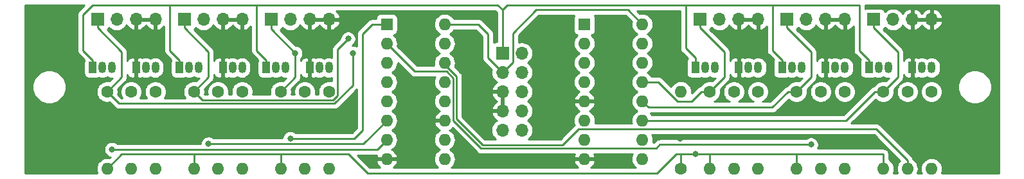
<source format=gbr>
G04 #@! TF.GenerationSoftware,KiCad,Pcbnew,(5.1.4-0-10_14)*
G04 #@! TF.CreationDate,2021-09-19T18:42:46+01:00*
G04 #@! TF.ProjectId,switch-module,73776974-6368-42d6-9d6f-64756c652e6b,rev?*
G04 #@! TF.SameCoordinates,Original*
G04 #@! TF.FileFunction,Copper,L2,Bot*
G04 #@! TF.FilePolarity,Positive*
%FSLAX46Y46*%
G04 Gerber Fmt 4.6, Leading zero omitted, Abs format (unit mm)*
G04 Created by KiCad (PCBNEW (5.1.4-0-10_14)) date 2021-09-19 18:42:46*
%MOMM*%
%LPD*%
G04 APERTURE LIST*
%ADD10C,1.600000*%
%ADD11O,1.600000X1.600000*%
%ADD12R,1.600000X1.600000*%
%ADD13O,1.050000X1.500000*%
%ADD14R,1.050000X1.500000*%
%ADD15O,1.700000X1.700000*%
%ADD16R,1.700000X1.700000*%
%ADD17C,0.800000*%
%ADD18C,0.250000*%
%ADD19C,0.254000*%
G04 APERTURE END LIST*
D10*
X42905000Y-65195000D03*
D11*
X42905000Y-75355000D03*
D12*
X105770000Y-56305000D03*
D11*
X113390000Y-74085000D03*
X105770000Y-58845000D03*
X113390000Y-71545000D03*
X105770000Y-61385000D03*
X113390000Y-69005000D03*
X105770000Y-63925000D03*
X113390000Y-66465000D03*
X105770000Y-66465000D03*
X113390000Y-63925000D03*
X105770000Y-69005000D03*
X113390000Y-61385000D03*
X105770000Y-71545000D03*
X113390000Y-58845000D03*
X105770000Y-74085000D03*
X113390000Y-56305000D03*
D13*
X121645000Y-62020000D03*
X122915000Y-62020000D03*
D14*
X120375000Y-62020000D03*
D15*
X97515000Y-70275000D03*
X94975000Y-70275000D03*
X97515000Y-67735000D03*
X94975000Y-67735000D03*
X97515000Y-65195000D03*
X94975000Y-65195000D03*
X97515000Y-62655000D03*
X94975000Y-62655000D03*
X97515000Y-60115000D03*
D16*
X94975000Y-60115000D03*
X143870000Y-55670000D03*
D15*
X146410000Y-55670000D03*
X148950000Y-55670000D03*
X151490000Y-55670000D03*
X140060000Y-55670000D03*
X137520000Y-55670000D03*
X134980000Y-55670000D03*
D16*
X132440000Y-55670000D03*
X121010000Y-55670000D03*
D15*
X123550000Y-55670000D03*
X126090000Y-55670000D03*
X128630000Y-55670000D03*
X72115000Y-55670000D03*
X69575000Y-55670000D03*
X67035000Y-55670000D03*
D16*
X64495000Y-55670000D03*
X53065000Y-55670000D03*
D15*
X55605000Y-55670000D03*
X58145000Y-55670000D03*
X60685000Y-55670000D03*
X49255000Y-55670000D03*
X46715000Y-55670000D03*
X44175000Y-55670000D03*
D16*
X41635000Y-55670000D03*
D13*
X144505000Y-62020000D03*
X145775000Y-62020000D03*
D14*
X143235000Y-62020000D03*
D13*
X133075000Y-62020000D03*
X134345000Y-62020000D03*
D14*
X131805000Y-62020000D03*
D13*
X150220000Y-62020000D03*
X151490000Y-62020000D03*
D14*
X148950000Y-62020000D03*
X137520000Y-62020000D03*
D13*
X140060000Y-62020000D03*
X138790000Y-62020000D03*
X127360000Y-62020000D03*
X128630000Y-62020000D03*
D14*
X126090000Y-62020000D03*
X63860000Y-62020000D03*
D13*
X66400000Y-62020000D03*
X65130000Y-62020000D03*
D14*
X52430000Y-62020000D03*
D13*
X54970000Y-62020000D03*
X53700000Y-62020000D03*
D14*
X41000000Y-62020000D03*
D13*
X43540000Y-62020000D03*
X42270000Y-62020000D03*
D14*
X69575000Y-62020000D03*
D13*
X72115000Y-62020000D03*
X70845000Y-62020000D03*
X59415000Y-62020000D03*
X60685000Y-62020000D03*
D14*
X58145000Y-62020000D03*
X46715000Y-62020000D03*
D13*
X49255000Y-62020000D03*
X47985000Y-62020000D03*
D11*
X145140000Y-75355000D03*
D10*
X145140000Y-65195000D03*
D11*
X133710000Y-75355000D03*
D10*
X133710000Y-65195000D03*
X122280000Y-65195000D03*
D11*
X122280000Y-75355000D03*
X151490000Y-75355000D03*
D10*
X151490000Y-65195000D03*
D11*
X140060000Y-75355000D03*
D10*
X140060000Y-65195000D03*
X128630000Y-65195000D03*
D11*
X128630000Y-75355000D03*
D10*
X65765000Y-65195000D03*
D11*
X65765000Y-75355000D03*
D10*
X54335000Y-65195000D03*
D11*
X54335000Y-75355000D03*
D10*
X72115000Y-65195000D03*
D11*
X72115000Y-75355000D03*
D10*
X60685000Y-65195000D03*
D11*
X60685000Y-75355000D03*
X49255000Y-75355000D03*
D10*
X49255000Y-65195000D03*
D11*
X148315000Y-75355000D03*
D10*
X148315000Y-65195000D03*
X136885000Y-65195000D03*
D11*
X136885000Y-75355000D03*
X125455000Y-75355000D03*
D10*
X125455000Y-65195000D03*
X68940000Y-65195000D03*
D11*
X68940000Y-75355000D03*
X57510000Y-75355000D03*
D10*
X57510000Y-65195000D03*
X46080000Y-65195000D03*
D11*
X46080000Y-75355000D03*
X118470000Y-65195000D03*
D10*
X118470000Y-75355000D03*
D11*
X87355000Y-56305000D03*
X79735000Y-74085000D03*
X87355000Y-58845000D03*
X79735000Y-71545000D03*
X87355000Y-61385000D03*
X79735000Y-69005000D03*
X87355000Y-63925000D03*
X79735000Y-66465000D03*
X87355000Y-66465000D03*
X79735000Y-63925000D03*
X87355000Y-69005000D03*
X79735000Y-61385000D03*
X87355000Y-71545000D03*
X79735000Y-58845000D03*
X87355000Y-74085000D03*
D12*
X79735000Y-56305000D03*
D17*
X34015000Y-55670000D03*
X34015000Y-74085000D03*
X141330000Y-71545000D03*
X116565000Y-56305000D03*
X90530000Y-60750000D03*
X93705000Y-56305000D03*
X100055000Y-56686000D03*
X102087000Y-62274000D03*
X109707000Y-61766000D03*
X118343000Y-71418000D03*
X92943000Y-70402000D03*
X92943000Y-73958000D03*
X67670000Y-60115000D03*
X74655000Y-58210000D03*
X75290000Y-60115000D03*
X120375000Y-73450000D03*
X135615000Y-72180000D03*
X67035000Y-71365000D03*
X56240000Y-72090000D03*
X43540000Y-72815000D03*
D18*
X143870000Y-56770000D02*
X147045000Y-59945000D01*
X143870000Y-55670000D02*
X143870000Y-56770000D01*
X147045000Y-63290000D02*
X145140000Y-65195000D01*
X147045000Y-59945000D02*
X147045000Y-63290000D01*
X140198630Y-69005000D02*
X114521370Y-69005000D01*
X114521370Y-69005000D02*
X113390000Y-69005000D01*
X144008630Y-65195000D02*
X140198630Y-69005000D01*
X145140000Y-65195000D02*
X144008630Y-65195000D01*
X132440000Y-56770000D02*
X135615000Y-59945000D01*
X132440000Y-55670000D02*
X132440000Y-56770000D01*
X135615000Y-63290000D02*
X133710000Y-65195000D01*
X135615000Y-59945000D02*
X135615000Y-63290000D01*
X114189999Y-67264999D02*
X113390000Y-66465000D01*
X130508631Y-67264999D02*
X114189999Y-67264999D01*
X132578630Y-65195000D02*
X130508631Y-67264999D01*
X133710000Y-65195000D02*
X132578630Y-65195000D01*
X121010000Y-56770000D02*
X124185000Y-59945000D01*
X121010000Y-55670000D02*
X121010000Y-56770000D01*
X124185000Y-63290000D02*
X122280000Y-65195000D01*
X124185000Y-59945000D02*
X124185000Y-63290000D01*
X121148630Y-65195000D02*
X119878630Y-66465000D01*
X122280000Y-65195000D02*
X121148630Y-65195000D01*
X118074998Y-66465000D02*
X115534998Y-63925000D01*
X119878630Y-66465000D02*
X118074998Y-66465000D01*
X115534998Y-63925000D02*
X113390000Y-63925000D01*
X64495000Y-55670000D02*
X64495000Y-56940000D01*
X64495000Y-56940000D02*
X67670000Y-60115000D01*
X67670000Y-63290000D02*
X65765000Y-65195000D01*
X67670000Y-60115000D02*
X67670000Y-63290000D01*
X53065000Y-56770000D02*
X56240000Y-59945000D01*
X53065000Y-55670000D02*
X53065000Y-56770000D01*
X56240000Y-59945000D02*
X56240000Y-63290000D01*
X56240000Y-63290000D02*
X54335000Y-65195000D01*
X55460001Y-66320001D02*
X55134999Y-65994999D01*
X55134999Y-65994999D02*
X54335000Y-65195000D01*
X72655001Y-66320001D02*
X55460001Y-66320001D01*
X73240001Y-65735001D02*
X72655001Y-66320001D01*
X73240001Y-59624999D02*
X73240001Y-65735001D01*
X74655000Y-58210000D02*
X73240001Y-59624999D01*
X41635000Y-56770000D02*
X44810000Y-59945000D01*
X41635000Y-55670000D02*
X41635000Y-56770000D01*
X44810000Y-63290000D02*
X42905000Y-65195000D01*
X44810000Y-59945000D02*
X44810000Y-60115000D01*
X44810000Y-60115000D02*
X44810000Y-63290000D01*
X72841401Y-66770011D02*
X44480011Y-66770011D01*
X43704999Y-65994999D02*
X42905000Y-65195000D01*
X44480011Y-66770011D02*
X43704999Y-65994999D01*
X75290000Y-64321412D02*
X72841401Y-66770011D01*
X75290000Y-60115000D02*
X75290000Y-64321412D01*
X143235000Y-61020000D02*
X143235000Y-62020000D01*
X141965000Y-59750000D02*
X143235000Y-61020000D01*
X141965000Y-53765000D02*
X141965000Y-59750000D01*
X131805000Y-62020000D02*
X131805000Y-61020000D01*
X131805000Y-61020000D02*
X130535000Y-59750000D01*
X130535000Y-59750000D02*
X130535000Y-53765000D01*
X120375000Y-62020000D02*
X120375000Y-61385000D01*
X119105000Y-53765000D02*
X141965000Y-53765000D01*
X119105000Y-53765000D02*
X119105000Y-59480000D01*
X120375000Y-60750000D02*
X120375000Y-62020000D01*
X119105000Y-59480000D02*
X120375000Y-60750000D01*
X63860000Y-61020000D02*
X62590000Y-59750000D01*
X63860000Y-62020000D02*
X63860000Y-61020000D01*
X62590000Y-59750000D02*
X62590000Y-53765000D01*
X39730000Y-59750000D02*
X41000000Y-61020000D01*
X41000000Y-61020000D02*
X41000000Y-62020000D01*
X41000000Y-53765000D02*
X39730000Y-55035000D01*
X51160000Y-53765000D02*
X41000000Y-53765000D01*
X39730000Y-55035000D02*
X39730000Y-59750000D01*
X52430000Y-61020000D02*
X51160000Y-59750000D01*
X52430000Y-62020000D02*
X52430000Y-61020000D01*
X51160000Y-53765000D02*
X94340000Y-53765000D01*
X94975000Y-54400000D02*
X94975000Y-60115000D01*
X94340000Y-53765000D02*
X94975000Y-54400000D01*
X95610000Y-53765000D02*
X94975000Y-54400000D01*
X119105000Y-53765000D02*
X95610000Y-53765000D01*
X51160000Y-59750000D02*
X51160000Y-55543000D01*
X51160000Y-55543000D02*
X51160000Y-53765000D01*
X145140000Y-73450000D02*
X145140000Y-75355000D01*
X133710000Y-75355000D02*
X133710000Y-73450000D01*
X122280000Y-75355000D02*
X122280000Y-73450000D01*
X44810000Y-73450000D02*
X42905000Y-75355000D01*
X75925000Y-74720000D02*
X74655000Y-73450000D01*
X75925000Y-74720000D02*
X77195000Y-75990000D01*
X77195000Y-75990000D02*
X115295000Y-75990000D01*
X115295000Y-75990000D02*
X117835000Y-73450000D01*
X117835000Y-73450000D02*
X145140000Y-73450000D01*
X54335000Y-75355000D02*
X54335000Y-73450000D01*
X65765000Y-75355000D02*
X65765000Y-73450000D01*
X65765000Y-73450000D02*
X44810000Y-73450000D01*
X74655000Y-73450000D02*
X65765000Y-73450000D01*
X118470000Y-75355000D02*
X118470000Y-73450000D01*
X94975000Y-62655000D02*
X93070000Y-60750000D01*
X93070000Y-60750000D02*
X93070000Y-57575000D01*
X93070000Y-57575000D02*
X91800000Y-56305000D01*
X91800000Y-56305000D02*
X87355000Y-56305000D01*
X96339999Y-61290001D02*
X96339999Y-57480001D01*
X94975000Y-62655000D02*
X96339999Y-61290001D01*
X96339999Y-57480001D02*
X99420000Y-54400000D01*
X111485000Y-54400000D02*
X113390000Y-56305000D01*
X99420000Y-54400000D02*
X111485000Y-54400000D01*
X144221371Y-70130001D02*
X104990001Y-70130001D01*
X148315000Y-74223630D02*
X144221371Y-70130001D01*
X148315000Y-75355000D02*
X148315000Y-74223630D01*
X87355000Y-61623588D02*
X88930011Y-63198599D01*
X87355000Y-61385000D02*
X87355000Y-61623588D01*
X88930011Y-63198599D02*
X88930011Y-68800601D01*
X88930011Y-68800601D02*
X92349401Y-72219991D01*
X102900011Y-72219991D02*
X104990001Y-70130001D01*
X92349401Y-72219991D02*
X102900011Y-72219991D01*
X80534999Y-59644999D02*
X79735000Y-58845000D01*
X83400001Y-62510001D02*
X80534999Y-59644999D01*
X87605003Y-62510001D02*
X83400001Y-62510001D01*
X88480001Y-63384999D02*
X87605003Y-62510001D01*
X115690002Y-72180000D02*
X115200001Y-72670001D01*
X88480001Y-68987001D02*
X88480001Y-63384999D01*
X135615000Y-72180000D02*
X115690002Y-72180000D01*
X92163001Y-72670001D02*
X88480001Y-68987001D01*
X115200001Y-72670001D02*
X92163001Y-72670001D01*
X67035000Y-71365000D02*
X75470000Y-71365000D01*
X75470000Y-71365000D02*
X76560000Y-70275000D01*
X76560000Y-70275000D02*
X76560000Y-57575000D01*
X77830000Y-56305000D02*
X79735000Y-56305000D01*
X76560000Y-57575000D02*
X77830000Y-56305000D01*
X76650000Y-72090000D02*
X79735000Y-69005000D01*
X56240000Y-72090000D02*
X76650000Y-72090000D01*
X78465000Y-72815000D02*
X79735000Y-71545000D01*
X78465000Y-72815000D02*
X45535000Y-72815000D01*
X45535000Y-72815000D02*
X43540000Y-72815000D01*
D19*
G36*
X160355000Y-75965000D02*
G01*
X152791078Y-75965000D01*
X152822182Y-75906808D01*
X152904236Y-75636309D01*
X152931943Y-75355000D01*
X152904236Y-75073691D01*
X152822182Y-74803192D01*
X152688932Y-74553899D01*
X152509608Y-74335392D01*
X152291101Y-74156068D01*
X152041808Y-74022818D01*
X151771309Y-73940764D01*
X151560492Y-73920000D01*
X151419508Y-73920000D01*
X151208691Y-73940764D01*
X150938192Y-74022818D01*
X150688899Y-74156068D01*
X150470392Y-74335392D01*
X150291068Y-74553899D01*
X150157818Y-74803192D01*
X150075764Y-75073691D01*
X150048057Y-75355000D01*
X150075764Y-75636309D01*
X150157818Y-75906808D01*
X150188922Y-75965000D01*
X149616078Y-75965000D01*
X149647182Y-75906808D01*
X149729236Y-75636309D01*
X149756943Y-75355000D01*
X149729236Y-75073691D01*
X149647182Y-74803192D01*
X149513932Y-74553899D01*
X149334608Y-74335392D01*
X149116101Y-74156068D01*
X149069573Y-74131198D01*
X149064003Y-74074644D01*
X149020546Y-73931383D01*
X148949974Y-73799354D01*
X148855001Y-73683629D01*
X148826003Y-73659831D01*
X144785175Y-69619004D01*
X144761372Y-69590000D01*
X144645647Y-69495027D01*
X144513618Y-69424455D01*
X144370357Y-69380998D01*
X144258704Y-69370001D01*
X144258693Y-69370001D01*
X144221371Y-69366325D01*
X144184049Y-69370001D01*
X140908430Y-69370001D01*
X144097018Y-66181414D01*
X144225241Y-66309637D01*
X144460273Y-66466680D01*
X144721426Y-66574853D01*
X144998665Y-66630000D01*
X145281335Y-66630000D01*
X145558574Y-66574853D01*
X145819727Y-66466680D01*
X146054759Y-66309637D01*
X146254637Y-66109759D01*
X146411680Y-65874727D01*
X146519853Y-65613574D01*
X146575000Y-65336335D01*
X146575000Y-65053665D01*
X146880000Y-65053665D01*
X146880000Y-65336335D01*
X146935147Y-65613574D01*
X147043320Y-65874727D01*
X147200363Y-66109759D01*
X147400241Y-66309637D01*
X147635273Y-66466680D01*
X147896426Y-66574853D01*
X148173665Y-66630000D01*
X148456335Y-66630000D01*
X148733574Y-66574853D01*
X148994727Y-66466680D01*
X149229759Y-66309637D01*
X149429637Y-66109759D01*
X149586680Y-65874727D01*
X149694853Y-65613574D01*
X149750000Y-65336335D01*
X149750000Y-65053665D01*
X150055000Y-65053665D01*
X150055000Y-65336335D01*
X150110147Y-65613574D01*
X150218320Y-65874727D01*
X150375363Y-66109759D01*
X150575241Y-66309637D01*
X150810273Y-66466680D01*
X151071426Y-66574853D01*
X151348665Y-66630000D01*
X151631335Y-66630000D01*
X151908574Y-66574853D01*
X152169727Y-66466680D01*
X152404759Y-66309637D01*
X152604637Y-66109759D01*
X152761680Y-65874727D01*
X152869853Y-65613574D01*
X152925000Y-65336335D01*
X152925000Y-65053665D01*
X152869853Y-64776426D01*
X152761680Y-64515273D01*
X152644482Y-64339872D01*
X154970000Y-64339872D01*
X154970000Y-64780128D01*
X155055890Y-65211925D01*
X155224369Y-65618669D01*
X155468962Y-65984729D01*
X155780271Y-66296038D01*
X156146331Y-66540631D01*
X156553075Y-66709110D01*
X156984872Y-66795000D01*
X157425128Y-66795000D01*
X157856925Y-66709110D01*
X158263669Y-66540631D01*
X158629729Y-66296038D01*
X158941038Y-65984729D01*
X159185631Y-65618669D01*
X159354110Y-65211925D01*
X159440000Y-64780128D01*
X159440000Y-64339872D01*
X159354110Y-63908075D01*
X159185631Y-63501331D01*
X158941038Y-63135271D01*
X158629729Y-62823962D01*
X158263669Y-62579369D01*
X157856925Y-62410890D01*
X157425128Y-62325000D01*
X156984872Y-62325000D01*
X156553075Y-62410890D01*
X156146331Y-62579369D01*
X155780271Y-62823962D01*
X155468962Y-63135271D01*
X155224369Y-63501331D01*
X155055890Y-63908075D01*
X154970000Y-64339872D01*
X152644482Y-64339872D01*
X152604637Y-64280241D01*
X152404759Y-64080363D01*
X152169727Y-63923320D01*
X151908574Y-63815147D01*
X151631335Y-63760000D01*
X151348665Y-63760000D01*
X151071426Y-63815147D01*
X150810273Y-63923320D01*
X150575241Y-64080363D01*
X150375363Y-64280241D01*
X150218320Y-64515273D01*
X150110147Y-64776426D01*
X150055000Y-65053665D01*
X149750000Y-65053665D01*
X149694853Y-64776426D01*
X149586680Y-64515273D01*
X149429637Y-64280241D01*
X149229759Y-64080363D01*
X148994727Y-63923320D01*
X148733574Y-63815147D01*
X148456335Y-63760000D01*
X148173665Y-63760000D01*
X147896426Y-63815147D01*
X147635273Y-63923320D01*
X147400241Y-64080363D01*
X147200363Y-64280241D01*
X147043320Y-64515273D01*
X146935147Y-64776426D01*
X146880000Y-65053665D01*
X146575000Y-65053665D01*
X146538688Y-64871114D01*
X147556003Y-63853799D01*
X147585001Y-63830001D01*
X147679974Y-63714276D01*
X147750546Y-63582247D01*
X147794003Y-63438986D01*
X147805000Y-63327333D01*
X147805000Y-63327323D01*
X147808676Y-63290000D01*
X147805000Y-63252677D01*
X147805000Y-62913642D01*
X147835498Y-63014180D01*
X147894463Y-63124494D01*
X147973815Y-63221185D01*
X148070506Y-63300537D01*
X148180820Y-63359502D01*
X148300518Y-63395812D01*
X148425000Y-63408072D01*
X148664250Y-63405000D01*
X148823000Y-63246250D01*
X148823000Y-62147000D01*
X148803000Y-62147000D01*
X148803000Y-61893000D01*
X148823000Y-61893000D01*
X148823000Y-61738022D01*
X149060000Y-61738022D01*
X149060000Y-62301979D01*
X149076785Y-62472400D01*
X149077000Y-62473109D01*
X149077000Y-63246250D01*
X149235750Y-63405000D01*
X149475000Y-63408072D01*
X149599482Y-63395812D01*
X149719180Y-63359502D01*
X149783902Y-63324907D01*
X149992601Y-63388215D01*
X150220000Y-63410612D01*
X150447400Y-63388215D01*
X150666060Y-63321885D01*
X150855001Y-63220894D01*
X151043941Y-63321885D01*
X151262601Y-63388215D01*
X151490000Y-63410612D01*
X151717400Y-63388215D01*
X151936060Y-63321885D01*
X152137579Y-63214171D01*
X152314212Y-63069212D01*
X152459171Y-62892579D01*
X152566885Y-62691059D01*
X152633215Y-62472399D01*
X152650000Y-62301978D01*
X152650000Y-61738021D01*
X152633215Y-61567600D01*
X152566885Y-61348940D01*
X152459171Y-61147421D01*
X152314212Y-60970788D01*
X152137578Y-60825829D01*
X151936059Y-60718115D01*
X151717399Y-60651785D01*
X151490000Y-60629388D01*
X151262600Y-60651785D01*
X151043940Y-60718115D01*
X150855000Y-60819106D01*
X150666059Y-60718115D01*
X150447399Y-60651785D01*
X150220000Y-60629388D01*
X149992600Y-60651785D01*
X149783902Y-60715093D01*
X149719180Y-60680498D01*
X149599482Y-60644188D01*
X149475000Y-60631928D01*
X149235750Y-60635000D01*
X149077000Y-60793750D01*
X149077000Y-61566892D01*
X149076785Y-61567601D01*
X149060000Y-61738022D01*
X148823000Y-61738022D01*
X148823000Y-60793750D01*
X148664250Y-60635000D01*
X148425000Y-60631928D01*
X148300518Y-60644188D01*
X148180820Y-60680498D01*
X148070506Y-60739463D01*
X147973815Y-60818815D01*
X147894463Y-60915506D01*
X147835498Y-61025820D01*
X147805000Y-61126358D01*
X147805000Y-59982322D01*
X147808676Y-59944999D01*
X147805000Y-59907676D01*
X147805000Y-59907667D01*
X147794003Y-59796014D01*
X147750546Y-59652753D01*
X147722891Y-59601015D01*
X147679974Y-59520723D01*
X147608799Y-59433997D01*
X147585001Y-59404999D01*
X147556004Y-59381202D01*
X145157345Y-56982543D01*
X145171185Y-56971185D01*
X145250537Y-56874494D01*
X145309502Y-56764180D01*
X145330393Y-56695313D01*
X145354866Y-56725134D01*
X145580986Y-56910706D01*
X145838966Y-57048599D01*
X146118889Y-57133513D01*
X146337050Y-57155000D01*
X146482950Y-57155000D01*
X146701111Y-57133513D01*
X146981034Y-57048599D01*
X147239014Y-56910706D01*
X147465134Y-56725134D01*
X147650706Y-56499014D01*
X147685201Y-56434477D01*
X147754822Y-56551355D01*
X147949731Y-56767588D01*
X148183080Y-56941641D01*
X148445901Y-57066825D01*
X148593110Y-57111476D01*
X148823000Y-56990155D01*
X148823000Y-55797000D01*
X149077000Y-55797000D01*
X149077000Y-56990155D01*
X149306890Y-57111476D01*
X149454099Y-57066825D01*
X149716920Y-56941641D01*
X149950269Y-56767588D01*
X150145178Y-56551355D01*
X150220000Y-56425745D01*
X150294822Y-56551355D01*
X150489731Y-56767588D01*
X150723080Y-56941641D01*
X150985901Y-57066825D01*
X151133110Y-57111476D01*
X151363000Y-56990155D01*
X151363000Y-55797000D01*
X151617000Y-55797000D01*
X151617000Y-56990155D01*
X151846890Y-57111476D01*
X151994099Y-57066825D01*
X152256920Y-56941641D01*
X152490269Y-56767588D01*
X152685178Y-56551355D01*
X152834157Y-56301252D01*
X152931481Y-56026891D01*
X152810814Y-55797000D01*
X151617000Y-55797000D01*
X151363000Y-55797000D01*
X149077000Y-55797000D01*
X148823000Y-55797000D01*
X148803000Y-55797000D01*
X148803000Y-55543000D01*
X148823000Y-55543000D01*
X148823000Y-54349845D01*
X149077000Y-54349845D01*
X149077000Y-55543000D01*
X151363000Y-55543000D01*
X151363000Y-54349845D01*
X151617000Y-54349845D01*
X151617000Y-55543000D01*
X152810814Y-55543000D01*
X152931481Y-55313109D01*
X152834157Y-55038748D01*
X152685178Y-54788645D01*
X152490269Y-54572412D01*
X152256920Y-54398359D01*
X151994099Y-54273175D01*
X151846890Y-54228524D01*
X151617000Y-54349845D01*
X151363000Y-54349845D01*
X151133110Y-54228524D01*
X150985901Y-54273175D01*
X150723080Y-54398359D01*
X150489731Y-54572412D01*
X150294822Y-54788645D01*
X150220000Y-54914255D01*
X150145178Y-54788645D01*
X149950269Y-54572412D01*
X149716920Y-54398359D01*
X149454099Y-54273175D01*
X149306890Y-54228524D01*
X149077000Y-54349845D01*
X148823000Y-54349845D01*
X148593110Y-54228524D01*
X148445901Y-54273175D01*
X148183080Y-54398359D01*
X147949731Y-54572412D01*
X147754822Y-54788645D01*
X147685201Y-54905523D01*
X147650706Y-54840986D01*
X147465134Y-54614866D01*
X147239014Y-54429294D01*
X146981034Y-54291401D01*
X146701111Y-54206487D01*
X146482950Y-54185000D01*
X146337050Y-54185000D01*
X146118889Y-54206487D01*
X145838966Y-54291401D01*
X145580986Y-54429294D01*
X145354866Y-54614866D01*
X145330393Y-54644687D01*
X145309502Y-54575820D01*
X145250537Y-54465506D01*
X145171185Y-54368815D01*
X145074494Y-54289463D01*
X144964180Y-54230498D01*
X144844482Y-54194188D01*
X144720000Y-54181928D01*
X143020000Y-54181928D01*
X142895518Y-54194188D01*
X142775820Y-54230498D01*
X142725000Y-54257662D01*
X142725000Y-53802333D01*
X142726215Y-53790000D01*
X160355001Y-53790000D01*
X160355000Y-75965000D01*
X160355000Y-75965000D01*
G37*
X160355000Y-75965000D02*
X152791078Y-75965000D01*
X152822182Y-75906808D01*
X152904236Y-75636309D01*
X152931943Y-75355000D01*
X152904236Y-75073691D01*
X152822182Y-74803192D01*
X152688932Y-74553899D01*
X152509608Y-74335392D01*
X152291101Y-74156068D01*
X152041808Y-74022818D01*
X151771309Y-73940764D01*
X151560492Y-73920000D01*
X151419508Y-73920000D01*
X151208691Y-73940764D01*
X150938192Y-74022818D01*
X150688899Y-74156068D01*
X150470392Y-74335392D01*
X150291068Y-74553899D01*
X150157818Y-74803192D01*
X150075764Y-75073691D01*
X150048057Y-75355000D01*
X150075764Y-75636309D01*
X150157818Y-75906808D01*
X150188922Y-75965000D01*
X149616078Y-75965000D01*
X149647182Y-75906808D01*
X149729236Y-75636309D01*
X149756943Y-75355000D01*
X149729236Y-75073691D01*
X149647182Y-74803192D01*
X149513932Y-74553899D01*
X149334608Y-74335392D01*
X149116101Y-74156068D01*
X149069573Y-74131198D01*
X149064003Y-74074644D01*
X149020546Y-73931383D01*
X148949974Y-73799354D01*
X148855001Y-73683629D01*
X148826003Y-73659831D01*
X144785175Y-69619004D01*
X144761372Y-69590000D01*
X144645647Y-69495027D01*
X144513618Y-69424455D01*
X144370357Y-69380998D01*
X144258704Y-69370001D01*
X144258693Y-69370001D01*
X144221371Y-69366325D01*
X144184049Y-69370001D01*
X140908430Y-69370001D01*
X144097018Y-66181414D01*
X144225241Y-66309637D01*
X144460273Y-66466680D01*
X144721426Y-66574853D01*
X144998665Y-66630000D01*
X145281335Y-66630000D01*
X145558574Y-66574853D01*
X145819727Y-66466680D01*
X146054759Y-66309637D01*
X146254637Y-66109759D01*
X146411680Y-65874727D01*
X146519853Y-65613574D01*
X146575000Y-65336335D01*
X146575000Y-65053665D01*
X146880000Y-65053665D01*
X146880000Y-65336335D01*
X146935147Y-65613574D01*
X147043320Y-65874727D01*
X147200363Y-66109759D01*
X147400241Y-66309637D01*
X147635273Y-66466680D01*
X147896426Y-66574853D01*
X148173665Y-66630000D01*
X148456335Y-66630000D01*
X148733574Y-66574853D01*
X148994727Y-66466680D01*
X149229759Y-66309637D01*
X149429637Y-66109759D01*
X149586680Y-65874727D01*
X149694853Y-65613574D01*
X149750000Y-65336335D01*
X149750000Y-65053665D01*
X150055000Y-65053665D01*
X150055000Y-65336335D01*
X150110147Y-65613574D01*
X150218320Y-65874727D01*
X150375363Y-66109759D01*
X150575241Y-66309637D01*
X150810273Y-66466680D01*
X151071426Y-66574853D01*
X151348665Y-66630000D01*
X151631335Y-66630000D01*
X151908574Y-66574853D01*
X152169727Y-66466680D01*
X152404759Y-66309637D01*
X152604637Y-66109759D01*
X152761680Y-65874727D01*
X152869853Y-65613574D01*
X152925000Y-65336335D01*
X152925000Y-65053665D01*
X152869853Y-64776426D01*
X152761680Y-64515273D01*
X152644482Y-64339872D01*
X154970000Y-64339872D01*
X154970000Y-64780128D01*
X155055890Y-65211925D01*
X155224369Y-65618669D01*
X155468962Y-65984729D01*
X155780271Y-66296038D01*
X156146331Y-66540631D01*
X156553075Y-66709110D01*
X156984872Y-66795000D01*
X157425128Y-66795000D01*
X157856925Y-66709110D01*
X158263669Y-66540631D01*
X158629729Y-66296038D01*
X158941038Y-65984729D01*
X159185631Y-65618669D01*
X159354110Y-65211925D01*
X159440000Y-64780128D01*
X159440000Y-64339872D01*
X159354110Y-63908075D01*
X159185631Y-63501331D01*
X158941038Y-63135271D01*
X158629729Y-62823962D01*
X158263669Y-62579369D01*
X157856925Y-62410890D01*
X157425128Y-62325000D01*
X156984872Y-62325000D01*
X156553075Y-62410890D01*
X156146331Y-62579369D01*
X155780271Y-62823962D01*
X155468962Y-63135271D01*
X155224369Y-63501331D01*
X155055890Y-63908075D01*
X154970000Y-64339872D01*
X152644482Y-64339872D01*
X152604637Y-64280241D01*
X152404759Y-64080363D01*
X152169727Y-63923320D01*
X151908574Y-63815147D01*
X151631335Y-63760000D01*
X151348665Y-63760000D01*
X151071426Y-63815147D01*
X150810273Y-63923320D01*
X150575241Y-64080363D01*
X150375363Y-64280241D01*
X150218320Y-64515273D01*
X150110147Y-64776426D01*
X150055000Y-65053665D01*
X149750000Y-65053665D01*
X149694853Y-64776426D01*
X149586680Y-64515273D01*
X149429637Y-64280241D01*
X149229759Y-64080363D01*
X148994727Y-63923320D01*
X148733574Y-63815147D01*
X148456335Y-63760000D01*
X148173665Y-63760000D01*
X147896426Y-63815147D01*
X147635273Y-63923320D01*
X147400241Y-64080363D01*
X147200363Y-64280241D01*
X147043320Y-64515273D01*
X146935147Y-64776426D01*
X146880000Y-65053665D01*
X146575000Y-65053665D01*
X146538688Y-64871114D01*
X147556003Y-63853799D01*
X147585001Y-63830001D01*
X147679974Y-63714276D01*
X147750546Y-63582247D01*
X147794003Y-63438986D01*
X147805000Y-63327333D01*
X147805000Y-63327323D01*
X147808676Y-63290000D01*
X147805000Y-63252677D01*
X147805000Y-62913642D01*
X147835498Y-63014180D01*
X147894463Y-63124494D01*
X147973815Y-63221185D01*
X148070506Y-63300537D01*
X148180820Y-63359502D01*
X148300518Y-63395812D01*
X148425000Y-63408072D01*
X148664250Y-63405000D01*
X148823000Y-63246250D01*
X148823000Y-62147000D01*
X148803000Y-62147000D01*
X148803000Y-61893000D01*
X148823000Y-61893000D01*
X148823000Y-61738022D01*
X149060000Y-61738022D01*
X149060000Y-62301979D01*
X149076785Y-62472400D01*
X149077000Y-62473109D01*
X149077000Y-63246250D01*
X149235750Y-63405000D01*
X149475000Y-63408072D01*
X149599482Y-63395812D01*
X149719180Y-63359502D01*
X149783902Y-63324907D01*
X149992601Y-63388215D01*
X150220000Y-63410612D01*
X150447400Y-63388215D01*
X150666060Y-63321885D01*
X150855001Y-63220894D01*
X151043941Y-63321885D01*
X151262601Y-63388215D01*
X151490000Y-63410612D01*
X151717400Y-63388215D01*
X151936060Y-63321885D01*
X152137579Y-63214171D01*
X152314212Y-63069212D01*
X152459171Y-62892579D01*
X152566885Y-62691059D01*
X152633215Y-62472399D01*
X152650000Y-62301978D01*
X152650000Y-61738021D01*
X152633215Y-61567600D01*
X152566885Y-61348940D01*
X152459171Y-61147421D01*
X152314212Y-60970788D01*
X152137578Y-60825829D01*
X151936059Y-60718115D01*
X151717399Y-60651785D01*
X151490000Y-60629388D01*
X151262600Y-60651785D01*
X151043940Y-60718115D01*
X150855000Y-60819106D01*
X150666059Y-60718115D01*
X150447399Y-60651785D01*
X150220000Y-60629388D01*
X149992600Y-60651785D01*
X149783902Y-60715093D01*
X149719180Y-60680498D01*
X149599482Y-60644188D01*
X149475000Y-60631928D01*
X149235750Y-60635000D01*
X149077000Y-60793750D01*
X149077000Y-61566892D01*
X149076785Y-61567601D01*
X149060000Y-61738022D01*
X148823000Y-61738022D01*
X148823000Y-60793750D01*
X148664250Y-60635000D01*
X148425000Y-60631928D01*
X148300518Y-60644188D01*
X148180820Y-60680498D01*
X148070506Y-60739463D01*
X147973815Y-60818815D01*
X147894463Y-60915506D01*
X147835498Y-61025820D01*
X147805000Y-61126358D01*
X147805000Y-59982322D01*
X147808676Y-59944999D01*
X147805000Y-59907676D01*
X147805000Y-59907667D01*
X147794003Y-59796014D01*
X147750546Y-59652753D01*
X147722891Y-59601015D01*
X147679974Y-59520723D01*
X147608799Y-59433997D01*
X147585001Y-59404999D01*
X147556004Y-59381202D01*
X145157345Y-56982543D01*
X145171185Y-56971185D01*
X145250537Y-56874494D01*
X145309502Y-56764180D01*
X145330393Y-56695313D01*
X145354866Y-56725134D01*
X145580986Y-56910706D01*
X145838966Y-57048599D01*
X146118889Y-57133513D01*
X146337050Y-57155000D01*
X146482950Y-57155000D01*
X146701111Y-57133513D01*
X146981034Y-57048599D01*
X147239014Y-56910706D01*
X147465134Y-56725134D01*
X147650706Y-56499014D01*
X147685201Y-56434477D01*
X147754822Y-56551355D01*
X147949731Y-56767588D01*
X148183080Y-56941641D01*
X148445901Y-57066825D01*
X148593110Y-57111476D01*
X148823000Y-56990155D01*
X148823000Y-55797000D01*
X149077000Y-55797000D01*
X149077000Y-56990155D01*
X149306890Y-57111476D01*
X149454099Y-57066825D01*
X149716920Y-56941641D01*
X149950269Y-56767588D01*
X150145178Y-56551355D01*
X150220000Y-56425745D01*
X150294822Y-56551355D01*
X150489731Y-56767588D01*
X150723080Y-56941641D01*
X150985901Y-57066825D01*
X151133110Y-57111476D01*
X151363000Y-56990155D01*
X151363000Y-55797000D01*
X151617000Y-55797000D01*
X151617000Y-56990155D01*
X151846890Y-57111476D01*
X151994099Y-57066825D01*
X152256920Y-56941641D01*
X152490269Y-56767588D01*
X152685178Y-56551355D01*
X152834157Y-56301252D01*
X152931481Y-56026891D01*
X152810814Y-55797000D01*
X151617000Y-55797000D01*
X151363000Y-55797000D01*
X149077000Y-55797000D01*
X148823000Y-55797000D01*
X148803000Y-55797000D01*
X148803000Y-55543000D01*
X148823000Y-55543000D01*
X148823000Y-54349845D01*
X149077000Y-54349845D01*
X149077000Y-55543000D01*
X151363000Y-55543000D01*
X151363000Y-54349845D01*
X151617000Y-54349845D01*
X151617000Y-55543000D01*
X152810814Y-55543000D01*
X152931481Y-55313109D01*
X152834157Y-55038748D01*
X152685178Y-54788645D01*
X152490269Y-54572412D01*
X152256920Y-54398359D01*
X151994099Y-54273175D01*
X151846890Y-54228524D01*
X151617000Y-54349845D01*
X151363000Y-54349845D01*
X151133110Y-54228524D01*
X150985901Y-54273175D01*
X150723080Y-54398359D01*
X150489731Y-54572412D01*
X150294822Y-54788645D01*
X150220000Y-54914255D01*
X150145178Y-54788645D01*
X149950269Y-54572412D01*
X149716920Y-54398359D01*
X149454099Y-54273175D01*
X149306890Y-54228524D01*
X149077000Y-54349845D01*
X148823000Y-54349845D01*
X148593110Y-54228524D01*
X148445901Y-54273175D01*
X148183080Y-54398359D01*
X147949731Y-54572412D01*
X147754822Y-54788645D01*
X147685201Y-54905523D01*
X147650706Y-54840986D01*
X147465134Y-54614866D01*
X147239014Y-54429294D01*
X146981034Y-54291401D01*
X146701111Y-54206487D01*
X146482950Y-54185000D01*
X146337050Y-54185000D01*
X146118889Y-54206487D01*
X145838966Y-54291401D01*
X145580986Y-54429294D01*
X145354866Y-54614866D01*
X145330393Y-54644687D01*
X145309502Y-54575820D01*
X145250537Y-54465506D01*
X145171185Y-54368815D01*
X145074494Y-54289463D01*
X144964180Y-54230498D01*
X144844482Y-54194188D01*
X144720000Y-54181928D01*
X143020000Y-54181928D01*
X142895518Y-54194188D01*
X142775820Y-54230498D01*
X142725000Y-54257662D01*
X142725000Y-53802333D01*
X142726215Y-53790000D01*
X160355001Y-53790000D01*
X160355000Y-75965000D01*
G36*
X39219003Y-54471196D02*
G01*
X39189999Y-54494999D01*
X39145693Y-54548987D01*
X39095026Y-54610724D01*
X39024455Y-54742753D01*
X39024454Y-54742754D01*
X38980997Y-54886015D01*
X38970000Y-54997668D01*
X38970000Y-54997678D01*
X38966324Y-55035000D01*
X38970000Y-55072323D01*
X38970001Y-59712668D01*
X38966324Y-59750000D01*
X38970001Y-59787332D01*
X38970001Y-59787333D01*
X38980998Y-59898986D01*
X38983632Y-59907668D01*
X39024454Y-60042246D01*
X39095026Y-60174276D01*
X39139940Y-60229003D01*
X39190000Y-60290001D01*
X39218998Y-60313799D01*
X39901354Y-60996156D01*
X39885498Y-61025820D01*
X39849188Y-61145518D01*
X39836928Y-61270000D01*
X39836928Y-62770000D01*
X39849188Y-62894482D01*
X39885498Y-63014180D01*
X39944463Y-63124494D01*
X40023815Y-63221185D01*
X40120506Y-63300537D01*
X40230820Y-63359502D01*
X40350518Y-63395812D01*
X40475000Y-63408072D01*
X41525000Y-63408072D01*
X41649482Y-63395812D01*
X41769180Y-63359502D01*
X41833902Y-63324907D01*
X42042601Y-63388215D01*
X42270000Y-63410612D01*
X42497400Y-63388215D01*
X42716060Y-63321885D01*
X42905001Y-63220894D01*
X43093941Y-63321885D01*
X43312601Y-63388215D01*
X43540000Y-63410612D01*
X43622735Y-63402463D01*
X43228886Y-63796312D01*
X43046335Y-63760000D01*
X42763665Y-63760000D01*
X42486426Y-63815147D01*
X42225273Y-63923320D01*
X41990241Y-64080363D01*
X41790363Y-64280241D01*
X41633320Y-64515273D01*
X41525147Y-64776426D01*
X41470000Y-65053665D01*
X41470000Y-65336335D01*
X41525147Y-65613574D01*
X41633320Y-65874727D01*
X41790363Y-66109759D01*
X41990241Y-66309637D01*
X42225273Y-66466680D01*
X42486426Y-66574853D01*
X42763665Y-66630000D01*
X43046335Y-66630000D01*
X43228887Y-66593688D01*
X43916216Y-67281019D01*
X43940010Y-67310012D01*
X43969003Y-67333806D01*
X43969007Y-67333810D01*
X44039696Y-67391822D01*
X44055735Y-67404985D01*
X44187764Y-67475557D01*
X44331025Y-67519014D01*
X44442678Y-67530011D01*
X44442687Y-67530011D01*
X44480010Y-67533687D01*
X44517333Y-67530011D01*
X72804079Y-67530011D01*
X72841401Y-67533687D01*
X72878723Y-67530011D01*
X72878734Y-67530011D01*
X72990387Y-67519014D01*
X73133648Y-67475557D01*
X73265677Y-67404985D01*
X73381402Y-67310012D01*
X73405205Y-67281008D01*
X75800000Y-64886214D01*
X75800000Y-69960198D01*
X75155199Y-70605000D01*
X67738711Y-70605000D01*
X67694774Y-70561063D01*
X67525256Y-70447795D01*
X67336898Y-70369774D01*
X67136939Y-70330000D01*
X66933061Y-70330000D01*
X66733102Y-70369774D01*
X66544744Y-70447795D01*
X66375226Y-70561063D01*
X66231063Y-70705226D01*
X66117795Y-70874744D01*
X66039774Y-71063102D01*
X66000000Y-71263061D01*
X66000000Y-71330000D01*
X56943711Y-71330000D01*
X56899774Y-71286063D01*
X56730256Y-71172795D01*
X56541898Y-71094774D01*
X56341939Y-71055000D01*
X56138061Y-71055000D01*
X55938102Y-71094774D01*
X55749744Y-71172795D01*
X55580226Y-71286063D01*
X55436063Y-71430226D01*
X55322795Y-71599744D01*
X55244774Y-71788102D01*
X55205000Y-71988061D01*
X55205000Y-72055000D01*
X44243711Y-72055000D01*
X44199774Y-72011063D01*
X44030256Y-71897795D01*
X43841898Y-71819774D01*
X43641939Y-71780000D01*
X43438061Y-71780000D01*
X43238102Y-71819774D01*
X43049744Y-71897795D01*
X42880226Y-72011063D01*
X42736063Y-72155226D01*
X42622795Y-72324744D01*
X42544774Y-72513102D01*
X42505000Y-72713061D01*
X42505000Y-72916939D01*
X42544774Y-73116898D01*
X42622795Y-73305256D01*
X42736063Y-73474774D01*
X42880226Y-73618937D01*
X43049744Y-73732205D01*
X43238102Y-73810226D01*
X43352264Y-73832934D01*
X43230906Y-73954292D01*
X43186309Y-73940764D01*
X42975492Y-73920000D01*
X42834508Y-73920000D01*
X42623691Y-73940764D01*
X42353192Y-74022818D01*
X42103899Y-74156068D01*
X41885392Y-74335392D01*
X41706068Y-74553899D01*
X41572818Y-74803192D01*
X41490764Y-75073691D01*
X41463057Y-75355000D01*
X41490764Y-75636309D01*
X41572818Y-75906808D01*
X41603922Y-75965000D01*
X32135000Y-75965000D01*
X32135000Y-64339872D01*
X33050000Y-64339872D01*
X33050000Y-64780128D01*
X33135890Y-65211925D01*
X33304369Y-65618669D01*
X33548962Y-65984729D01*
X33860271Y-66296038D01*
X34226331Y-66540631D01*
X34633075Y-66709110D01*
X35064872Y-66795000D01*
X35505128Y-66795000D01*
X35936925Y-66709110D01*
X36343669Y-66540631D01*
X36709729Y-66296038D01*
X37021038Y-65984729D01*
X37265631Y-65618669D01*
X37434110Y-65211925D01*
X37520000Y-64780128D01*
X37520000Y-64339872D01*
X37434110Y-63908075D01*
X37265631Y-63501331D01*
X37021038Y-63135271D01*
X36709729Y-62823962D01*
X36343669Y-62579369D01*
X35936925Y-62410890D01*
X35505128Y-62325000D01*
X35064872Y-62325000D01*
X34633075Y-62410890D01*
X34226331Y-62579369D01*
X33860271Y-62823962D01*
X33548962Y-63135271D01*
X33304369Y-63501331D01*
X33135890Y-63908075D01*
X33050000Y-64339872D01*
X32135000Y-64339872D01*
X32135000Y-53790000D01*
X39900198Y-53790000D01*
X39219003Y-54471196D01*
X39219003Y-54471196D01*
G37*
X39219003Y-54471196D02*
X39189999Y-54494999D01*
X39145693Y-54548987D01*
X39095026Y-54610724D01*
X39024455Y-54742753D01*
X39024454Y-54742754D01*
X38980997Y-54886015D01*
X38970000Y-54997668D01*
X38970000Y-54997678D01*
X38966324Y-55035000D01*
X38970000Y-55072323D01*
X38970001Y-59712668D01*
X38966324Y-59750000D01*
X38970001Y-59787332D01*
X38970001Y-59787333D01*
X38980998Y-59898986D01*
X38983632Y-59907668D01*
X39024454Y-60042246D01*
X39095026Y-60174276D01*
X39139940Y-60229003D01*
X39190000Y-60290001D01*
X39218998Y-60313799D01*
X39901354Y-60996156D01*
X39885498Y-61025820D01*
X39849188Y-61145518D01*
X39836928Y-61270000D01*
X39836928Y-62770000D01*
X39849188Y-62894482D01*
X39885498Y-63014180D01*
X39944463Y-63124494D01*
X40023815Y-63221185D01*
X40120506Y-63300537D01*
X40230820Y-63359502D01*
X40350518Y-63395812D01*
X40475000Y-63408072D01*
X41525000Y-63408072D01*
X41649482Y-63395812D01*
X41769180Y-63359502D01*
X41833902Y-63324907D01*
X42042601Y-63388215D01*
X42270000Y-63410612D01*
X42497400Y-63388215D01*
X42716060Y-63321885D01*
X42905001Y-63220894D01*
X43093941Y-63321885D01*
X43312601Y-63388215D01*
X43540000Y-63410612D01*
X43622735Y-63402463D01*
X43228886Y-63796312D01*
X43046335Y-63760000D01*
X42763665Y-63760000D01*
X42486426Y-63815147D01*
X42225273Y-63923320D01*
X41990241Y-64080363D01*
X41790363Y-64280241D01*
X41633320Y-64515273D01*
X41525147Y-64776426D01*
X41470000Y-65053665D01*
X41470000Y-65336335D01*
X41525147Y-65613574D01*
X41633320Y-65874727D01*
X41790363Y-66109759D01*
X41990241Y-66309637D01*
X42225273Y-66466680D01*
X42486426Y-66574853D01*
X42763665Y-66630000D01*
X43046335Y-66630000D01*
X43228887Y-66593688D01*
X43916216Y-67281019D01*
X43940010Y-67310012D01*
X43969003Y-67333806D01*
X43969007Y-67333810D01*
X44039696Y-67391822D01*
X44055735Y-67404985D01*
X44187764Y-67475557D01*
X44331025Y-67519014D01*
X44442678Y-67530011D01*
X44442687Y-67530011D01*
X44480010Y-67533687D01*
X44517333Y-67530011D01*
X72804079Y-67530011D01*
X72841401Y-67533687D01*
X72878723Y-67530011D01*
X72878734Y-67530011D01*
X72990387Y-67519014D01*
X73133648Y-67475557D01*
X73265677Y-67404985D01*
X73381402Y-67310012D01*
X73405205Y-67281008D01*
X75800000Y-64886214D01*
X75800000Y-69960198D01*
X75155199Y-70605000D01*
X67738711Y-70605000D01*
X67694774Y-70561063D01*
X67525256Y-70447795D01*
X67336898Y-70369774D01*
X67136939Y-70330000D01*
X66933061Y-70330000D01*
X66733102Y-70369774D01*
X66544744Y-70447795D01*
X66375226Y-70561063D01*
X66231063Y-70705226D01*
X66117795Y-70874744D01*
X66039774Y-71063102D01*
X66000000Y-71263061D01*
X66000000Y-71330000D01*
X56943711Y-71330000D01*
X56899774Y-71286063D01*
X56730256Y-71172795D01*
X56541898Y-71094774D01*
X56341939Y-71055000D01*
X56138061Y-71055000D01*
X55938102Y-71094774D01*
X55749744Y-71172795D01*
X55580226Y-71286063D01*
X55436063Y-71430226D01*
X55322795Y-71599744D01*
X55244774Y-71788102D01*
X55205000Y-71988061D01*
X55205000Y-72055000D01*
X44243711Y-72055000D01*
X44199774Y-72011063D01*
X44030256Y-71897795D01*
X43841898Y-71819774D01*
X43641939Y-71780000D01*
X43438061Y-71780000D01*
X43238102Y-71819774D01*
X43049744Y-71897795D01*
X42880226Y-72011063D01*
X42736063Y-72155226D01*
X42622795Y-72324744D01*
X42544774Y-72513102D01*
X42505000Y-72713061D01*
X42505000Y-72916939D01*
X42544774Y-73116898D01*
X42622795Y-73305256D01*
X42736063Y-73474774D01*
X42880226Y-73618937D01*
X43049744Y-73732205D01*
X43238102Y-73810226D01*
X43352264Y-73832934D01*
X43230906Y-73954292D01*
X43186309Y-73940764D01*
X42975492Y-73920000D01*
X42834508Y-73920000D01*
X42623691Y-73940764D01*
X42353192Y-74022818D01*
X42103899Y-74156068D01*
X41885392Y-74335392D01*
X41706068Y-74553899D01*
X41572818Y-74803192D01*
X41490764Y-75073691D01*
X41463057Y-75355000D01*
X41490764Y-75636309D01*
X41572818Y-75906808D01*
X41603922Y-75965000D01*
X32135000Y-75965000D01*
X32135000Y-64339872D01*
X33050000Y-64339872D01*
X33050000Y-64780128D01*
X33135890Y-65211925D01*
X33304369Y-65618669D01*
X33548962Y-65984729D01*
X33860271Y-66296038D01*
X34226331Y-66540631D01*
X34633075Y-66709110D01*
X35064872Y-66795000D01*
X35505128Y-66795000D01*
X35936925Y-66709110D01*
X36343669Y-66540631D01*
X36709729Y-66296038D01*
X37021038Y-65984729D01*
X37265631Y-65618669D01*
X37434110Y-65211925D01*
X37520000Y-64780128D01*
X37520000Y-64339872D01*
X37434110Y-63908075D01*
X37265631Y-63501331D01*
X37021038Y-63135271D01*
X36709729Y-62823962D01*
X36343669Y-62579369D01*
X35936925Y-62410890D01*
X35505128Y-62325000D01*
X35064872Y-62325000D01*
X34633075Y-62410890D01*
X34226331Y-62579369D01*
X33860271Y-62823962D01*
X33548962Y-63135271D01*
X33304369Y-63501331D01*
X33135890Y-63908075D01*
X33050000Y-64339872D01*
X32135000Y-64339872D01*
X32135000Y-53790000D01*
X39900198Y-53790000D01*
X39219003Y-54471196D01*
G36*
X147326462Y-74309894D02*
G01*
X147295392Y-74335392D01*
X147116068Y-74553899D01*
X146982818Y-74803192D01*
X146900764Y-75073691D01*
X146873057Y-75355000D01*
X146900764Y-75636309D01*
X146982818Y-75906808D01*
X147013922Y-75965000D01*
X146441078Y-75965000D01*
X146472182Y-75906808D01*
X146554236Y-75636309D01*
X146581943Y-75355000D01*
X146554236Y-75073691D01*
X146472182Y-74803192D01*
X146338932Y-74553899D01*
X146159608Y-74335392D01*
X145941101Y-74156068D01*
X145900000Y-74134099D01*
X145900000Y-73487333D01*
X145903677Y-73450000D01*
X145889003Y-73301014D01*
X145845546Y-73157753D01*
X145774974Y-73025724D01*
X145680001Y-72909999D01*
X145564276Y-72815026D01*
X145432247Y-72744454D01*
X145288986Y-72700997D01*
X145177333Y-72690000D01*
X145140000Y-72686323D01*
X145102667Y-72690000D01*
X136519013Y-72690000D01*
X136532205Y-72670256D01*
X136610226Y-72481898D01*
X136650000Y-72281939D01*
X136650000Y-72078061D01*
X136610226Y-71878102D01*
X136532205Y-71689744D01*
X136418937Y-71520226D01*
X136274774Y-71376063D01*
X136105256Y-71262795D01*
X135916898Y-71184774D01*
X135716939Y-71145000D01*
X135513061Y-71145000D01*
X135313102Y-71184774D01*
X135124744Y-71262795D01*
X134955226Y-71376063D01*
X134911289Y-71420000D01*
X115727324Y-71420000D01*
X115690001Y-71416324D01*
X115652678Y-71420000D01*
X115652669Y-71420000D01*
X115541016Y-71430997D01*
X115422529Y-71466939D01*
X115397755Y-71474454D01*
X115265725Y-71545026D01*
X115259666Y-71549999D01*
X115150001Y-71639999D01*
X115126198Y-71669003D01*
X114885200Y-71910001D01*
X114778849Y-71910001D01*
X114804236Y-71826309D01*
X114831943Y-71545000D01*
X114804236Y-71263691D01*
X114722182Y-70993192D01*
X114667025Y-70890001D01*
X143906570Y-70890001D01*
X147326462Y-74309894D01*
X147326462Y-74309894D01*
G37*
X147326462Y-74309894D02*
X147295392Y-74335392D01*
X147116068Y-74553899D01*
X146982818Y-74803192D01*
X146900764Y-75073691D01*
X146873057Y-75355000D01*
X146900764Y-75636309D01*
X146982818Y-75906808D01*
X147013922Y-75965000D01*
X146441078Y-75965000D01*
X146472182Y-75906808D01*
X146554236Y-75636309D01*
X146581943Y-75355000D01*
X146554236Y-75073691D01*
X146472182Y-74803192D01*
X146338932Y-74553899D01*
X146159608Y-74335392D01*
X145941101Y-74156068D01*
X145900000Y-74134099D01*
X145900000Y-73487333D01*
X145903677Y-73450000D01*
X145889003Y-73301014D01*
X145845546Y-73157753D01*
X145774974Y-73025724D01*
X145680001Y-72909999D01*
X145564276Y-72815026D01*
X145432247Y-72744454D01*
X145288986Y-72700997D01*
X145177333Y-72690000D01*
X145140000Y-72686323D01*
X145102667Y-72690000D01*
X136519013Y-72690000D01*
X136532205Y-72670256D01*
X136610226Y-72481898D01*
X136650000Y-72281939D01*
X136650000Y-72078061D01*
X136610226Y-71878102D01*
X136532205Y-71689744D01*
X136418937Y-71520226D01*
X136274774Y-71376063D01*
X136105256Y-71262795D01*
X135916898Y-71184774D01*
X135716939Y-71145000D01*
X135513061Y-71145000D01*
X135313102Y-71184774D01*
X135124744Y-71262795D01*
X134955226Y-71376063D01*
X134911289Y-71420000D01*
X115727324Y-71420000D01*
X115690001Y-71416324D01*
X115652678Y-71420000D01*
X115652669Y-71420000D01*
X115541016Y-71430997D01*
X115422529Y-71466939D01*
X115397755Y-71474454D01*
X115265725Y-71545026D01*
X115259666Y-71549999D01*
X115150001Y-71639999D01*
X115126198Y-71669003D01*
X114885200Y-71910001D01*
X114778849Y-71910001D01*
X114804236Y-71826309D01*
X114831943Y-71545000D01*
X114804236Y-71263691D01*
X114722182Y-70993192D01*
X114667025Y-70890001D01*
X143906570Y-70890001D01*
X147326462Y-74309894D01*
G36*
X91599202Y-73181004D02*
G01*
X91623000Y-73210002D01*
X91713044Y-73283899D01*
X91738725Y-73304975D01*
X91870754Y-73375547D01*
X92014015Y-73419004D01*
X92163001Y-73433678D01*
X92200334Y-73430001D01*
X104500007Y-73430001D01*
X104418754Y-73601913D01*
X104378096Y-73735961D01*
X104500085Y-73958000D01*
X105643000Y-73958000D01*
X105643000Y-73938000D01*
X105897000Y-73938000D01*
X105897000Y-73958000D01*
X107039915Y-73958000D01*
X107161904Y-73735961D01*
X107121246Y-73601913D01*
X107039993Y-73430001D01*
X112112975Y-73430001D01*
X112057818Y-73533192D01*
X111975764Y-73803691D01*
X111948057Y-74085000D01*
X111975764Y-74366309D01*
X112057818Y-74636808D01*
X112191068Y-74886101D01*
X112370392Y-75104608D01*
X112523183Y-75230000D01*
X106633275Y-75230000D01*
X106833519Y-75048414D01*
X107001037Y-74822420D01*
X107121246Y-74568087D01*
X107161904Y-74434039D01*
X107039915Y-74212000D01*
X105897000Y-74212000D01*
X105897000Y-74232000D01*
X105643000Y-74232000D01*
X105643000Y-74212000D01*
X104500085Y-74212000D01*
X104378096Y-74434039D01*
X104418754Y-74568087D01*
X104538963Y-74822420D01*
X104706481Y-75048414D01*
X104906725Y-75230000D01*
X88221817Y-75230000D01*
X88374608Y-75104608D01*
X88553932Y-74886101D01*
X88687182Y-74636808D01*
X88769236Y-74366309D01*
X88796943Y-74085000D01*
X88769236Y-73803691D01*
X88687182Y-73533192D01*
X88553932Y-73283899D01*
X88374608Y-73065392D01*
X88156101Y-72886068D01*
X88023142Y-72815000D01*
X88156101Y-72743932D01*
X88374608Y-72564608D01*
X88553932Y-72346101D01*
X88687182Y-72096808D01*
X88769236Y-71826309D01*
X88796943Y-71545000D01*
X88769236Y-71263691D01*
X88687182Y-70993192D01*
X88553932Y-70743899D01*
X88374608Y-70525392D01*
X88156101Y-70346068D01*
X88018318Y-70272421D01*
X88210131Y-70157385D01*
X88401786Y-69983588D01*
X91599202Y-73181004D01*
X91599202Y-73181004D01*
G37*
X91599202Y-73181004D02*
X91623000Y-73210002D01*
X91713044Y-73283899D01*
X91738725Y-73304975D01*
X91870754Y-73375547D01*
X92014015Y-73419004D01*
X92163001Y-73433678D01*
X92200334Y-73430001D01*
X104500007Y-73430001D01*
X104418754Y-73601913D01*
X104378096Y-73735961D01*
X104500085Y-73958000D01*
X105643000Y-73958000D01*
X105643000Y-73938000D01*
X105897000Y-73938000D01*
X105897000Y-73958000D01*
X107039915Y-73958000D01*
X107161904Y-73735961D01*
X107121246Y-73601913D01*
X107039993Y-73430001D01*
X112112975Y-73430001D01*
X112057818Y-73533192D01*
X111975764Y-73803691D01*
X111948057Y-74085000D01*
X111975764Y-74366309D01*
X112057818Y-74636808D01*
X112191068Y-74886101D01*
X112370392Y-75104608D01*
X112523183Y-75230000D01*
X106633275Y-75230000D01*
X106833519Y-75048414D01*
X107001037Y-74822420D01*
X107121246Y-74568087D01*
X107161904Y-74434039D01*
X107039915Y-74212000D01*
X105897000Y-74212000D01*
X105897000Y-74232000D01*
X105643000Y-74232000D01*
X105643000Y-74212000D01*
X104500085Y-74212000D01*
X104378096Y-74434039D01*
X104418754Y-74568087D01*
X104538963Y-74822420D01*
X104706481Y-75048414D01*
X104906725Y-75230000D01*
X88221817Y-75230000D01*
X88374608Y-75104608D01*
X88553932Y-74886101D01*
X88687182Y-74636808D01*
X88769236Y-74366309D01*
X88796943Y-74085000D01*
X88769236Y-73803691D01*
X88687182Y-73533192D01*
X88553932Y-73283899D01*
X88374608Y-73065392D01*
X88156101Y-72886068D01*
X88023142Y-72815000D01*
X88156101Y-72743932D01*
X88374608Y-72564608D01*
X88553932Y-72346101D01*
X88687182Y-72096808D01*
X88769236Y-71826309D01*
X88796943Y-71545000D01*
X88769236Y-71263691D01*
X88687182Y-70993192D01*
X88553932Y-70743899D01*
X88374608Y-70525392D01*
X88156101Y-70346068D01*
X88018318Y-70272421D01*
X88210131Y-70157385D01*
X88401786Y-69983588D01*
X91599202Y-73181004D01*
G36*
X82836201Y-63021003D02*
G01*
X82860000Y-63050002D01*
X82975725Y-63144975D01*
X83107754Y-63215547D01*
X83251015Y-63259004D01*
X83362668Y-63270001D01*
X83362676Y-63270001D01*
X83400001Y-63273677D01*
X83437326Y-63270001D01*
X86077975Y-63270001D01*
X86022818Y-63373192D01*
X85940764Y-63643691D01*
X85913057Y-63925000D01*
X85940764Y-64206309D01*
X86022818Y-64476808D01*
X86156068Y-64726101D01*
X86335392Y-64944608D01*
X86553899Y-65123932D01*
X86686858Y-65195000D01*
X86553899Y-65266068D01*
X86335392Y-65445392D01*
X86156068Y-65663899D01*
X86022818Y-65913192D01*
X85940764Y-66183691D01*
X85913057Y-66465000D01*
X85940764Y-66746309D01*
X86022818Y-67016808D01*
X86156068Y-67266101D01*
X86335392Y-67484608D01*
X86553899Y-67663932D01*
X86691682Y-67737579D01*
X86499869Y-67852615D01*
X86291481Y-68041586D01*
X86123963Y-68267580D01*
X86003754Y-68521913D01*
X85963096Y-68655961D01*
X86085085Y-68878000D01*
X87228000Y-68878000D01*
X87228000Y-68858000D01*
X87482000Y-68858000D01*
X87482000Y-68878000D01*
X87502000Y-68878000D01*
X87502000Y-69132000D01*
X87482000Y-69132000D01*
X87482000Y-69152000D01*
X87228000Y-69152000D01*
X87228000Y-69132000D01*
X86085085Y-69132000D01*
X85963096Y-69354039D01*
X86003754Y-69488087D01*
X86123963Y-69742420D01*
X86291481Y-69968414D01*
X86499869Y-70157385D01*
X86691682Y-70272421D01*
X86553899Y-70346068D01*
X86335392Y-70525392D01*
X86156068Y-70743899D01*
X86022818Y-70993192D01*
X85940764Y-71263691D01*
X85913057Y-71545000D01*
X85940764Y-71826309D01*
X86022818Y-72096808D01*
X86156068Y-72346101D01*
X86335392Y-72564608D01*
X86553899Y-72743932D01*
X86686858Y-72815000D01*
X86553899Y-72886068D01*
X86335392Y-73065392D01*
X86156068Y-73283899D01*
X86022818Y-73533192D01*
X85940764Y-73803691D01*
X85913057Y-74085000D01*
X85940764Y-74366309D01*
X86022818Y-74636808D01*
X86156068Y-74886101D01*
X86335392Y-75104608D01*
X86488183Y-75230000D01*
X80598275Y-75230000D01*
X80798519Y-75048414D01*
X80966037Y-74822420D01*
X81086246Y-74568087D01*
X81126904Y-74434039D01*
X81004915Y-74212000D01*
X79862000Y-74212000D01*
X79862000Y-74232000D01*
X79608000Y-74232000D01*
X79608000Y-74212000D01*
X78465085Y-74212000D01*
X78343096Y-74434039D01*
X78383754Y-74568087D01*
X78503963Y-74822420D01*
X78671481Y-75048414D01*
X78871725Y-75230000D01*
X77509802Y-75230000D01*
X76488803Y-74209002D01*
X76488799Y-74208997D01*
X75854802Y-73575000D01*
X78396474Y-73575000D01*
X78383754Y-73601913D01*
X78343096Y-73735961D01*
X78465085Y-73958000D01*
X79608000Y-73958000D01*
X79608000Y-73938000D01*
X79862000Y-73938000D01*
X79862000Y-73958000D01*
X81004915Y-73958000D01*
X81126904Y-73735961D01*
X81086246Y-73601913D01*
X80966037Y-73347580D01*
X80798519Y-73121586D01*
X80590131Y-72932615D01*
X80398318Y-72817579D01*
X80536101Y-72743932D01*
X80754608Y-72564608D01*
X80933932Y-72346101D01*
X81067182Y-72096808D01*
X81149236Y-71826309D01*
X81176943Y-71545000D01*
X81149236Y-71263691D01*
X81067182Y-70993192D01*
X80933932Y-70743899D01*
X80754608Y-70525392D01*
X80536101Y-70346068D01*
X80403142Y-70275000D01*
X80536101Y-70203932D01*
X80754608Y-70024608D01*
X80933932Y-69806101D01*
X81067182Y-69556808D01*
X81149236Y-69286309D01*
X81176943Y-69005000D01*
X81149236Y-68723691D01*
X81067182Y-68453192D01*
X80933932Y-68203899D01*
X80754608Y-67985392D01*
X80536101Y-67806068D01*
X80403142Y-67735000D01*
X80536101Y-67663932D01*
X80754608Y-67484608D01*
X80933932Y-67266101D01*
X81067182Y-67016808D01*
X81149236Y-66746309D01*
X81176943Y-66465000D01*
X81149236Y-66183691D01*
X81067182Y-65913192D01*
X80933932Y-65663899D01*
X80754608Y-65445392D01*
X80536101Y-65266068D01*
X80403142Y-65195000D01*
X80536101Y-65123932D01*
X80754608Y-64944608D01*
X80933932Y-64726101D01*
X81067182Y-64476808D01*
X81149236Y-64206309D01*
X81176943Y-63925000D01*
X81149236Y-63643691D01*
X81067182Y-63373192D01*
X80933932Y-63123899D01*
X80754608Y-62905392D01*
X80536101Y-62726068D01*
X80403142Y-62655000D01*
X80536101Y-62583932D01*
X80754608Y-62404608D01*
X80933932Y-62186101D01*
X81067182Y-61936808D01*
X81149236Y-61666309D01*
X81176943Y-61385000D01*
X81174402Y-61359204D01*
X82836201Y-63021003D01*
X82836201Y-63021003D01*
G37*
X82836201Y-63021003D02*
X82860000Y-63050002D01*
X82975725Y-63144975D01*
X83107754Y-63215547D01*
X83251015Y-63259004D01*
X83362668Y-63270001D01*
X83362676Y-63270001D01*
X83400001Y-63273677D01*
X83437326Y-63270001D01*
X86077975Y-63270001D01*
X86022818Y-63373192D01*
X85940764Y-63643691D01*
X85913057Y-63925000D01*
X85940764Y-64206309D01*
X86022818Y-64476808D01*
X86156068Y-64726101D01*
X86335392Y-64944608D01*
X86553899Y-65123932D01*
X86686858Y-65195000D01*
X86553899Y-65266068D01*
X86335392Y-65445392D01*
X86156068Y-65663899D01*
X86022818Y-65913192D01*
X85940764Y-66183691D01*
X85913057Y-66465000D01*
X85940764Y-66746309D01*
X86022818Y-67016808D01*
X86156068Y-67266101D01*
X86335392Y-67484608D01*
X86553899Y-67663932D01*
X86691682Y-67737579D01*
X86499869Y-67852615D01*
X86291481Y-68041586D01*
X86123963Y-68267580D01*
X86003754Y-68521913D01*
X85963096Y-68655961D01*
X86085085Y-68878000D01*
X87228000Y-68878000D01*
X87228000Y-68858000D01*
X87482000Y-68858000D01*
X87482000Y-68878000D01*
X87502000Y-68878000D01*
X87502000Y-69132000D01*
X87482000Y-69132000D01*
X87482000Y-69152000D01*
X87228000Y-69152000D01*
X87228000Y-69132000D01*
X86085085Y-69132000D01*
X85963096Y-69354039D01*
X86003754Y-69488087D01*
X86123963Y-69742420D01*
X86291481Y-69968414D01*
X86499869Y-70157385D01*
X86691682Y-70272421D01*
X86553899Y-70346068D01*
X86335392Y-70525392D01*
X86156068Y-70743899D01*
X86022818Y-70993192D01*
X85940764Y-71263691D01*
X85913057Y-71545000D01*
X85940764Y-71826309D01*
X86022818Y-72096808D01*
X86156068Y-72346101D01*
X86335392Y-72564608D01*
X86553899Y-72743932D01*
X86686858Y-72815000D01*
X86553899Y-72886068D01*
X86335392Y-73065392D01*
X86156068Y-73283899D01*
X86022818Y-73533192D01*
X85940764Y-73803691D01*
X85913057Y-74085000D01*
X85940764Y-74366309D01*
X86022818Y-74636808D01*
X86156068Y-74886101D01*
X86335392Y-75104608D01*
X86488183Y-75230000D01*
X80598275Y-75230000D01*
X80798519Y-75048414D01*
X80966037Y-74822420D01*
X81086246Y-74568087D01*
X81126904Y-74434039D01*
X81004915Y-74212000D01*
X79862000Y-74212000D01*
X79862000Y-74232000D01*
X79608000Y-74232000D01*
X79608000Y-74212000D01*
X78465085Y-74212000D01*
X78343096Y-74434039D01*
X78383754Y-74568087D01*
X78503963Y-74822420D01*
X78671481Y-75048414D01*
X78871725Y-75230000D01*
X77509802Y-75230000D01*
X76488803Y-74209002D01*
X76488799Y-74208997D01*
X75854802Y-73575000D01*
X78396474Y-73575000D01*
X78383754Y-73601913D01*
X78343096Y-73735961D01*
X78465085Y-73958000D01*
X79608000Y-73958000D01*
X79608000Y-73938000D01*
X79862000Y-73938000D01*
X79862000Y-73958000D01*
X81004915Y-73958000D01*
X81126904Y-73735961D01*
X81086246Y-73601913D01*
X80966037Y-73347580D01*
X80798519Y-73121586D01*
X80590131Y-72932615D01*
X80398318Y-72817579D01*
X80536101Y-72743932D01*
X80754608Y-72564608D01*
X80933932Y-72346101D01*
X81067182Y-72096808D01*
X81149236Y-71826309D01*
X81176943Y-71545000D01*
X81149236Y-71263691D01*
X81067182Y-70993192D01*
X80933932Y-70743899D01*
X80754608Y-70525392D01*
X80536101Y-70346068D01*
X80403142Y-70275000D01*
X80536101Y-70203932D01*
X80754608Y-70024608D01*
X80933932Y-69806101D01*
X81067182Y-69556808D01*
X81149236Y-69286309D01*
X81176943Y-69005000D01*
X81149236Y-68723691D01*
X81067182Y-68453192D01*
X80933932Y-68203899D01*
X80754608Y-67985392D01*
X80536101Y-67806068D01*
X80403142Y-67735000D01*
X80536101Y-67663932D01*
X80754608Y-67484608D01*
X80933932Y-67266101D01*
X81067182Y-67016808D01*
X81149236Y-66746309D01*
X81176943Y-66465000D01*
X81149236Y-66183691D01*
X81067182Y-65913192D01*
X80933932Y-65663899D01*
X80754608Y-65445392D01*
X80536101Y-65266068D01*
X80403142Y-65195000D01*
X80536101Y-65123932D01*
X80754608Y-64944608D01*
X80933932Y-64726101D01*
X81067182Y-64476808D01*
X81149236Y-64206309D01*
X81176943Y-63925000D01*
X81149236Y-63643691D01*
X81067182Y-63373192D01*
X80933932Y-63123899D01*
X80754608Y-62905392D01*
X80536101Y-62726068D01*
X80403142Y-62655000D01*
X80536101Y-62583932D01*
X80754608Y-62404608D01*
X80933932Y-62186101D01*
X81067182Y-61936808D01*
X81149236Y-61666309D01*
X81176943Y-61385000D01*
X81174402Y-61359204D01*
X82836201Y-63021003D01*
G36*
X92310001Y-57889803D02*
G01*
X92310000Y-60712677D01*
X92306324Y-60750000D01*
X92310000Y-60787322D01*
X92310000Y-60787332D01*
X92320997Y-60898985D01*
X92350958Y-60997755D01*
X92364454Y-61042246D01*
X92435026Y-61174276D01*
X92474871Y-61222826D01*
X92529999Y-61290001D01*
X92559003Y-61313804D01*
X93534203Y-62289005D01*
X93511487Y-62363889D01*
X93482815Y-62655000D01*
X93511487Y-62946111D01*
X93596401Y-63226034D01*
X93734294Y-63484014D01*
X93919866Y-63710134D01*
X94145986Y-63895706D01*
X94210523Y-63930201D01*
X94093645Y-63999822D01*
X93877412Y-64194731D01*
X93703359Y-64428080D01*
X93578175Y-64690901D01*
X93533524Y-64838110D01*
X93654845Y-65068000D01*
X94848000Y-65068000D01*
X94848000Y-65048000D01*
X95102000Y-65048000D01*
X95102000Y-65068000D01*
X95122000Y-65068000D01*
X95122000Y-65322000D01*
X95102000Y-65322000D01*
X95102000Y-67608000D01*
X95122000Y-67608000D01*
X95122000Y-67862000D01*
X95102000Y-67862000D01*
X95102000Y-67882000D01*
X94848000Y-67882000D01*
X94848000Y-67862000D01*
X93654845Y-67862000D01*
X93533524Y-68091890D01*
X93578175Y-68239099D01*
X93703359Y-68501920D01*
X93877412Y-68735269D01*
X94093645Y-68930178D01*
X94210523Y-68999799D01*
X94145986Y-69034294D01*
X93919866Y-69219866D01*
X93734294Y-69445986D01*
X93596401Y-69703966D01*
X93511487Y-69983889D01*
X93482815Y-70275000D01*
X93511487Y-70566111D01*
X93596401Y-70846034D01*
X93734294Y-71104014D01*
X93919866Y-71330134D01*
X94078097Y-71459991D01*
X92664203Y-71459991D01*
X89690011Y-68485800D01*
X89690011Y-65551890D01*
X93533524Y-65551890D01*
X93578175Y-65699099D01*
X93703359Y-65961920D01*
X93877412Y-66195269D01*
X94093645Y-66390178D01*
X94219255Y-66465000D01*
X94093645Y-66539822D01*
X93877412Y-66734731D01*
X93703359Y-66968080D01*
X93578175Y-67230901D01*
X93533524Y-67378110D01*
X93654845Y-67608000D01*
X94848000Y-67608000D01*
X94848000Y-65322000D01*
X93654845Y-65322000D01*
X93533524Y-65551890D01*
X89690011Y-65551890D01*
X89690011Y-63235922D01*
X89693687Y-63198599D01*
X89690011Y-63161276D01*
X89690011Y-63161266D01*
X89679014Y-63049613D01*
X89635557Y-62906352D01*
X89591518Y-62823962D01*
X89564985Y-62774322D01*
X89493810Y-62687596D01*
X89470012Y-62658598D01*
X89441015Y-62634801D01*
X88700178Y-61893965D01*
X88769236Y-61666309D01*
X88796943Y-61385000D01*
X88769236Y-61103691D01*
X88687182Y-60833192D01*
X88553932Y-60583899D01*
X88374608Y-60365392D01*
X88156101Y-60186068D01*
X88023142Y-60115000D01*
X88156101Y-60043932D01*
X88374608Y-59864608D01*
X88553932Y-59646101D01*
X88687182Y-59396808D01*
X88769236Y-59126309D01*
X88796943Y-58845000D01*
X88769236Y-58563691D01*
X88687182Y-58293192D01*
X88553932Y-58043899D01*
X88374608Y-57825392D01*
X88156101Y-57646068D01*
X88023142Y-57575000D01*
X88156101Y-57503932D01*
X88374608Y-57324608D01*
X88553932Y-57106101D01*
X88575901Y-57065000D01*
X91485199Y-57065000D01*
X92310001Y-57889803D01*
X92310001Y-57889803D01*
G37*
X92310001Y-57889803D02*
X92310000Y-60712677D01*
X92306324Y-60750000D01*
X92310000Y-60787322D01*
X92310000Y-60787332D01*
X92320997Y-60898985D01*
X92350958Y-60997755D01*
X92364454Y-61042246D01*
X92435026Y-61174276D01*
X92474871Y-61222826D01*
X92529999Y-61290001D01*
X92559003Y-61313804D01*
X93534203Y-62289005D01*
X93511487Y-62363889D01*
X93482815Y-62655000D01*
X93511487Y-62946111D01*
X93596401Y-63226034D01*
X93734294Y-63484014D01*
X93919866Y-63710134D01*
X94145986Y-63895706D01*
X94210523Y-63930201D01*
X94093645Y-63999822D01*
X93877412Y-64194731D01*
X93703359Y-64428080D01*
X93578175Y-64690901D01*
X93533524Y-64838110D01*
X93654845Y-65068000D01*
X94848000Y-65068000D01*
X94848000Y-65048000D01*
X95102000Y-65048000D01*
X95102000Y-65068000D01*
X95122000Y-65068000D01*
X95122000Y-65322000D01*
X95102000Y-65322000D01*
X95102000Y-67608000D01*
X95122000Y-67608000D01*
X95122000Y-67862000D01*
X95102000Y-67862000D01*
X95102000Y-67882000D01*
X94848000Y-67882000D01*
X94848000Y-67862000D01*
X93654845Y-67862000D01*
X93533524Y-68091890D01*
X93578175Y-68239099D01*
X93703359Y-68501920D01*
X93877412Y-68735269D01*
X94093645Y-68930178D01*
X94210523Y-68999799D01*
X94145986Y-69034294D01*
X93919866Y-69219866D01*
X93734294Y-69445986D01*
X93596401Y-69703966D01*
X93511487Y-69983889D01*
X93482815Y-70275000D01*
X93511487Y-70566111D01*
X93596401Y-70846034D01*
X93734294Y-71104014D01*
X93919866Y-71330134D01*
X94078097Y-71459991D01*
X92664203Y-71459991D01*
X89690011Y-68485800D01*
X89690011Y-65551890D01*
X93533524Y-65551890D01*
X93578175Y-65699099D01*
X93703359Y-65961920D01*
X93877412Y-66195269D01*
X94093645Y-66390178D01*
X94219255Y-66465000D01*
X94093645Y-66539822D01*
X93877412Y-66734731D01*
X93703359Y-66968080D01*
X93578175Y-67230901D01*
X93533524Y-67378110D01*
X93654845Y-67608000D01*
X94848000Y-67608000D01*
X94848000Y-65322000D01*
X93654845Y-65322000D01*
X93533524Y-65551890D01*
X89690011Y-65551890D01*
X89690011Y-63235922D01*
X89693687Y-63198599D01*
X89690011Y-63161276D01*
X89690011Y-63161266D01*
X89679014Y-63049613D01*
X89635557Y-62906352D01*
X89591518Y-62823962D01*
X89564985Y-62774322D01*
X89493810Y-62687596D01*
X89470012Y-62658598D01*
X89441015Y-62634801D01*
X88700178Y-61893965D01*
X88769236Y-61666309D01*
X88796943Y-61385000D01*
X88769236Y-61103691D01*
X88687182Y-60833192D01*
X88553932Y-60583899D01*
X88374608Y-60365392D01*
X88156101Y-60186068D01*
X88023142Y-60115000D01*
X88156101Y-60043932D01*
X88374608Y-59864608D01*
X88553932Y-59646101D01*
X88687182Y-59396808D01*
X88769236Y-59126309D01*
X88796943Y-58845000D01*
X88769236Y-58563691D01*
X88687182Y-58293192D01*
X88553932Y-58043899D01*
X88374608Y-57825392D01*
X88156101Y-57646068D01*
X88023142Y-57575000D01*
X88156101Y-57503932D01*
X88374608Y-57324608D01*
X88553932Y-57106101D01*
X88575901Y-57065000D01*
X91485199Y-57065000D01*
X92310001Y-57889803D01*
G36*
X104380498Y-55260820D02*
G01*
X104344188Y-55380518D01*
X104331928Y-55505000D01*
X104331928Y-57105000D01*
X104344188Y-57229482D01*
X104380498Y-57349180D01*
X104439463Y-57459494D01*
X104518815Y-57556185D01*
X104615506Y-57635537D01*
X104725820Y-57694502D01*
X104845518Y-57730812D01*
X104863482Y-57732581D01*
X104750392Y-57825392D01*
X104571068Y-58043899D01*
X104437818Y-58293192D01*
X104355764Y-58563691D01*
X104328057Y-58845000D01*
X104355764Y-59126309D01*
X104437818Y-59396808D01*
X104571068Y-59646101D01*
X104750392Y-59864608D01*
X104968899Y-60043932D01*
X105101858Y-60115000D01*
X104968899Y-60186068D01*
X104750392Y-60365392D01*
X104571068Y-60583899D01*
X104437818Y-60833192D01*
X104355764Y-61103691D01*
X104328057Y-61385000D01*
X104355764Y-61666309D01*
X104437818Y-61936808D01*
X104571068Y-62186101D01*
X104750392Y-62404608D01*
X104968899Y-62583932D01*
X105101858Y-62655000D01*
X104968899Y-62726068D01*
X104750392Y-62905392D01*
X104571068Y-63123899D01*
X104437818Y-63373192D01*
X104355764Y-63643691D01*
X104328057Y-63925000D01*
X104355764Y-64206309D01*
X104437818Y-64476808D01*
X104571068Y-64726101D01*
X104750392Y-64944608D01*
X104968899Y-65123932D01*
X105106682Y-65197579D01*
X104914869Y-65312615D01*
X104706481Y-65501586D01*
X104538963Y-65727580D01*
X104418754Y-65981913D01*
X104378096Y-66115961D01*
X104500085Y-66338000D01*
X105643000Y-66338000D01*
X105643000Y-66318000D01*
X105897000Y-66318000D01*
X105897000Y-66338000D01*
X107039915Y-66338000D01*
X107161904Y-66115961D01*
X107121246Y-65981913D01*
X107001037Y-65727580D01*
X106833519Y-65501586D01*
X106625131Y-65312615D01*
X106433318Y-65197579D01*
X106571101Y-65123932D01*
X106789608Y-64944608D01*
X106968932Y-64726101D01*
X107102182Y-64476808D01*
X107184236Y-64206309D01*
X107211943Y-63925000D01*
X107184236Y-63643691D01*
X107102182Y-63373192D01*
X106968932Y-63123899D01*
X106789608Y-62905392D01*
X106571101Y-62726068D01*
X106438142Y-62655000D01*
X106571101Y-62583932D01*
X106789608Y-62404608D01*
X106968932Y-62186101D01*
X107102182Y-61936808D01*
X107184236Y-61666309D01*
X107211943Y-61385000D01*
X107184236Y-61103691D01*
X107102182Y-60833192D01*
X106968932Y-60583899D01*
X106789608Y-60365392D01*
X106571101Y-60186068D01*
X106438142Y-60115000D01*
X106571101Y-60043932D01*
X106789608Y-59864608D01*
X106968932Y-59646101D01*
X107102182Y-59396808D01*
X107184236Y-59126309D01*
X107211943Y-58845000D01*
X107184236Y-58563691D01*
X107102182Y-58293192D01*
X106968932Y-58043899D01*
X106789608Y-57825392D01*
X106676518Y-57732581D01*
X106694482Y-57730812D01*
X106814180Y-57694502D01*
X106924494Y-57635537D01*
X107021185Y-57556185D01*
X107100537Y-57459494D01*
X107159502Y-57349180D01*
X107195812Y-57229482D01*
X107208072Y-57105000D01*
X107208072Y-55505000D01*
X107195812Y-55380518D01*
X107159502Y-55260820D01*
X107105612Y-55160000D01*
X111170199Y-55160000D01*
X111989292Y-55979094D01*
X111975764Y-56023691D01*
X111948057Y-56305000D01*
X111975764Y-56586309D01*
X112057818Y-56856808D01*
X112191068Y-57106101D01*
X112370392Y-57324608D01*
X112588899Y-57503932D01*
X112721858Y-57575000D01*
X112588899Y-57646068D01*
X112370392Y-57825392D01*
X112191068Y-58043899D01*
X112057818Y-58293192D01*
X111975764Y-58563691D01*
X111948057Y-58845000D01*
X111975764Y-59126309D01*
X112057818Y-59396808D01*
X112191068Y-59646101D01*
X112370392Y-59864608D01*
X112588899Y-60043932D01*
X112721858Y-60115000D01*
X112588899Y-60186068D01*
X112370392Y-60365392D01*
X112191068Y-60583899D01*
X112057818Y-60833192D01*
X111975764Y-61103691D01*
X111948057Y-61385000D01*
X111975764Y-61666309D01*
X112057818Y-61936808D01*
X112191068Y-62186101D01*
X112370392Y-62404608D01*
X112588899Y-62583932D01*
X112721858Y-62655000D01*
X112588899Y-62726068D01*
X112370392Y-62905392D01*
X112191068Y-63123899D01*
X112057818Y-63373192D01*
X111975764Y-63643691D01*
X111948057Y-63925000D01*
X111975764Y-64206309D01*
X112057818Y-64476808D01*
X112191068Y-64726101D01*
X112370392Y-64944608D01*
X112588899Y-65123932D01*
X112721858Y-65195000D01*
X112588899Y-65266068D01*
X112370392Y-65445392D01*
X112191068Y-65663899D01*
X112057818Y-65913192D01*
X111975764Y-66183691D01*
X111948057Y-66465000D01*
X111975764Y-66746309D01*
X112057818Y-67016808D01*
X112191068Y-67266101D01*
X112370392Y-67484608D01*
X112588899Y-67663932D01*
X112721858Y-67735000D01*
X112588899Y-67806068D01*
X112370392Y-67985392D01*
X112191068Y-68203899D01*
X112057818Y-68453192D01*
X111975764Y-68723691D01*
X111948057Y-69005000D01*
X111975764Y-69286309D01*
X112001151Y-69370001D01*
X107158849Y-69370001D01*
X107184236Y-69286309D01*
X107211943Y-69005000D01*
X107184236Y-68723691D01*
X107102182Y-68453192D01*
X106968932Y-68203899D01*
X106789608Y-67985392D01*
X106571101Y-67806068D01*
X106433318Y-67732421D01*
X106625131Y-67617385D01*
X106833519Y-67428414D01*
X107001037Y-67202420D01*
X107121246Y-66948087D01*
X107161904Y-66814039D01*
X107039915Y-66592000D01*
X105897000Y-66592000D01*
X105897000Y-66612000D01*
X105643000Y-66612000D01*
X105643000Y-66592000D01*
X104500085Y-66592000D01*
X104378096Y-66814039D01*
X104418754Y-66948087D01*
X104538963Y-67202420D01*
X104706481Y-67428414D01*
X104914869Y-67617385D01*
X105106682Y-67732421D01*
X104968899Y-67806068D01*
X104750392Y-67985392D01*
X104571068Y-68203899D01*
X104437818Y-68453192D01*
X104355764Y-68723691D01*
X104328057Y-69005000D01*
X104355764Y-69286309D01*
X104437818Y-69556808D01*
X104453864Y-69586829D01*
X104450000Y-69590000D01*
X104426202Y-69618998D01*
X102585210Y-71459991D01*
X98411903Y-71459991D01*
X98570134Y-71330134D01*
X98755706Y-71104014D01*
X98893599Y-70846034D01*
X98978513Y-70566111D01*
X99007185Y-70275000D01*
X98978513Y-69983889D01*
X98893599Y-69703966D01*
X98755706Y-69445986D01*
X98570134Y-69219866D01*
X98344014Y-69034294D01*
X98289209Y-69005000D01*
X98344014Y-68975706D01*
X98570134Y-68790134D01*
X98755706Y-68564014D01*
X98893599Y-68306034D01*
X98978513Y-68026111D01*
X99007185Y-67735000D01*
X98978513Y-67443889D01*
X98893599Y-67163966D01*
X98755706Y-66905986D01*
X98570134Y-66679866D01*
X98344014Y-66494294D01*
X98289209Y-66465000D01*
X98344014Y-66435706D01*
X98570134Y-66250134D01*
X98755706Y-66024014D01*
X98893599Y-65766034D01*
X98978513Y-65486111D01*
X99007185Y-65195000D01*
X98978513Y-64903889D01*
X98893599Y-64623966D01*
X98755706Y-64365986D01*
X98570134Y-64139866D01*
X98344014Y-63954294D01*
X98289209Y-63925000D01*
X98344014Y-63895706D01*
X98570134Y-63710134D01*
X98755706Y-63484014D01*
X98893599Y-63226034D01*
X98978513Y-62946111D01*
X99007185Y-62655000D01*
X98978513Y-62363889D01*
X98893599Y-62083966D01*
X98755706Y-61825986D01*
X98570134Y-61599866D01*
X98344014Y-61414294D01*
X98289209Y-61385000D01*
X98344014Y-61355706D01*
X98570134Y-61170134D01*
X98755706Y-60944014D01*
X98893599Y-60686034D01*
X98978513Y-60406111D01*
X99007185Y-60115000D01*
X98978513Y-59823889D01*
X98893599Y-59543966D01*
X98755706Y-59285986D01*
X98570134Y-59059866D01*
X98344014Y-58874294D01*
X98086034Y-58736401D01*
X97806111Y-58651487D01*
X97587950Y-58630000D01*
X97442050Y-58630000D01*
X97223889Y-58651487D01*
X97099999Y-58689069D01*
X97099999Y-57794802D01*
X99734802Y-55160000D01*
X104434388Y-55160000D01*
X104380498Y-55260820D01*
X104380498Y-55260820D01*
G37*
X104380498Y-55260820D02*
X104344188Y-55380518D01*
X104331928Y-55505000D01*
X104331928Y-57105000D01*
X104344188Y-57229482D01*
X104380498Y-57349180D01*
X104439463Y-57459494D01*
X104518815Y-57556185D01*
X104615506Y-57635537D01*
X104725820Y-57694502D01*
X104845518Y-57730812D01*
X104863482Y-57732581D01*
X104750392Y-57825392D01*
X104571068Y-58043899D01*
X104437818Y-58293192D01*
X104355764Y-58563691D01*
X104328057Y-58845000D01*
X104355764Y-59126309D01*
X104437818Y-59396808D01*
X104571068Y-59646101D01*
X104750392Y-59864608D01*
X104968899Y-60043932D01*
X105101858Y-60115000D01*
X104968899Y-60186068D01*
X104750392Y-60365392D01*
X104571068Y-60583899D01*
X104437818Y-60833192D01*
X104355764Y-61103691D01*
X104328057Y-61385000D01*
X104355764Y-61666309D01*
X104437818Y-61936808D01*
X104571068Y-62186101D01*
X104750392Y-62404608D01*
X104968899Y-62583932D01*
X105101858Y-62655000D01*
X104968899Y-62726068D01*
X104750392Y-62905392D01*
X104571068Y-63123899D01*
X104437818Y-63373192D01*
X104355764Y-63643691D01*
X104328057Y-63925000D01*
X104355764Y-64206309D01*
X104437818Y-64476808D01*
X104571068Y-64726101D01*
X104750392Y-64944608D01*
X104968899Y-65123932D01*
X105106682Y-65197579D01*
X104914869Y-65312615D01*
X104706481Y-65501586D01*
X104538963Y-65727580D01*
X104418754Y-65981913D01*
X104378096Y-66115961D01*
X104500085Y-66338000D01*
X105643000Y-66338000D01*
X105643000Y-66318000D01*
X105897000Y-66318000D01*
X105897000Y-66338000D01*
X107039915Y-66338000D01*
X107161904Y-66115961D01*
X107121246Y-65981913D01*
X107001037Y-65727580D01*
X106833519Y-65501586D01*
X106625131Y-65312615D01*
X106433318Y-65197579D01*
X106571101Y-65123932D01*
X106789608Y-64944608D01*
X106968932Y-64726101D01*
X107102182Y-64476808D01*
X107184236Y-64206309D01*
X107211943Y-63925000D01*
X107184236Y-63643691D01*
X107102182Y-63373192D01*
X106968932Y-63123899D01*
X106789608Y-62905392D01*
X106571101Y-62726068D01*
X106438142Y-62655000D01*
X106571101Y-62583932D01*
X106789608Y-62404608D01*
X106968932Y-62186101D01*
X107102182Y-61936808D01*
X107184236Y-61666309D01*
X107211943Y-61385000D01*
X107184236Y-61103691D01*
X107102182Y-60833192D01*
X106968932Y-60583899D01*
X106789608Y-60365392D01*
X106571101Y-60186068D01*
X106438142Y-60115000D01*
X106571101Y-60043932D01*
X106789608Y-59864608D01*
X106968932Y-59646101D01*
X107102182Y-59396808D01*
X107184236Y-59126309D01*
X107211943Y-58845000D01*
X107184236Y-58563691D01*
X107102182Y-58293192D01*
X106968932Y-58043899D01*
X106789608Y-57825392D01*
X106676518Y-57732581D01*
X106694482Y-57730812D01*
X106814180Y-57694502D01*
X106924494Y-57635537D01*
X107021185Y-57556185D01*
X107100537Y-57459494D01*
X107159502Y-57349180D01*
X107195812Y-57229482D01*
X107208072Y-57105000D01*
X107208072Y-55505000D01*
X107195812Y-55380518D01*
X107159502Y-55260820D01*
X107105612Y-55160000D01*
X111170199Y-55160000D01*
X111989292Y-55979094D01*
X111975764Y-56023691D01*
X111948057Y-56305000D01*
X111975764Y-56586309D01*
X112057818Y-56856808D01*
X112191068Y-57106101D01*
X112370392Y-57324608D01*
X112588899Y-57503932D01*
X112721858Y-57575000D01*
X112588899Y-57646068D01*
X112370392Y-57825392D01*
X112191068Y-58043899D01*
X112057818Y-58293192D01*
X111975764Y-58563691D01*
X111948057Y-58845000D01*
X111975764Y-59126309D01*
X112057818Y-59396808D01*
X112191068Y-59646101D01*
X112370392Y-59864608D01*
X112588899Y-60043932D01*
X112721858Y-60115000D01*
X112588899Y-60186068D01*
X112370392Y-60365392D01*
X112191068Y-60583899D01*
X112057818Y-60833192D01*
X111975764Y-61103691D01*
X111948057Y-61385000D01*
X111975764Y-61666309D01*
X112057818Y-61936808D01*
X112191068Y-62186101D01*
X112370392Y-62404608D01*
X112588899Y-62583932D01*
X112721858Y-62655000D01*
X112588899Y-62726068D01*
X112370392Y-62905392D01*
X112191068Y-63123899D01*
X112057818Y-63373192D01*
X111975764Y-63643691D01*
X111948057Y-63925000D01*
X111975764Y-64206309D01*
X112057818Y-64476808D01*
X112191068Y-64726101D01*
X112370392Y-64944608D01*
X112588899Y-65123932D01*
X112721858Y-65195000D01*
X112588899Y-65266068D01*
X112370392Y-65445392D01*
X112191068Y-65663899D01*
X112057818Y-65913192D01*
X111975764Y-66183691D01*
X111948057Y-66465000D01*
X111975764Y-66746309D01*
X112057818Y-67016808D01*
X112191068Y-67266101D01*
X112370392Y-67484608D01*
X112588899Y-67663932D01*
X112721858Y-67735000D01*
X112588899Y-67806068D01*
X112370392Y-67985392D01*
X112191068Y-68203899D01*
X112057818Y-68453192D01*
X111975764Y-68723691D01*
X111948057Y-69005000D01*
X111975764Y-69286309D01*
X112001151Y-69370001D01*
X107158849Y-69370001D01*
X107184236Y-69286309D01*
X107211943Y-69005000D01*
X107184236Y-68723691D01*
X107102182Y-68453192D01*
X106968932Y-68203899D01*
X106789608Y-67985392D01*
X106571101Y-67806068D01*
X106433318Y-67732421D01*
X106625131Y-67617385D01*
X106833519Y-67428414D01*
X107001037Y-67202420D01*
X107121246Y-66948087D01*
X107161904Y-66814039D01*
X107039915Y-66592000D01*
X105897000Y-66592000D01*
X105897000Y-66612000D01*
X105643000Y-66612000D01*
X105643000Y-66592000D01*
X104500085Y-66592000D01*
X104378096Y-66814039D01*
X104418754Y-66948087D01*
X104538963Y-67202420D01*
X104706481Y-67428414D01*
X104914869Y-67617385D01*
X105106682Y-67732421D01*
X104968899Y-67806068D01*
X104750392Y-67985392D01*
X104571068Y-68203899D01*
X104437818Y-68453192D01*
X104355764Y-68723691D01*
X104328057Y-69005000D01*
X104355764Y-69286309D01*
X104437818Y-69556808D01*
X104453864Y-69586829D01*
X104450000Y-69590000D01*
X104426202Y-69618998D01*
X102585210Y-71459991D01*
X98411903Y-71459991D01*
X98570134Y-71330134D01*
X98755706Y-71104014D01*
X98893599Y-70846034D01*
X98978513Y-70566111D01*
X99007185Y-70275000D01*
X98978513Y-69983889D01*
X98893599Y-69703966D01*
X98755706Y-69445986D01*
X98570134Y-69219866D01*
X98344014Y-69034294D01*
X98289209Y-69005000D01*
X98344014Y-68975706D01*
X98570134Y-68790134D01*
X98755706Y-68564014D01*
X98893599Y-68306034D01*
X98978513Y-68026111D01*
X99007185Y-67735000D01*
X98978513Y-67443889D01*
X98893599Y-67163966D01*
X98755706Y-66905986D01*
X98570134Y-66679866D01*
X98344014Y-66494294D01*
X98289209Y-66465000D01*
X98344014Y-66435706D01*
X98570134Y-66250134D01*
X98755706Y-66024014D01*
X98893599Y-65766034D01*
X98978513Y-65486111D01*
X99007185Y-65195000D01*
X98978513Y-64903889D01*
X98893599Y-64623966D01*
X98755706Y-64365986D01*
X98570134Y-64139866D01*
X98344014Y-63954294D01*
X98289209Y-63925000D01*
X98344014Y-63895706D01*
X98570134Y-63710134D01*
X98755706Y-63484014D01*
X98893599Y-63226034D01*
X98978513Y-62946111D01*
X99007185Y-62655000D01*
X98978513Y-62363889D01*
X98893599Y-62083966D01*
X98755706Y-61825986D01*
X98570134Y-61599866D01*
X98344014Y-61414294D01*
X98289209Y-61385000D01*
X98344014Y-61355706D01*
X98570134Y-61170134D01*
X98755706Y-60944014D01*
X98893599Y-60686034D01*
X98978513Y-60406111D01*
X99007185Y-60115000D01*
X98978513Y-59823889D01*
X98893599Y-59543966D01*
X98755706Y-59285986D01*
X98570134Y-59059866D01*
X98344014Y-58874294D01*
X98086034Y-58736401D01*
X97806111Y-58651487D01*
X97587950Y-58630000D01*
X97442050Y-58630000D01*
X97223889Y-58651487D01*
X97099999Y-58689069D01*
X97099999Y-57794802D01*
X99734802Y-55160000D01*
X104434388Y-55160000D01*
X104380498Y-55260820D01*
G36*
X137647000Y-55543000D02*
G01*
X139933000Y-55543000D01*
X139933000Y-55523000D01*
X140187000Y-55523000D01*
X140187000Y-55543000D01*
X140207000Y-55543000D01*
X140207000Y-55797000D01*
X140187000Y-55797000D01*
X140187000Y-56990155D01*
X140416890Y-57111476D01*
X140564099Y-57066825D01*
X140826920Y-56941641D01*
X141060269Y-56767588D01*
X141205000Y-56607022D01*
X141205001Y-59712668D01*
X141201324Y-59750000D01*
X141205001Y-59787332D01*
X141205001Y-59787333D01*
X141215998Y-59898986D01*
X141218632Y-59907668D01*
X141259454Y-60042246D01*
X141330026Y-60174276D01*
X141374940Y-60229003D01*
X141425000Y-60290001D01*
X141453998Y-60313799D01*
X142136354Y-60996156D01*
X142120498Y-61025820D01*
X142084188Y-61145518D01*
X142071928Y-61270000D01*
X142071928Y-62770000D01*
X142084188Y-62894482D01*
X142120498Y-63014180D01*
X142179463Y-63124494D01*
X142258815Y-63221185D01*
X142355506Y-63300537D01*
X142465820Y-63359502D01*
X142585518Y-63395812D01*
X142710000Y-63408072D01*
X143760000Y-63408072D01*
X143884482Y-63395812D01*
X144004180Y-63359502D01*
X144068902Y-63324907D01*
X144277601Y-63388215D01*
X144505000Y-63410612D01*
X144732400Y-63388215D01*
X144951060Y-63321885D01*
X145140001Y-63220894D01*
X145328941Y-63321885D01*
X145547601Y-63388215D01*
X145775000Y-63410612D01*
X145857735Y-63402463D01*
X145463886Y-63796312D01*
X145281335Y-63760000D01*
X144998665Y-63760000D01*
X144721426Y-63815147D01*
X144460273Y-63923320D01*
X144225241Y-64080363D01*
X144025363Y-64280241D01*
X143918481Y-64440202D01*
X143859644Y-64445997D01*
X143716383Y-64489454D01*
X143584354Y-64560026D01*
X143468629Y-64654999D01*
X143444831Y-64683997D01*
X139883829Y-68245000D01*
X114610901Y-68245000D01*
X114588932Y-68203899D01*
X114442113Y-68024999D01*
X130471309Y-68024999D01*
X130508631Y-68028675D01*
X130545953Y-68024999D01*
X130545964Y-68024999D01*
X130657617Y-68014002D01*
X130800878Y-67970545D01*
X130932907Y-67899973D01*
X131048632Y-67805000D01*
X131072435Y-67775996D01*
X132667018Y-66181414D01*
X132795241Y-66309637D01*
X133030273Y-66466680D01*
X133291426Y-66574853D01*
X133568665Y-66630000D01*
X133851335Y-66630000D01*
X134128574Y-66574853D01*
X134389727Y-66466680D01*
X134624759Y-66309637D01*
X134824637Y-66109759D01*
X134981680Y-65874727D01*
X135089853Y-65613574D01*
X135145000Y-65336335D01*
X135145000Y-65053665D01*
X135450000Y-65053665D01*
X135450000Y-65336335D01*
X135505147Y-65613574D01*
X135613320Y-65874727D01*
X135770363Y-66109759D01*
X135970241Y-66309637D01*
X136205273Y-66466680D01*
X136466426Y-66574853D01*
X136743665Y-66630000D01*
X137026335Y-66630000D01*
X137303574Y-66574853D01*
X137564727Y-66466680D01*
X137799759Y-66309637D01*
X137999637Y-66109759D01*
X138156680Y-65874727D01*
X138264853Y-65613574D01*
X138320000Y-65336335D01*
X138320000Y-65053665D01*
X138625000Y-65053665D01*
X138625000Y-65336335D01*
X138680147Y-65613574D01*
X138788320Y-65874727D01*
X138945363Y-66109759D01*
X139145241Y-66309637D01*
X139380273Y-66466680D01*
X139641426Y-66574853D01*
X139918665Y-66630000D01*
X140201335Y-66630000D01*
X140478574Y-66574853D01*
X140739727Y-66466680D01*
X140974759Y-66309637D01*
X141174637Y-66109759D01*
X141331680Y-65874727D01*
X141439853Y-65613574D01*
X141495000Y-65336335D01*
X141495000Y-65053665D01*
X141439853Y-64776426D01*
X141331680Y-64515273D01*
X141174637Y-64280241D01*
X140974759Y-64080363D01*
X140739727Y-63923320D01*
X140478574Y-63815147D01*
X140201335Y-63760000D01*
X139918665Y-63760000D01*
X139641426Y-63815147D01*
X139380273Y-63923320D01*
X139145241Y-64080363D01*
X138945363Y-64280241D01*
X138788320Y-64515273D01*
X138680147Y-64776426D01*
X138625000Y-65053665D01*
X138320000Y-65053665D01*
X138264853Y-64776426D01*
X138156680Y-64515273D01*
X137999637Y-64280241D01*
X137799759Y-64080363D01*
X137564727Y-63923320D01*
X137303574Y-63815147D01*
X137026335Y-63760000D01*
X136743665Y-63760000D01*
X136466426Y-63815147D01*
X136205273Y-63923320D01*
X135970241Y-64080363D01*
X135770363Y-64280241D01*
X135613320Y-64515273D01*
X135505147Y-64776426D01*
X135450000Y-65053665D01*
X135145000Y-65053665D01*
X135108688Y-64871114D01*
X136126003Y-63853799D01*
X136155001Y-63830001D01*
X136249974Y-63714276D01*
X136320546Y-63582247D01*
X136364003Y-63438986D01*
X136375000Y-63327333D01*
X136375000Y-63327323D01*
X136378676Y-63290000D01*
X136375000Y-63252677D01*
X136375000Y-62913642D01*
X136405498Y-63014180D01*
X136464463Y-63124494D01*
X136543815Y-63221185D01*
X136640506Y-63300537D01*
X136750820Y-63359502D01*
X136870518Y-63395812D01*
X136995000Y-63408072D01*
X137234250Y-63405000D01*
X137393000Y-63246250D01*
X137393000Y-62147000D01*
X137373000Y-62147000D01*
X137373000Y-61893000D01*
X137393000Y-61893000D01*
X137393000Y-61738022D01*
X137630000Y-61738022D01*
X137630000Y-62301979D01*
X137646785Y-62472400D01*
X137647000Y-62473109D01*
X137647000Y-63246250D01*
X137805750Y-63405000D01*
X138045000Y-63408072D01*
X138169482Y-63395812D01*
X138289180Y-63359502D01*
X138353902Y-63324907D01*
X138562601Y-63388215D01*
X138790000Y-63410612D01*
X139017400Y-63388215D01*
X139236060Y-63321885D01*
X139425001Y-63220894D01*
X139613941Y-63321885D01*
X139832601Y-63388215D01*
X140060000Y-63410612D01*
X140287400Y-63388215D01*
X140506060Y-63321885D01*
X140707579Y-63214171D01*
X140884212Y-63069212D01*
X141029171Y-62892579D01*
X141136885Y-62691059D01*
X141203215Y-62472399D01*
X141220000Y-62301978D01*
X141220000Y-61738021D01*
X141203215Y-61567600D01*
X141136885Y-61348940D01*
X141029171Y-61147421D01*
X140884212Y-60970788D01*
X140707578Y-60825829D01*
X140506059Y-60718115D01*
X140287399Y-60651785D01*
X140060000Y-60629388D01*
X139832600Y-60651785D01*
X139613940Y-60718115D01*
X139425000Y-60819106D01*
X139236059Y-60718115D01*
X139017399Y-60651785D01*
X138790000Y-60629388D01*
X138562600Y-60651785D01*
X138353902Y-60715093D01*
X138289180Y-60680498D01*
X138169482Y-60644188D01*
X138045000Y-60631928D01*
X137805750Y-60635000D01*
X137647000Y-60793750D01*
X137647000Y-61566892D01*
X137646785Y-61567601D01*
X137630000Y-61738022D01*
X137393000Y-61738022D01*
X137393000Y-60793750D01*
X137234250Y-60635000D01*
X136995000Y-60631928D01*
X136870518Y-60644188D01*
X136750820Y-60680498D01*
X136640506Y-60739463D01*
X136543815Y-60818815D01*
X136464463Y-60915506D01*
X136405498Y-61025820D01*
X136375000Y-61126358D01*
X136375000Y-59982322D01*
X136378676Y-59944999D01*
X136375000Y-59907676D01*
X136375000Y-59907667D01*
X136364003Y-59796014D01*
X136320546Y-59652753D01*
X136292891Y-59601015D01*
X136249974Y-59520723D01*
X136178799Y-59433997D01*
X136155001Y-59404999D01*
X136126004Y-59381202D01*
X133727345Y-56982543D01*
X133741185Y-56971185D01*
X133820537Y-56874494D01*
X133879502Y-56764180D01*
X133900393Y-56695313D01*
X133924866Y-56725134D01*
X134150986Y-56910706D01*
X134408966Y-57048599D01*
X134688889Y-57133513D01*
X134907050Y-57155000D01*
X135052950Y-57155000D01*
X135271111Y-57133513D01*
X135551034Y-57048599D01*
X135809014Y-56910706D01*
X136035134Y-56725134D01*
X136220706Y-56499014D01*
X136255201Y-56434477D01*
X136324822Y-56551355D01*
X136519731Y-56767588D01*
X136753080Y-56941641D01*
X137015901Y-57066825D01*
X137163110Y-57111476D01*
X137393000Y-56990155D01*
X137393000Y-55797000D01*
X137647000Y-55797000D01*
X137647000Y-56990155D01*
X137876890Y-57111476D01*
X138024099Y-57066825D01*
X138286920Y-56941641D01*
X138520269Y-56767588D01*
X138715178Y-56551355D01*
X138790000Y-56425745D01*
X138864822Y-56551355D01*
X139059731Y-56767588D01*
X139293080Y-56941641D01*
X139555901Y-57066825D01*
X139703110Y-57111476D01*
X139933000Y-56990155D01*
X139933000Y-55797000D01*
X137647000Y-55797000D01*
X137393000Y-55797000D01*
X137373000Y-55797000D01*
X137373000Y-55543000D01*
X137393000Y-55543000D01*
X137393000Y-55523000D01*
X137647000Y-55523000D01*
X137647000Y-55543000D01*
X137647000Y-55543000D01*
G37*
X137647000Y-55543000D02*
X139933000Y-55543000D01*
X139933000Y-55523000D01*
X140187000Y-55523000D01*
X140187000Y-55543000D01*
X140207000Y-55543000D01*
X140207000Y-55797000D01*
X140187000Y-55797000D01*
X140187000Y-56990155D01*
X140416890Y-57111476D01*
X140564099Y-57066825D01*
X140826920Y-56941641D01*
X141060269Y-56767588D01*
X141205000Y-56607022D01*
X141205001Y-59712668D01*
X141201324Y-59750000D01*
X141205001Y-59787332D01*
X141205001Y-59787333D01*
X141215998Y-59898986D01*
X141218632Y-59907668D01*
X141259454Y-60042246D01*
X141330026Y-60174276D01*
X141374940Y-60229003D01*
X141425000Y-60290001D01*
X141453998Y-60313799D01*
X142136354Y-60996156D01*
X142120498Y-61025820D01*
X142084188Y-61145518D01*
X142071928Y-61270000D01*
X142071928Y-62770000D01*
X142084188Y-62894482D01*
X142120498Y-63014180D01*
X142179463Y-63124494D01*
X142258815Y-63221185D01*
X142355506Y-63300537D01*
X142465820Y-63359502D01*
X142585518Y-63395812D01*
X142710000Y-63408072D01*
X143760000Y-63408072D01*
X143884482Y-63395812D01*
X144004180Y-63359502D01*
X144068902Y-63324907D01*
X144277601Y-63388215D01*
X144505000Y-63410612D01*
X144732400Y-63388215D01*
X144951060Y-63321885D01*
X145140001Y-63220894D01*
X145328941Y-63321885D01*
X145547601Y-63388215D01*
X145775000Y-63410612D01*
X145857735Y-63402463D01*
X145463886Y-63796312D01*
X145281335Y-63760000D01*
X144998665Y-63760000D01*
X144721426Y-63815147D01*
X144460273Y-63923320D01*
X144225241Y-64080363D01*
X144025363Y-64280241D01*
X143918481Y-64440202D01*
X143859644Y-64445997D01*
X143716383Y-64489454D01*
X143584354Y-64560026D01*
X143468629Y-64654999D01*
X143444831Y-64683997D01*
X139883829Y-68245000D01*
X114610901Y-68245000D01*
X114588932Y-68203899D01*
X114442113Y-68024999D01*
X130471309Y-68024999D01*
X130508631Y-68028675D01*
X130545953Y-68024999D01*
X130545964Y-68024999D01*
X130657617Y-68014002D01*
X130800878Y-67970545D01*
X130932907Y-67899973D01*
X131048632Y-67805000D01*
X131072435Y-67775996D01*
X132667018Y-66181414D01*
X132795241Y-66309637D01*
X133030273Y-66466680D01*
X133291426Y-66574853D01*
X133568665Y-66630000D01*
X133851335Y-66630000D01*
X134128574Y-66574853D01*
X134389727Y-66466680D01*
X134624759Y-66309637D01*
X134824637Y-66109759D01*
X134981680Y-65874727D01*
X135089853Y-65613574D01*
X135145000Y-65336335D01*
X135145000Y-65053665D01*
X135450000Y-65053665D01*
X135450000Y-65336335D01*
X135505147Y-65613574D01*
X135613320Y-65874727D01*
X135770363Y-66109759D01*
X135970241Y-66309637D01*
X136205273Y-66466680D01*
X136466426Y-66574853D01*
X136743665Y-66630000D01*
X137026335Y-66630000D01*
X137303574Y-66574853D01*
X137564727Y-66466680D01*
X137799759Y-66309637D01*
X137999637Y-66109759D01*
X138156680Y-65874727D01*
X138264853Y-65613574D01*
X138320000Y-65336335D01*
X138320000Y-65053665D01*
X138625000Y-65053665D01*
X138625000Y-65336335D01*
X138680147Y-65613574D01*
X138788320Y-65874727D01*
X138945363Y-66109759D01*
X139145241Y-66309637D01*
X139380273Y-66466680D01*
X139641426Y-66574853D01*
X139918665Y-66630000D01*
X140201335Y-66630000D01*
X140478574Y-66574853D01*
X140739727Y-66466680D01*
X140974759Y-66309637D01*
X141174637Y-66109759D01*
X141331680Y-65874727D01*
X141439853Y-65613574D01*
X141495000Y-65336335D01*
X141495000Y-65053665D01*
X141439853Y-64776426D01*
X141331680Y-64515273D01*
X141174637Y-64280241D01*
X140974759Y-64080363D01*
X140739727Y-63923320D01*
X140478574Y-63815147D01*
X140201335Y-63760000D01*
X139918665Y-63760000D01*
X139641426Y-63815147D01*
X139380273Y-63923320D01*
X139145241Y-64080363D01*
X138945363Y-64280241D01*
X138788320Y-64515273D01*
X138680147Y-64776426D01*
X138625000Y-65053665D01*
X138320000Y-65053665D01*
X138264853Y-64776426D01*
X138156680Y-64515273D01*
X137999637Y-64280241D01*
X137799759Y-64080363D01*
X137564727Y-63923320D01*
X137303574Y-63815147D01*
X137026335Y-63760000D01*
X136743665Y-63760000D01*
X136466426Y-63815147D01*
X136205273Y-63923320D01*
X135970241Y-64080363D01*
X135770363Y-64280241D01*
X135613320Y-64515273D01*
X135505147Y-64776426D01*
X135450000Y-65053665D01*
X135145000Y-65053665D01*
X135108688Y-64871114D01*
X136126003Y-63853799D01*
X136155001Y-63830001D01*
X136249974Y-63714276D01*
X136320546Y-63582247D01*
X136364003Y-63438986D01*
X136375000Y-63327333D01*
X136375000Y-63327323D01*
X136378676Y-63290000D01*
X136375000Y-63252677D01*
X136375000Y-62913642D01*
X136405498Y-63014180D01*
X136464463Y-63124494D01*
X136543815Y-63221185D01*
X136640506Y-63300537D01*
X136750820Y-63359502D01*
X136870518Y-63395812D01*
X136995000Y-63408072D01*
X137234250Y-63405000D01*
X137393000Y-63246250D01*
X137393000Y-62147000D01*
X137373000Y-62147000D01*
X137373000Y-61893000D01*
X137393000Y-61893000D01*
X137393000Y-61738022D01*
X137630000Y-61738022D01*
X137630000Y-62301979D01*
X137646785Y-62472400D01*
X137647000Y-62473109D01*
X137647000Y-63246250D01*
X137805750Y-63405000D01*
X138045000Y-63408072D01*
X138169482Y-63395812D01*
X138289180Y-63359502D01*
X138353902Y-63324907D01*
X138562601Y-63388215D01*
X138790000Y-63410612D01*
X139017400Y-63388215D01*
X139236060Y-63321885D01*
X139425001Y-63220894D01*
X139613941Y-63321885D01*
X139832601Y-63388215D01*
X140060000Y-63410612D01*
X140287400Y-63388215D01*
X140506060Y-63321885D01*
X140707579Y-63214171D01*
X140884212Y-63069212D01*
X141029171Y-62892579D01*
X141136885Y-62691059D01*
X141203215Y-62472399D01*
X141220000Y-62301978D01*
X141220000Y-61738021D01*
X141203215Y-61567600D01*
X141136885Y-61348940D01*
X141029171Y-61147421D01*
X140884212Y-60970788D01*
X140707578Y-60825829D01*
X140506059Y-60718115D01*
X140287399Y-60651785D01*
X140060000Y-60629388D01*
X139832600Y-60651785D01*
X139613940Y-60718115D01*
X139425000Y-60819106D01*
X139236059Y-60718115D01*
X139017399Y-60651785D01*
X138790000Y-60629388D01*
X138562600Y-60651785D01*
X138353902Y-60715093D01*
X138289180Y-60680498D01*
X138169482Y-60644188D01*
X138045000Y-60631928D01*
X137805750Y-60635000D01*
X137647000Y-60793750D01*
X137647000Y-61566892D01*
X137646785Y-61567601D01*
X137630000Y-61738022D01*
X137393000Y-61738022D01*
X137393000Y-60793750D01*
X137234250Y-60635000D01*
X136995000Y-60631928D01*
X136870518Y-60644188D01*
X136750820Y-60680498D01*
X136640506Y-60739463D01*
X136543815Y-60818815D01*
X136464463Y-60915506D01*
X136405498Y-61025820D01*
X136375000Y-61126358D01*
X136375000Y-59982322D01*
X136378676Y-59944999D01*
X136375000Y-59907676D01*
X136375000Y-59907667D01*
X136364003Y-59796014D01*
X136320546Y-59652753D01*
X136292891Y-59601015D01*
X136249974Y-59520723D01*
X136178799Y-59433997D01*
X136155001Y-59404999D01*
X136126004Y-59381202D01*
X133727345Y-56982543D01*
X133741185Y-56971185D01*
X133820537Y-56874494D01*
X133879502Y-56764180D01*
X133900393Y-56695313D01*
X133924866Y-56725134D01*
X134150986Y-56910706D01*
X134408966Y-57048599D01*
X134688889Y-57133513D01*
X134907050Y-57155000D01*
X135052950Y-57155000D01*
X135271111Y-57133513D01*
X135551034Y-57048599D01*
X135809014Y-56910706D01*
X136035134Y-56725134D01*
X136220706Y-56499014D01*
X136255201Y-56434477D01*
X136324822Y-56551355D01*
X136519731Y-56767588D01*
X136753080Y-56941641D01*
X137015901Y-57066825D01*
X137163110Y-57111476D01*
X137393000Y-56990155D01*
X137393000Y-55797000D01*
X137647000Y-55797000D01*
X137647000Y-56990155D01*
X137876890Y-57111476D01*
X138024099Y-57066825D01*
X138286920Y-56941641D01*
X138520269Y-56767588D01*
X138715178Y-56551355D01*
X138790000Y-56425745D01*
X138864822Y-56551355D01*
X139059731Y-56767588D01*
X139293080Y-56941641D01*
X139555901Y-57066825D01*
X139703110Y-57111476D01*
X139933000Y-56990155D01*
X139933000Y-55797000D01*
X137647000Y-55797000D01*
X137393000Y-55797000D01*
X137373000Y-55797000D01*
X137373000Y-55543000D01*
X137393000Y-55543000D01*
X137393000Y-55523000D01*
X137647000Y-55523000D01*
X137647000Y-55543000D01*
G36*
X126217000Y-55543000D02*
G01*
X128503000Y-55543000D01*
X128503000Y-55523000D01*
X128757000Y-55523000D01*
X128757000Y-55543000D01*
X128777000Y-55543000D01*
X128777000Y-55797000D01*
X128757000Y-55797000D01*
X128757000Y-56990155D01*
X128986890Y-57111476D01*
X129134099Y-57066825D01*
X129396920Y-56941641D01*
X129630269Y-56767588D01*
X129775001Y-56607022D01*
X129775000Y-59712677D01*
X129771324Y-59750000D01*
X129775000Y-59787322D01*
X129775000Y-59787332D01*
X129785997Y-59898985D01*
X129816942Y-60000998D01*
X129829454Y-60042246D01*
X129900026Y-60174276D01*
X129935039Y-60216939D01*
X129994999Y-60290001D01*
X130024003Y-60313804D01*
X130706354Y-60996156D01*
X130690498Y-61025820D01*
X130654188Y-61145518D01*
X130641928Y-61270000D01*
X130641928Y-62770000D01*
X130654188Y-62894482D01*
X130690498Y-63014180D01*
X130749463Y-63124494D01*
X130828815Y-63221185D01*
X130925506Y-63300537D01*
X131035820Y-63359502D01*
X131155518Y-63395812D01*
X131280000Y-63408072D01*
X132330000Y-63408072D01*
X132454482Y-63395812D01*
X132574180Y-63359502D01*
X132638902Y-63324907D01*
X132847601Y-63388215D01*
X133075000Y-63410612D01*
X133302400Y-63388215D01*
X133521060Y-63321885D01*
X133710001Y-63220894D01*
X133898941Y-63321885D01*
X134117601Y-63388215D01*
X134345000Y-63410612D01*
X134427735Y-63402463D01*
X134033886Y-63796312D01*
X133851335Y-63760000D01*
X133568665Y-63760000D01*
X133291426Y-63815147D01*
X133030273Y-63923320D01*
X132795241Y-64080363D01*
X132595363Y-64280241D01*
X132488481Y-64440202D01*
X132429644Y-64445997D01*
X132286383Y-64489454D01*
X132154354Y-64560026D01*
X132038629Y-64654999D01*
X132014831Y-64683997D01*
X130193830Y-66504999D01*
X129217217Y-66504999D01*
X129309727Y-66466680D01*
X129544759Y-66309637D01*
X129744637Y-66109759D01*
X129901680Y-65874727D01*
X130009853Y-65613574D01*
X130065000Y-65336335D01*
X130065000Y-65053665D01*
X130009853Y-64776426D01*
X129901680Y-64515273D01*
X129744637Y-64280241D01*
X129544759Y-64080363D01*
X129309727Y-63923320D01*
X129048574Y-63815147D01*
X128771335Y-63760000D01*
X128488665Y-63760000D01*
X128211426Y-63815147D01*
X127950273Y-63923320D01*
X127715241Y-64080363D01*
X127515363Y-64280241D01*
X127358320Y-64515273D01*
X127250147Y-64776426D01*
X127195000Y-65053665D01*
X127195000Y-65336335D01*
X127250147Y-65613574D01*
X127358320Y-65874727D01*
X127515363Y-66109759D01*
X127715241Y-66309637D01*
X127950273Y-66466680D01*
X128042783Y-66504999D01*
X126042217Y-66504999D01*
X126134727Y-66466680D01*
X126369759Y-66309637D01*
X126569637Y-66109759D01*
X126726680Y-65874727D01*
X126834853Y-65613574D01*
X126890000Y-65336335D01*
X126890000Y-65053665D01*
X126834853Y-64776426D01*
X126726680Y-64515273D01*
X126569637Y-64280241D01*
X126369759Y-64080363D01*
X126134727Y-63923320D01*
X125873574Y-63815147D01*
X125596335Y-63760000D01*
X125313665Y-63760000D01*
X125036426Y-63815147D01*
X124775273Y-63923320D01*
X124540241Y-64080363D01*
X124340363Y-64280241D01*
X124183320Y-64515273D01*
X124075147Y-64776426D01*
X124020000Y-65053665D01*
X124020000Y-65336335D01*
X124075147Y-65613574D01*
X124183320Y-65874727D01*
X124340363Y-66109759D01*
X124540241Y-66309637D01*
X124775273Y-66466680D01*
X124867783Y-66504999D01*
X122867217Y-66504999D01*
X122959727Y-66466680D01*
X123194759Y-66309637D01*
X123394637Y-66109759D01*
X123551680Y-65874727D01*
X123659853Y-65613574D01*
X123715000Y-65336335D01*
X123715000Y-65053665D01*
X123678688Y-64871114D01*
X124696003Y-63853799D01*
X124725001Y-63830001D01*
X124819974Y-63714276D01*
X124890546Y-63582247D01*
X124934003Y-63438986D01*
X124945000Y-63327333D01*
X124945000Y-63327323D01*
X124948676Y-63290000D01*
X124945000Y-63252677D01*
X124945000Y-62913642D01*
X124975498Y-63014180D01*
X125034463Y-63124494D01*
X125113815Y-63221185D01*
X125210506Y-63300537D01*
X125320820Y-63359502D01*
X125440518Y-63395812D01*
X125565000Y-63408072D01*
X125804250Y-63405000D01*
X125963000Y-63246250D01*
X125963000Y-62147000D01*
X125943000Y-62147000D01*
X125943000Y-61893000D01*
X125963000Y-61893000D01*
X125963000Y-61738022D01*
X126200000Y-61738022D01*
X126200000Y-62301979D01*
X126216785Y-62472400D01*
X126217000Y-62473109D01*
X126217000Y-63246250D01*
X126375750Y-63405000D01*
X126615000Y-63408072D01*
X126739482Y-63395812D01*
X126859180Y-63359502D01*
X126923902Y-63324907D01*
X127132601Y-63388215D01*
X127360000Y-63410612D01*
X127587400Y-63388215D01*
X127806060Y-63321885D01*
X127995001Y-63220894D01*
X128183941Y-63321885D01*
X128402601Y-63388215D01*
X128630000Y-63410612D01*
X128857400Y-63388215D01*
X129076060Y-63321885D01*
X129277579Y-63214171D01*
X129454212Y-63069212D01*
X129599171Y-62892579D01*
X129706885Y-62691059D01*
X129773215Y-62472399D01*
X129790000Y-62301978D01*
X129790000Y-61738021D01*
X129773215Y-61567600D01*
X129706885Y-61348940D01*
X129599171Y-61147421D01*
X129454212Y-60970788D01*
X129277578Y-60825829D01*
X129076059Y-60718115D01*
X128857399Y-60651785D01*
X128630000Y-60629388D01*
X128402600Y-60651785D01*
X128183940Y-60718115D01*
X127995000Y-60819106D01*
X127806059Y-60718115D01*
X127587399Y-60651785D01*
X127360000Y-60629388D01*
X127132600Y-60651785D01*
X126923902Y-60715093D01*
X126859180Y-60680498D01*
X126739482Y-60644188D01*
X126615000Y-60631928D01*
X126375750Y-60635000D01*
X126217000Y-60793750D01*
X126217000Y-61566892D01*
X126216785Y-61567601D01*
X126200000Y-61738022D01*
X125963000Y-61738022D01*
X125963000Y-60793750D01*
X125804250Y-60635000D01*
X125565000Y-60631928D01*
X125440518Y-60644188D01*
X125320820Y-60680498D01*
X125210506Y-60739463D01*
X125113815Y-60818815D01*
X125034463Y-60915506D01*
X124975498Y-61025820D01*
X124945000Y-61126358D01*
X124945000Y-59982322D01*
X124948676Y-59944999D01*
X124945000Y-59907676D01*
X124945000Y-59907667D01*
X124934003Y-59796014D01*
X124890546Y-59652753D01*
X124862891Y-59601015D01*
X124819974Y-59520723D01*
X124748799Y-59433997D01*
X124725001Y-59404999D01*
X124696004Y-59381202D01*
X122297345Y-56982543D01*
X122311185Y-56971185D01*
X122390537Y-56874494D01*
X122449502Y-56764180D01*
X122470393Y-56695313D01*
X122494866Y-56725134D01*
X122720986Y-56910706D01*
X122978966Y-57048599D01*
X123258889Y-57133513D01*
X123477050Y-57155000D01*
X123622950Y-57155000D01*
X123841111Y-57133513D01*
X124121034Y-57048599D01*
X124379014Y-56910706D01*
X124605134Y-56725134D01*
X124790706Y-56499014D01*
X124825201Y-56434477D01*
X124894822Y-56551355D01*
X125089731Y-56767588D01*
X125323080Y-56941641D01*
X125585901Y-57066825D01*
X125733110Y-57111476D01*
X125963000Y-56990155D01*
X125963000Y-55797000D01*
X126217000Y-55797000D01*
X126217000Y-56990155D01*
X126446890Y-57111476D01*
X126594099Y-57066825D01*
X126856920Y-56941641D01*
X127090269Y-56767588D01*
X127285178Y-56551355D01*
X127360000Y-56425745D01*
X127434822Y-56551355D01*
X127629731Y-56767588D01*
X127863080Y-56941641D01*
X128125901Y-57066825D01*
X128273110Y-57111476D01*
X128503000Y-56990155D01*
X128503000Y-55797000D01*
X126217000Y-55797000D01*
X125963000Y-55797000D01*
X125943000Y-55797000D01*
X125943000Y-55543000D01*
X125963000Y-55543000D01*
X125963000Y-55523000D01*
X126217000Y-55523000D01*
X126217000Y-55543000D01*
X126217000Y-55543000D01*
G37*
X126217000Y-55543000D02*
X128503000Y-55543000D01*
X128503000Y-55523000D01*
X128757000Y-55523000D01*
X128757000Y-55543000D01*
X128777000Y-55543000D01*
X128777000Y-55797000D01*
X128757000Y-55797000D01*
X128757000Y-56990155D01*
X128986890Y-57111476D01*
X129134099Y-57066825D01*
X129396920Y-56941641D01*
X129630269Y-56767588D01*
X129775001Y-56607022D01*
X129775000Y-59712677D01*
X129771324Y-59750000D01*
X129775000Y-59787322D01*
X129775000Y-59787332D01*
X129785997Y-59898985D01*
X129816942Y-60000998D01*
X129829454Y-60042246D01*
X129900026Y-60174276D01*
X129935039Y-60216939D01*
X129994999Y-60290001D01*
X130024003Y-60313804D01*
X130706354Y-60996156D01*
X130690498Y-61025820D01*
X130654188Y-61145518D01*
X130641928Y-61270000D01*
X130641928Y-62770000D01*
X130654188Y-62894482D01*
X130690498Y-63014180D01*
X130749463Y-63124494D01*
X130828815Y-63221185D01*
X130925506Y-63300537D01*
X131035820Y-63359502D01*
X131155518Y-63395812D01*
X131280000Y-63408072D01*
X132330000Y-63408072D01*
X132454482Y-63395812D01*
X132574180Y-63359502D01*
X132638902Y-63324907D01*
X132847601Y-63388215D01*
X133075000Y-63410612D01*
X133302400Y-63388215D01*
X133521060Y-63321885D01*
X133710001Y-63220894D01*
X133898941Y-63321885D01*
X134117601Y-63388215D01*
X134345000Y-63410612D01*
X134427735Y-63402463D01*
X134033886Y-63796312D01*
X133851335Y-63760000D01*
X133568665Y-63760000D01*
X133291426Y-63815147D01*
X133030273Y-63923320D01*
X132795241Y-64080363D01*
X132595363Y-64280241D01*
X132488481Y-64440202D01*
X132429644Y-64445997D01*
X132286383Y-64489454D01*
X132154354Y-64560026D01*
X132038629Y-64654999D01*
X132014831Y-64683997D01*
X130193830Y-66504999D01*
X129217217Y-66504999D01*
X129309727Y-66466680D01*
X129544759Y-66309637D01*
X129744637Y-66109759D01*
X129901680Y-65874727D01*
X130009853Y-65613574D01*
X130065000Y-65336335D01*
X130065000Y-65053665D01*
X130009853Y-64776426D01*
X129901680Y-64515273D01*
X129744637Y-64280241D01*
X129544759Y-64080363D01*
X129309727Y-63923320D01*
X129048574Y-63815147D01*
X128771335Y-63760000D01*
X128488665Y-63760000D01*
X128211426Y-63815147D01*
X127950273Y-63923320D01*
X127715241Y-64080363D01*
X127515363Y-64280241D01*
X127358320Y-64515273D01*
X127250147Y-64776426D01*
X127195000Y-65053665D01*
X127195000Y-65336335D01*
X127250147Y-65613574D01*
X127358320Y-65874727D01*
X127515363Y-66109759D01*
X127715241Y-66309637D01*
X127950273Y-66466680D01*
X128042783Y-66504999D01*
X126042217Y-66504999D01*
X126134727Y-66466680D01*
X126369759Y-66309637D01*
X126569637Y-66109759D01*
X126726680Y-65874727D01*
X126834853Y-65613574D01*
X126890000Y-65336335D01*
X126890000Y-65053665D01*
X126834853Y-64776426D01*
X126726680Y-64515273D01*
X126569637Y-64280241D01*
X126369759Y-64080363D01*
X126134727Y-63923320D01*
X125873574Y-63815147D01*
X125596335Y-63760000D01*
X125313665Y-63760000D01*
X125036426Y-63815147D01*
X124775273Y-63923320D01*
X124540241Y-64080363D01*
X124340363Y-64280241D01*
X124183320Y-64515273D01*
X124075147Y-64776426D01*
X124020000Y-65053665D01*
X124020000Y-65336335D01*
X124075147Y-65613574D01*
X124183320Y-65874727D01*
X124340363Y-66109759D01*
X124540241Y-66309637D01*
X124775273Y-66466680D01*
X124867783Y-66504999D01*
X122867217Y-66504999D01*
X122959727Y-66466680D01*
X123194759Y-66309637D01*
X123394637Y-66109759D01*
X123551680Y-65874727D01*
X123659853Y-65613574D01*
X123715000Y-65336335D01*
X123715000Y-65053665D01*
X123678688Y-64871114D01*
X124696003Y-63853799D01*
X124725001Y-63830001D01*
X124819974Y-63714276D01*
X124890546Y-63582247D01*
X124934003Y-63438986D01*
X124945000Y-63327333D01*
X124945000Y-63327323D01*
X124948676Y-63290000D01*
X124945000Y-63252677D01*
X124945000Y-62913642D01*
X124975498Y-63014180D01*
X125034463Y-63124494D01*
X125113815Y-63221185D01*
X125210506Y-63300537D01*
X125320820Y-63359502D01*
X125440518Y-63395812D01*
X125565000Y-63408072D01*
X125804250Y-63405000D01*
X125963000Y-63246250D01*
X125963000Y-62147000D01*
X125943000Y-62147000D01*
X125943000Y-61893000D01*
X125963000Y-61893000D01*
X125963000Y-61738022D01*
X126200000Y-61738022D01*
X126200000Y-62301979D01*
X126216785Y-62472400D01*
X126217000Y-62473109D01*
X126217000Y-63246250D01*
X126375750Y-63405000D01*
X126615000Y-63408072D01*
X126739482Y-63395812D01*
X126859180Y-63359502D01*
X126923902Y-63324907D01*
X127132601Y-63388215D01*
X127360000Y-63410612D01*
X127587400Y-63388215D01*
X127806060Y-63321885D01*
X127995001Y-63220894D01*
X128183941Y-63321885D01*
X128402601Y-63388215D01*
X128630000Y-63410612D01*
X128857400Y-63388215D01*
X129076060Y-63321885D01*
X129277579Y-63214171D01*
X129454212Y-63069212D01*
X129599171Y-62892579D01*
X129706885Y-62691059D01*
X129773215Y-62472399D01*
X129790000Y-62301978D01*
X129790000Y-61738021D01*
X129773215Y-61567600D01*
X129706885Y-61348940D01*
X129599171Y-61147421D01*
X129454212Y-60970788D01*
X129277578Y-60825829D01*
X129076059Y-60718115D01*
X128857399Y-60651785D01*
X128630000Y-60629388D01*
X128402600Y-60651785D01*
X128183940Y-60718115D01*
X127995000Y-60819106D01*
X127806059Y-60718115D01*
X127587399Y-60651785D01*
X127360000Y-60629388D01*
X127132600Y-60651785D01*
X126923902Y-60715093D01*
X126859180Y-60680498D01*
X126739482Y-60644188D01*
X126615000Y-60631928D01*
X126375750Y-60635000D01*
X126217000Y-60793750D01*
X126217000Y-61566892D01*
X126216785Y-61567601D01*
X126200000Y-61738022D01*
X125963000Y-61738022D01*
X125963000Y-60793750D01*
X125804250Y-60635000D01*
X125565000Y-60631928D01*
X125440518Y-60644188D01*
X125320820Y-60680498D01*
X125210506Y-60739463D01*
X125113815Y-60818815D01*
X125034463Y-60915506D01*
X124975498Y-61025820D01*
X124945000Y-61126358D01*
X124945000Y-59982322D01*
X124948676Y-59944999D01*
X124945000Y-59907676D01*
X124945000Y-59907667D01*
X124934003Y-59796014D01*
X124890546Y-59652753D01*
X124862891Y-59601015D01*
X124819974Y-59520723D01*
X124748799Y-59433997D01*
X124725001Y-59404999D01*
X124696004Y-59381202D01*
X122297345Y-56982543D01*
X122311185Y-56971185D01*
X122390537Y-56874494D01*
X122449502Y-56764180D01*
X122470393Y-56695313D01*
X122494866Y-56725134D01*
X122720986Y-56910706D01*
X122978966Y-57048599D01*
X123258889Y-57133513D01*
X123477050Y-57155000D01*
X123622950Y-57155000D01*
X123841111Y-57133513D01*
X124121034Y-57048599D01*
X124379014Y-56910706D01*
X124605134Y-56725134D01*
X124790706Y-56499014D01*
X124825201Y-56434477D01*
X124894822Y-56551355D01*
X125089731Y-56767588D01*
X125323080Y-56941641D01*
X125585901Y-57066825D01*
X125733110Y-57111476D01*
X125963000Y-56990155D01*
X125963000Y-55797000D01*
X126217000Y-55797000D01*
X126217000Y-56990155D01*
X126446890Y-57111476D01*
X126594099Y-57066825D01*
X126856920Y-56941641D01*
X127090269Y-56767588D01*
X127285178Y-56551355D01*
X127360000Y-56425745D01*
X127434822Y-56551355D01*
X127629731Y-56767588D01*
X127863080Y-56941641D01*
X128125901Y-57066825D01*
X128273110Y-57111476D01*
X128503000Y-56990155D01*
X128503000Y-55797000D01*
X126217000Y-55797000D01*
X125963000Y-55797000D01*
X125943000Y-55797000D01*
X125943000Y-55543000D01*
X125963000Y-55543000D01*
X125963000Y-55523000D01*
X126217000Y-55523000D01*
X126217000Y-55543000D01*
G36*
X46842000Y-55543000D02*
G01*
X49128000Y-55543000D01*
X49128000Y-55523000D01*
X49382000Y-55523000D01*
X49382000Y-55543000D01*
X49402000Y-55543000D01*
X49402000Y-55797000D01*
X49382000Y-55797000D01*
X49382000Y-56990155D01*
X49611890Y-57111476D01*
X49759099Y-57066825D01*
X50021920Y-56941641D01*
X50255269Y-56767588D01*
X50400001Y-56607022D01*
X50400000Y-59712677D01*
X50396324Y-59750000D01*
X50400000Y-59787322D01*
X50400000Y-59787332D01*
X50410997Y-59898985D01*
X50441942Y-60000998D01*
X50454454Y-60042246D01*
X50525026Y-60174276D01*
X50560039Y-60216939D01*
X50619999Y-60290001D01*
X50649003Y-60313804D01*
X51331354Y-60996156D01*
X51315498Y-61025820D01*
X51279188Y-61145518D01*
X51266928Y-61270000D01*
X51266928Y-62770000D01*
X51279188Y-62894482D01*
X51315498Y-63014180D01*
X51374463Y-63124494D01*
X51453815Y-63221185D01*
X51550506Y-63300537D01*
X51660820Y-63359502D01*
X51780518Y-63395812D01*
X51905000Y-63408072D01*
X52955000Y-63408072D01*
X53079482Y-63395812D01*
X53199180Y-63359502D01*
X53263902Y-63324907D01*
X53472601Y-63388215D01*
X53700000Y-63410612D01*
X53927400Y-63388215D01*
X54146060Y-63321885D01*
X54335001Y-63220894D01*
X54523941Y-63321885D01*
X54742601Y-63388215D01*
X54970000Y-63410612D01*
X55052735Y-63402463D01*
X54658886Y-63796312D01*
X54476335Y-63760000D01*
X54193665Y-63760000D01*
X53916426Y-63815147D01*
X53655273Y-63923320D01*
X53420241Y-64080363D01*
X53220363Y-64280241D01*
X53063320Y-64515273D01*
X52955147Y-64776426D01*
X52900000Y-65053665D01*
X52900000Y-65336335D01*
X52955147Y-65613574D01*
X53063320Y-65874727D01*
X53153714Y-66010011D01*
X50436286Y-66010011D01*
X50526680Y-65874727D01*
X50634853Y-65613574D01*
X50690000Y-65336335D01*
X50690000Y-65053665D01*
X50634853Y-64776426D01*
X50526680Y-64515273D01*
X50369637Y-64280241D01*
X50169759Y-64080363D01*
X49934727Y-63923320D01*
X49673574Y-63815147D01*
X49396335Y-63760000D01*
X49113665Y-63760000D01*
X48836426Y-63815147D01*
X48575273Y-63923320D01*
X48340241Y-64080363D01*
X48140363Y-64280241D01*
X47983320Y-64515273D01*
X47875147Y-64776426D01*
X47820000Y-65053665D01*
X47820000Y-65336335D01*
X47875147Y-65613574D01*
X47983320Y-65874727D01*
X48073714Y-66010011D01*
X47261286Y-66010011D01*
X47351680Y-65874727D01*
X47459853Y-65613574D01*
X47515000Y-65336335D01*
X47515000Y-65053665D01*
X47459853Y-64776426D01*
X47351680Y-64515273D01*
X47194637Y-64280241D01*
X46994759Y-64080363D01*
X46759727Y-63923320D01*
X46498574Y-63815147D01*
X46221335Y-63760000D01*
X45938665Y-63760000D01*
X45661426Y-63815147D01*
X45400273Y-63923320D01*
X45165241Y-64080363D01*
X44965363Y-64280241D01*
X44808320Y-64515273D01*
X44700147Y-64776426D01*
X44645000Y-65053665D01*
X44645000Y-65336335D01*
X44700147Y-65613574D01*
X44808320Y-65874727D01*
X44898714Y-66010011D01*
X44794813Y-66010011D01*
X44303688Y-65518887D01*
X44340000Y-65336335D01*
X44340000Y-65053665D01*
X44303688Y-64871114D01*
X45321003Y-63853799D01*
X45350001Y-63830001D01*
X45444974Y-63714276D01*
X45515546Y-63582247D01*
X45559003Y-63438986D01*
X45570000Y-63327333D01*
X45570000Y-63327323D01*
X45573676Y-63290000D01*
X45570000Y-63252677D01*
X45570000Y-62913642D01*
X45600498Y-63014180D01*
X45659463Y-63124494D01*
X45738815Y-63221185D01*
X45835506Y-63300537D01*
X45945820Y-63359502D01*
X46065518Y-63395812D01*
X46190000Y-63408072D01*
X46429250Y-63405000D01*
X46588000Y-63246250D01*
X46588000Y-62147000D01*
X46568000Y-62147000D01*
X46568000Y-61893000D01*
X46588000Y-61893000D01*
X46588000Y-61738022D01*
X46825000Y-61738022D01*
X46825000Y-62301979D01*
X46841785Y-62472400D01*
X46842000Y-62473109D01*
X46842000Y-63246250D01*
X47000750Y-63405000D01*
X47240000Y-63408072D01*
X47364482Y-63395812D01*
X47484180Y-63359502D01*
X47548902Y-63324907D01*
X47757601Y-63388215D01*
X47985000Y-63410612D01*
X48212400Y-63388215D01*
X48431060Y-63321885D01*
X48620001Y-63220894D01*
X48808941Y-63321885D01*
X49027601Y-63388215D01*
X49255000Y-63410612D01*
X49482400Y-63388215D01*
X49701060Y-63321885D01*
X49902579Y-63214171D01*
X50079212Y-63069212D01*
X50224171Y-62892579D01*
X50331885Y-62691059D01*
X50398215Y-62472399D01*
X50415000Y-62301978D01*
X50415000Y-61738021D01*
X50398215Y-61567600D01*
X50331885Y-61348940D01*
X50224171Y-61147421D01*
X50079212Y-60970788D01*
X49902578Y-60825829D01*
X49701059Y-60718115D01*
X49482399Y-60651785D01*
X49255000Y-60629388D01*
X49027600Y-60651785D01*
X48808940Y-60718115D01*
X48620000Y-60819106D01*
X48431059Y-60718115D01*
X48212399Y-60651785D01*
X47985000Y-60629388D01*
X47757600Y-60651785D01*
X47548902Y-60715093D01*
X47484180Y-60680498D01*
X47364482Y-60644188D01*
X47240000Y-60631928D01*
X47000750Y-60635000D01*
X46842000Y-60793750D01*
X46842000Y-61566892D01*
X46841785Y-61567601D01*
X46825000Y-61738022D01*
X46588000Y-61738022D01*
X46588000Y-60793750D01*
X46429250Y-60635000D01*
X46190000Y-60631928D01*
X46065518Y-60644188D01*
X45945820Y-60680498D01*
X45835506Y-60739463D01*
X45738815Y-60818815D01*
X45659463Y-60915506D01*
X45600498Y-61025820D01*
X45570000Y-61126358D01*
X45570000Y-59982322D01*
X45573676Y-59944999D01*
X45570000Y-59907676D01*
X45570000Y-59907667D01*
X45559003Y-59796014D01*
X45515546Y-59652753D01*
X45487891Y-59601015D01*
X45444974Y-59520723D01*
X45373799Y-59433997D01*
X45350001Y-59404999D01*
X45321004Y-59381202D01*
X42922345Y-56982543D01*
X42936185Y-56971185D01*
X43015537Y-56874494D01*
X43074502Y-56764180D01*
X43095393Y-56695313D01*
X43119866Y-56725134D01*
X43345986Y-56910706D01*
X43603966Y-57048599D01*
X43883889Y-57133513D01*
X44102050Y-57155000D01*
X44247950Y-57155000D01*
X44466111Y-57133513D01*
X44746034Y-57048599D01*
X45004014Y-56910706D01*
X45230134Y-56725134D01*
X45415706Y-56499014D01*
X45450201Y-56434477D01*
X45519822Y-56551355D01*
X45714731Y-56767588D01*
X45948080Y-56941641D01*
X46210901Y-57066825D01*
X46358110Y-57111476D01*
X46588000Y-56990155D01*
X46588000Y-55797000D01*
X46842000Y-55797000D01*
X46842000Y-56990155D01*
X47071890Y-57111476D01*
X47219099Y-57066825D01*
X47481920Y-56941641D01*
X47715269Y-56767588D01*
X47910178Y-56551355D01*
X47985000Y-56425745D01*
X48059822Y-56551355D01*
X48254731Y-56767588D01*
X48488080Y-56941641D01*
X48750901Y-57066825D01*
X48898110Y-57111476D01*
X49128000Y-56990155D01*
X49128000Y-55797000D01*
X46842000Y-55797000D01*
X46588000Y-55797000D01*
X46568000Y-55797000D01*
X46568000Y-55543000D01*
X46588000Y-55543000D01*
X46588000Y-55523000D01*
X46842000Y-55523000D01*
X46842000Y-55543000D01*
X46842000Y-55543000D01*
G37*
X46842000Y-55543000D02*
X49128000Y-55543000D01*
X49128000Y-55523000D01*
X49382000Y-55523000D01*
X49382000Y-55543000D01*
X49402000Y-55543000D01*
X49402000Y-55797000D01*
X49382000Y-55797000D01*
X49382000Y-56990155D01*
X49611890Y-57111476D01*
X49759099Y-57066825D01*
X50021920Y-56941641D01*
X50255269Y-56767588D01*
X50400001Y-56607022D01*
X50400000Y-59712677D01*
X50396324Y-59750000D01*
X50400000Y-59787322D01*
X50400000Y-59787332D01*
X50410997Y-59898985D01*
X50441942Y-60000998D01*
X50454454Y-60042246D01*
X50525026Y-60174276D01*
X50560039Y-60216939D01*
X50619999Y-60290001D01*
X50649003Y-60313804D01*
X51331354Y-60996156D01*
X51315498Y-61025820D01*
X51279188Y-61145518D01*
X51266928Y-61270000D01*
X51266928Y-62770000D01*
X51279188Y-62894482D01*
X51315498Y-63014180D01*
X51374463Y-63124494D01*
X51453815Y-63221185D01*
X51550506Y-63300537D01*
X51660820Y-63359502D01*
X51780518Y-63395812D01*
X51905000Y-63408072D01*
X52955000Y-63408072D01*
X53079482Y-63395812D01*
X53199180Y-63359502D01*
X53263902Y-63324907D01*
X53472601Y-63388215D01*
X53700000Y-63410612D01*
X53927400Y-63388215D01*
X54146060Y-63321885D01*
X54335001Y-63220894D01*
X54523941Y-63321885D01*
X54742601Y-63388215D01*
X54970000Y-63410612D01*
X55052735Y-63402463D01*
X54658886Y-63796312D01*
X54476335Y-63760000D01*
X54193665Y-63760000D01*
X53916426Y-63815147D01*
X53655273Y-63923320D01*
X53420241Y-64080363D01*
X53220363Y-64280241D01*
X53063320Y-64515273D01*
X52955147Y-64776426D01*
X52900000Y-65053665D01*
X52900000Y-65336335D01*
X52955147Y-65613574D01*
X53063320Y-65874727D01*
X53153714Y-66010011D01*
X50436286Y-66010011D01*
X50526680Y-65874727D01*
X50634853Y-65613574D01*
X50690000Y-65336335D01*
X50690000Y-65053665D01*
X50634853Y-64776426D01*
X50526680Y-64515273D01*
X50369637Y-64280241D01*
X50169759Y-64080363D01*
X49934727Y-63923320D01*
X49673574Y-63815147D01*
X49396335Y-63760000D01*
X49113665Y-63760000D01*
X48836426Y-63815147D01*
X48575273Y-63923320D01*
X48340241Y-64080363D01*
X48140363Y-64280241D01*
X47983320Y-64515273D01*
X47875147Y-64776426D01*
X47820000Y-65053665D01*
X47820000Y-65336335D01*
X47875147Y-65613574D01*
X47983320Y-65874727D01*
X48073714Y-66010011D01*
X47261286Y-66010011D01*
X47351680Y-65874727D01*
X47459853Y-65613574D01*
X47515000Y-65336335D01*
X47515000Y-65053665D01*
X47459853Y-64776426D01*
X47351680Y-64515273D01*
X47194637Y-64280241D01*
X46994759Y-64080363D01*
X46759727Y-63923320D01*
X46498574Y-63815147D01*
X46221335Y-63760000D01*
X45938665Y-63760000D01*
X45661426Y-63815147D01*
X45400273Y-63923320D01*
X45165241Y-64080363D01*
X44965363Y-64280241D01*
X44808320Y-64515273D01*
X44700147Y-64776426D01*
X44645000Y-65053665D01*
X44645000Y-65336335D01*
X44700147Y-65613574D01*
X44808320Y-65874727D01*
X44898714Y-66010011D01*
X44794813Y-66010011D01*
X44303688Y-65518887D01*
X44340000Y-65336335D01*
X44340000Y-65053665D01*
X44303688Y-64871114D01*
X45321003Y-63853799D01*
X45350001Y-63830001D01*
X45444974Y-63714276D01*
X45515546Y-63582247D01*
X45559003Y-63438986D01*
X45570000Y-63327333D01*
X45570000Y-63327323D01*
X45573676Y-63290000D01*
X45570000Y-63252677D01*
X45570000Y-62913642D01*
X45600498Y-63014180D01*
X45659463Y-63124494D01*
X45738815Y-63221185D01*
X45835506Y-63300537D01*
X45945820Y-63359502D01*
X46065518Y-63395812D01*
X46190000Y-63408072D01*
X46429250Y-63405000D01*
X46588000Y-63246250D01*
X46588000Y-62147000D01*
X46568000Y-62147000D01*
X46568000Y-61893000D01*
X46588000Y-61893000D01*
X46588000Y-61738022D01*
X46825000Y-61738022D01*
X46825000Y-62301979D01*
X46841785Y-62472400D01*
X46842000Y-62473109D01*
X46842000Y-63246250D01*
X47000750Y-63405000D01*
X47240000Y-63408072D01*
X47364482Y-63395812D01*
X47484180Y-63359502D01*
X47548902Y-63324907D01*
X47757601Y-63388215D01*
X47985000Y-63410612D01*
X48212400Y-63388215D01*
X48431060Y-63321885D01*
X48620001Y-63220894D01*
X48808941Y-63321885D01*
X49027601Y-63388215D01*
X49255000Y-63410612D01*
X49482400Y-63388215D01*
X49701060Y-63321885D01*
X49902579Y-63214171D01*
X50079212Y-63069212D01*
X50224171Y-62892579D01*
X50331885Y-62691059D01*
X50398215Y-62472399D01*
X50415000Y-62301978D01*
X50415000Y-61738021D01*
X50398215Y-61567600D01*
X50331885Y-61348940D01*
X50224171Y-61147421D01*
X50079212Y-60970788D01*
X49902578Y-60825829D01*
X49701059Y-60718115D01*
X49482399Y-60651785D01*
X49255000Y-60629388D01*
X49027600Y-60651785D01*
X48808940Y-60718115D01*
X48620000Y-60819106D01*
X48431059Y-60718115D01*
X48212399Y-60651785D01*
X47985000Y-60629388D01*
X47757600Y-60651785D01*
X47548902Y-60715093D01*
X47484180Y-60680498D01*
X47364482Y-60644188D01*
X47240000Y-60631928D01*
X47000750Y-60635000D01*
X46842000Y-60793750D01*
X46842000Y-61566892D01*
X46841785Y-61567601D01*
X46825000Y-61738022D01*
X46588000Y-61738022D01*
X46588000Y-60793750D01*
X46429250Y-60635000D01*
X46190000Y-60631928D01*
X46065518Y-60644188D01*
X45945820Y-60680498D01*
X45835506Y-60739463D01*
X45738815Y-60818815D01*
X45659463Y-60915506D01*
X45600498Y-61025820D01*
X45570000Y-61126358D01*
X45570000Y-59982322D01*
X45573676Y-59944999D01*
X45570000Y-59907676D01*
X45570000Y-59907667D01*
X45559003Y-59796014D01*
X45515546Y-59652753D01*
X45487891Y-59601015D01*
X45444974Y-59520723D01*
X45373799Y-59433997D01*
X45350001Y-59404999D01*
X45321004Y-59381202D01*
X42922345Y-56982543D01*
X42936185Y-56971185D01*
X43015537Y-56874494D01*
X43074502Y-56764180D01*
X43095393Y-56695313D01*
X43119866Y-56725134D01*
X43345986Y-56910706D01*
X43603966Y-57048599D01*
X43883889Y-57133513D01*
X44102050Y-57155000D01*
X44247950Y-57155000D01*
X44466111Y-57133513D01*
X44746034Y-57048599D01*
X45004014Y-56910706D01*
X45230134Y-56725134D01*
X45415706Y-56499014D01*
X45450201Y-56434477D01*
X45519822Y-56551355D01*
X45714731Y-56767588D01*
X45948080Y-56941641D01*
X46210901Y-57066825D01*
X46358110Y-57111476D01*
X46588000Y-56990155D01*
X46588000Y-55797000D01*
X46842000Y-55797000D01*
X46842000Y-56990155D01*
X47071890Y-57111476D01*
X47219099Y-57066825D01*
X47481920Y-56941641D01*
X47715269Y-56767588D01*
X47910178Y-56551355D01*
X47985000Y-56425745D01*
X48059822Y-56551355D01*
X48254731Y-56767588D01*
X48488080Y-56941641D01*
X48750901Y-57066825D01*
X48898110Y-57111476D01*
X49128000Y-56990155D01*
X49128000Y-55797000D01*
X46842000Y-55797000D01*
X46588000Y-55797000D01*
X46568000Y-55797000D01*
X46568000Y-55543000D01*
X46588000Y-55543000D01*
X46588000Y-55523000D01*
X46842000Y-55523000D01*
X46842000Y-55543000D01*
G36*
X58272000Y-55543000D02*
G01*
X60558000Y-55543000D01*
X60558000Y-55523000D01*
X60812000Y-55523000D01*
X60812000Y-55543000D01*
X60832000Y-55543000D01*
X60832000Y-55797000D01*
X60812000Y-55797000D01*
X60812000Y-56990155D01*
X61041890Y-57111476D01*
X61189099Y-57066825D01*
X61451920Y-56941641D01*
X61685269Y-56767588D01*
X61830001Y-56607022D01*
X61830000Y-59712677D01*
X61826324Y-59750000D01*
X61830000Y-59787322D01*
X61830000Y-59787332D01*
X61840997Y-59898985D01*
X61871942Y-60000998D01*
X61884454Y-60042246D01*
X61955026Y-60174276D01*
X61990039Y-60216939D01*
X62049999Y-60290001D01*
X62079003Y-60313804D01*
X62761354Y-60996156D01*
X62745498Y-61025820D01*
X62709188Y-61145518D01*
X62696928Y-61270000D01*
X62696928Y-62770000D01*
X62709188Y-62894482D01*
X62745498Y-63014180D01*
X62804463Y-63124494D01*
X62883815Y-63221185D01*
X62980506Y-63300537D01*
X63090820Y-63359502D01*
X63210518Y-63395812D01*
X63335000Y-63408072D01*
X64385000Y-63408072D01*
X64509482Y-63395812D01*
X64629180Y-63359502D01*
X64693902Y-63324907D01*
X64902601Y-63388215D01*
X65130000Y-63410612D01*
X65357400Y-63388215D01*
X65576060Y-63321885D01*
X65765001Y-63220894D01*
X65953941Y-63321885D01*
X66172601Y-63388215D01*
X66400000Y-63410612D01*
X66482735Y-63402463D01*
X66088886Y-63796312D01*
X65906335Y-63760000D01*
X65623665Y-63760000D01*
X65346426Y-63815147D01*
X65085273Y-63923320D01*
X64850241Y-64080363D01*
X64650363Y-64280241D01*
X64493320Y-64515273D01*
X64385147Y-64776426D01*
X64330000Y-65053665D01*
X64330000Y-65336335D01*
X64374491Y-65560001D01*
X62075509Y-65560001D01*
X62120000Y-65336335D01*
X62120000Y-65053665D01*
X62064853Y-64776426D01*
X61956680Y-64515273D01*
X61799637Y-64280241D01*
X61599759Y-64080363D01*
X61364727Y-63923320D01*
X61103574Y-63815147D01*
X60826335Y-63760000D01*
X60543665Y-63760000D01*
X60266426Y-63815147D01*
X60005273Y-63923320D01*
X59770241Y-64080363D01*
X59570363Y-64280241D01*
X59413320Y-64515273D01*
X59305147Y-64776426D01*
X59250000Y-65053665D01*
X59250000Y-65336335D01*
X59294491Y-65560001D01*
X58900509Y-65560001D01*
X58945000Y-65336335D01*
X58945000Y-65053665D01*
X58889853Y-64776426D01*
X58781680Y-64515273D01*
X58624637Y-64280241D01*
X58424759Y-64080363D01*
X58189727Y-63923320D01*
X57928574Y-63815147D01*
X57651335Y-63760000D01*
X57368665Y-63760000D01*
X57091426Y-63815147D01*
X56830273Y-63923320D01*
X56595241Y-64080363D01*
X56395363Y-64280241D01*
X56238320Y-64515273D01*
X56130147Y-64776426D01*
X56075000Y-65053665D01*
X56075000Y-65336335D01*
X56119491Y-65560001D01*
X55774802Y-65560001D01*
X55733688Y-65518887D01*
X55770000Y-65336335D01*
X55770000Y-65053665D01*
X55733688Y-64871114D01*
X56751003Y-63853799D01*
X56780001Y-63830001D01*
X56874974Y-63714276D01*
X56945546Y-63582247D01*
X56989003Y-63438986D01*
X57000000Y-63327333D01*
X57000000Y-63327323D01*
X57003676Y-63290000D01*
X57000000Y-63252677D01*
X57000000Y-62913642D01*
X57030498Y-63014180D01*
X57089463Y-63124494D01*
X57168815Y-63221185D01*
X57265506Y-63300537D01*
X57375820Y-63359502D01*
X57495518Y-63395812D01*
X57620000Y-63408072D01*
X57859250Y-63405000D01*
X58018000Y-63246250D01*
X58018000Y-62147000D01*
X57998000Y-62147000D01*
X57998000Y-61893000D01*
X58018000Y-61893000D01*
X58018000Y-61738022D01*
X58255000Y-61738022D01*
X58255000Y-62301979D01*
X58271785Y-62472400D01*
X58272000Y-62473109D01*
X58272000Y-63246250D01*
X58430750Y-63405000D01*
X58670000Y-63408072D01*
X58794482Y-63395812D01*
X58914180Y-63359502D01*
X58978902Y-63324907D01*
X59187601Y-63388215D01*
X59415000Y-63410612D01*
X59642400Y-63388215D01*
X59861060Y-63321885D01*
X60050001Y-63220894D01*
X60238941Y-63321885D01*
X60457601Y-63388215D01*
X60685000Y-63410612D01*
X60912400Y-63388215D01*
X61131060Y-63321885D01*
X61332579Y-63214171D01*
X61509212Y-63069212D01*
X61654171Y-62892579D01*
X61761885Y-62691059D01*
X61828215Y-62472399D01*
X61845000Y-62301978D01*
X61845000Y-61738021D01*
X61828215Y-61567600D01*
X61761885Y-61348940D01*
X61654171Y-61147421D01*
X61509212Y-60970788D01*
X61332578Y-60825829D01*
X61131059Y-60718115D01*
X60912399Y-60651785D01*
X60685000Y-60629388D01*
X60457600Y-60651785D01*
X60238940Y-60718115D01*
X60050000Y-60819106D01*
X59861059Y-60718115D01*
X59642399Y-60651785D01*
X59415000Y-60629388D01*
X59187600Y-60651785D01*
X58978902Y-60715093D01*
X58914180Y-60680498D01*
X58794482Y-60644188D01*
X58670000Y-60631928D01*
X58430750Y-60635000D01*
X58272000Y-60793750D01*
X58272000Y-61566892D01*
X58271785Y-61567601D01*
X58255000Y-61738022D01*
X58018000Y-61738022D01*
X58018000Y-60793750D01*
X57859250Y-60635000D01*
X57620000Y-60631928D01*
X57495518Y-60644188D01*
X57375820Y-60680498D01*
X57265506Y-60739463D01*
X57168815Y-60818815D01*
X57089463Y-60915506D01*
X57030498Y-61025820D01*
X57000000Y-61126358D01*
X57000000Y-59982322D01*
X57003676Y-59944999D01*
X57000000Y-59907676D01*
X57000000Y-59907667D01*
X56989003Y-59796014D01*
X56945546Y-59652753D01*
X56917891Y-59601015D01*
X56874974Y-59520723D01*
X56803799Y-59433997D01*
X56780001Y-59404999D01*
X56751004Y-59381202D01*
X54352345Y-56982543D01*
X54366185Y-56971185D01*
X54445537Y-56874494D01*
X54504502Y-56764180D01*
X54525393Y-56695313D01*
X54549866Y-56725134D01*
X54775986Y-56910706D01*
X55033966Y-57048599D01*
X55313889Y-57133513D01*
X55532050Y-57155000D01*
X55677950Y-57155000D01*
X55896111Y-57133513D01*
X56176034Y-57048599D01*
X56434014Y-56910706D01*
X56660134Y-56725134D01*
X56845706Y-56499014D01*
X56880201Y-56434477D01*
X56949822Y-56551355D01*
X57144731Y-56767588D01*
X57378080Y-56941641D01*
X57640901Y-57066825D01*
X57788110Y-57111476D01*
X58018000Y-56990155D01*
X58018000Y-55797000D01*
X58272000Y-55797000D01*
X58272000Y-56990155D01*
X58501890Y-57111476D01*
X58649099Y-57066825D01*
X58911920Y-56941641D01*
X59145269Y-56767588D01*
X59340178Y-56551355D01*
X59415000Y-56425745D01*
X59489822Y-56551355D01*
X59684731Y-56767588D01*
X59918080Y-56941641D01*
X60180901Y-57066825D01*
X60328110Y-57111476D01*
X60558000Y-56990155D01*
X60558000Y-55797000D01*
X58272000Y-55797000D01*
X58018000Y-55797000D01*
X57998000Y-55797000D01*
X57998000Y-55543000D01*
X58018000Y-55543000D01*
X58018000Y-55523000D01*
X58272000Y-55523000D01*
X58272000Y-55543000D01*
X58272000Y-55543000D01*
G37*
X58272000Y-55543000D02*
X60558000Y-55543000D01*
X60558000Y-55523000D01*
X60812000Y-55523000D01*
X60812000Y-55543000D01*
X60832000Y-55543000D01*
X60832000Y-55797000D01*
X60812000Y-55797000D01*
X60812000Y-56990155D01*
X61041890Y-57111476D01*
X61189099Y-57066825D01*
X61451920Y-56941641D01*
X61685269Y-56767588D01*
X61830001Y-56607022D01*
X61830000Y-59712677D01*
X61826324Y-59750000D01*
X61830000Y-59787322D01*
X61830000Y-59787332D01*
X61840997Y-59898985D01*
X61871942Y-60000998D01*
X61884454Y-60042246D01*
X61955026Y-60174276D01*
X61990039Y-60216939D01*
X62049999Y-60290001D01*
X62079003Y-60313804D01*
X62761354Y-60996156D01*
X62745498Y-61025820D01*
X62709188Y-61145518D01*
X62696928Y-61270000D01*
X62696928Y-62770000D01*
X62709188Y-62894482D01*
X62745498Y-63014180D01*
X62804463Y-63124494D01*
X62883815Y-63221185D01*
X62980506Y-63300537D01*
X63090820Y-63359502D01*
X63210518Y-63395812D01*
X63335000Y-63408072D01*
X64385000Y-63408072D01*
X64509482Y-63395812D01*
X64629180Y-63359502D01*
X64693902Y-63324907D01*
X64902601Y-63388215D01*
X65130000Y-63410612D01*
X65357400Y-63388215D01*
X65576060Y-63321885D01*
X65765001Y-63220894D01*
X65953941Y-63321885D01*
X66172601Y-63388215D01*
X66400000Y-63410612D01*
X66482735Y-63402463D01*
X66088886Y-63796312D01*
X65906335Y-63760000D01*
X65623665Y-63760000D01*
X65346426Y-63815147D01*
X65085273Y-63923320D01*
X64850241Y-64080363D01*
X64650363Y-64280241D01*
X64493320Y-64515273D01*
X64385147Y-64776426D01*
X64330000Y-65053665D01*
X64330000Y-65336335D01*
X64374491Y-65560001D01*
X62075509Y-65560001D01*
X62120000Y-65336335D01*
X62120000Y-65053665D01*
X62064853Y-64776426D01*
X61956680Y-64515273D01*
X61799637Y-64280241D01*
X61599759Y-64080363D01*
X61364727Y-63923320D01*
X61103574Y-63815147D01*
X60826335Y-63760000D01*
X60543665Y-63760000D01*
X60266426Y-63815147D01*
X60005273Y-63923320D01*
X59770241Y-64080363D01*
X59570363Y-64280241D01*
X59413320Y-64515273D01*
X59305147Y-64776426D01*
X59250000Y-65053665D01*
X59250000Y-65336335D01*
X59294491Y-65560001D01*
X58900509Y-65560001D01*
X58945000Y-65336335D01*
X58945000Y-65053665D01*
X58889853Y-64776426D01*
X58781680Y-64515273D01*
X58624637Y-64280241D01*
X58424759Y-64080363D01*
X58189727Y-63923320D01*
X57928574Y-63815147D01*
X57651335Y-63760000D01*
X57368665Y-63760000D01*
X57091426Y-63815147D01*
X56830273Y-63923320D01*
X56595241Y-64080363D01*
X56395363Y-64280241D01*
X56238320Y-64515273D01*
X56130147Y-64776426D01*
X56075000Y-65053665D01*
X56075000Y-65336335D01*
X56119491Y-65560001D01*
X55774802Y-65560001D01*
X55733688Y-65518887D01*
X55770000Y-65336335D01*
X55770000Y-65053665D01*
X55733688Y-64871114D01*
X56751003Y-63853799D01*
X56780001Y-63830001D01*
X56874974Y-63714276D01*
X56945546Y-63582247D01*
X56989003Y-63438986D01*
X57000000Y-63327333D01*
X57000000Y-63327323D01*
X57003676Y-63290000D01*
X57000000Y-63252677D01*
X57000000Y-62913642D01*
X57030498Y-63014180D01*
X57089463Y-63124494D01*
X57168815Y-63221185D01*
X57265506Y-63300537D01*
X57375820Y-63359502D01*
X57495518Y-63395812D01*
X57620000Y-63408072D01*
X57859250Y-63405000D01*
X58018000Y-63246250D01*
X58018000Y-62147000D01*
X57998000Y-62147000D01*
X57998000Y-61893000D01*
X58018000Y-61893000D01*
X58018000Y-61738022D01*
X58255000Y-61738022D01*
X58255000Y-62301979D01*
X58271785Y-62472400D01*
X58272000Y-62473109D01*
X58272000Y-63246250D01*
X58430750Y-63405000D01*
X58670000Y-63408072D01*
X58794482Y-63395812D01*
X58914180Y-63359502D01*
X58978902Y-63324907D01*
X59187601Y-63388215D01*
X59415000Y-63410612D01*
X59642400Y-63388215D01*
X59861060Y-63321885D01*
X60050001Y-63220894D01*
X60238941Y-63321885D01*
X60457601Y-63388215D01*
X60685000Y-63410612D01*
X60912400Y-63388215D01*
X61131060Y-63321885D01*
X61332579Y-63214171D01*
X61509212Y-63069212D01*
X61654171Y-62892579D01*
X61761885Y-62691059D01*
X61828215Y-62472399D01*
X61845000Y-62301978D01*
X61845000Y-61738021D01*
X61828215Y-61567600D01*
X61761885Y-61348940D01*
X61654171Y-61147421D01*
X61509212Y-60970788D01*
X61332578Y-60825829D01*
X61131059Y-60718115D01*
X60912399Y-60651785D01*
X60685000Y-60629388D01*
X60457600Y-60651785D01*
X60238940Y-60718115D01*
X60050000Y-60819106D01*
X59861059Y-60718115D01*
X59642399Y-60651785D01*
X59415000Y-60629388D01*
X59187600Y-60651785D01*
X58978902Y-60715093D01*
X58914180Y-60680498D01*
X58794482Y-60644188D01*
X58670000Y-60631928D01*
X58430750Y-60635000D01*
X58272000Y-60793750D01*
X58272000Y-61566892D01*
X58271785Y-61567601D01*
X58255000Y-61738022D01*
X58018000Y-61738022D01*
X58018000Y-60793750D01*
X57859250Y-60635000D01*
X57620000Y-60631928D01*
X57495518Y-60644188D01*
X57375820Y-60680498D01*
X57265506Y-60739463D01*
X57168815Y-60818815D01*
X57089463Y-60915506D01*
X57030498Y-61025820D01*
X57000000Y-61126358D01*
X57000000Y-59982322D01*
X57003676Y-59944999D01*
X57000000Y-59907676D01*
X57000000Y-59907667D01*
X56989003Y-59796014D01*
X56945546Y-59652753D01*
X56917891Y-59601015D01*
X56874974Y-59520723D01*
X56803799Y-59433997D01*
X56780001Y-59404999D01*
X56751004Y-59381202D01*
X54352345Y-56982543D01*
X54366185Y-56971185D01*
X54445537Y-56874494D01*
X54504502Y-56764180D01*
X54525393Y-56695313D01*
X54549866Y-56725134D01*
X54775986Y-56910706D01*
X55033966Y-57048599D01*
X55313889Y-57133513D01*
X55532050Y-57155000D01*
X55677950Y-57155000D01*
X55896111Y-57133513D01*
X56176034Y-57048599D01*
X56434014Y-56910706D01*
X56660134Y-56725134D01*
X56845706Y-56499014D01*
X56880201Y-56434477D01*
X56949822Y-56551355D01*
X57144731Y-56767588D01*
X57378080Y-56941641D01*
X57640901Y-57066825D01*
X57788110Y-57111476D01*
X58018000Y-56990155D01*
X58018000Y-55797000D01*
X58272000Y-55797000D01*
X58272000Y-56990155D01*
X58501890Y-57111476D01*
X58649099Y-57066825D01*
X58911920Y-56941641D01*
X59145269Y-56767588D01*
X59340178Y-56551355D01*
X59415000Y-56425745D01*
X59489822Y-56551355D01*
X59684731Y-56767588D01*
X59918080Y-56941641D01*
X60180901Y-57066825D01*
X60328110Y-57111476D01*
X60558000Y-56990155D01*
X60558000Y-55797000D01*
X58272000Y-55797000D01*
X58018000Y-55797000D01*
X57998000Y-55797000D01*
X57998000Y-55543000D01*
X58018000Y-55543000D01*
X58018000Y-55523000D01*
X58272000Y-55523000D01*
X58272000Y-55543000D01*
G36*
X94215000Y-54714802D02*
G01*
X94215001Y-58626928D01*
X94125000Y-58626928D01*
X94000518Y-58639188D01*
X93880820Y-58675498D01*
X93830000Y-58702662D01*
X93830000Y-57612322D01*
X93833676Y-57574999D01*
X93830000Y-57537676D01*
X93830000Y-57537667D01*
X93819003Y-57426014D01*
X93775546Y-57282753D01*
X93704974Y-57150724D01*
X93610001Y-57034999D01*
X93581003Y-57011201D01*
X92363804Y-55794003D01*
X92340001Y-55764999D01*
X92224276Y-55670026D01*
X92092247Y-55599454D01*
X91948986Y-55555997D01*
X91837333Y-55545000D01*
X91837322Y-55545000D01*
X91800000Y-55541324D01*
X91762678Y-55545000D01*
X88575901Y-55545000D01*
X88553932Y-55503899D01*
X88374608Y-55285392D01*
X88156101Y-55106068D01*
X87906808Y-54972818D01*
X87636309Y-54890764D01*
X87425492Y-54870000D01*
X87284508Y-54870000D01*
X87073691Y-54890764D01*
X86803192Y-54972818D01*
X86553899Y-55106068D01*
X86335392Y-55285392D01*
X86156068Y-55503899D01*
X86022818Y-55753192D01*
X85940764Y-56023691D01*
X85913057Y-56305000D01*
X85940764Y-56586309D01*
X86022818Y-56856808D01*
X86156068Y-57106101D01*
X86335392Y-57324608D01*
X86553899Y-57503932D01*
X86686858Y-57575000D01*
X86553899Y-57646068D01*
X86335392Y-57825392D01*
X86156068Y-58043899D01*
X86022818Y-58293192D01*
X85940764Y-58563691D01*
X85913057Y-58845000D01*
X85940764Y-59126309D01*
X86022818Y-59396808D01*
X86156068Y-59646101D01*
X86335392Y-59864608D01*
X86553899Y-60043932D01*
X86686858Y-60115000D01*
X86553899Y-60186068D01*
X86335392Y-60365392D01*
X86156068Y-60583899D01*
X86022818Y-60833192D01*
X85940764Y-61103691D01*
X85913057Y-61385000D01*
X85940764Y-61666309D01*
X85966151Y-61750001D01*
X83714803Y-61750001D01*
X81135708Y-59170907D01*
X81149236Y-59126309D01*
X81176943Y-58845000D01*
X81149236Y-58563691D01*
X81067182Y-58293192D01*
X80933932Y-58043899D01*
X80754608Y-57825392D01*
X80641518Y-57732581D01*
X80659482Y-57730812D01*
X80779180Y-57694502D01*
X80889494Y-57635537D01*
X80986185Y-57556185D01*
X81065537Y-57459494D01*
X81124502Y-57349180D01*
X81160812Y-57229482D01*
X81173072Y-57105000D01*
X81173072Y-55505000D01*
X81160812Y-55380518D01*
X81124502Y-55260820D01*
X81065537Y-55150506D01*
X80986185Y-55053815D01*
X80889494Y-54974463D01*
X80779180Y-54915498D01*
X80659482Y-54879188D01*
X80535000Y-54866928D01*
X78935000Y-54866928D01*
X78810518Y-54879188D01*
X78690820Y-54915498D01*
X78580506Y-54974463D01*
X78483815Y-55053815D01*
X78404463Y-55150506D01*
X78345498Y-55260820D01*
X78309188Y-55380518D01*
X78296928Y-55505000D01*
X78296928Y-55545000D01*
X77867322Y-55545000D01*
X77829999Y-55541324D01*
X77792676Y-55545000D01*
X77792667Y-55545000D01*
X77681014Y-55555997D01*
X77537753Y-55599454D01*
X77405724Y-55670026D01*
X77289999Y-55764999D01*
X77266201Y-55793997D01*
X76048998Y-57011201D01*
X76020000Y-57034999D01*
X75996202Y-57063997D01*
X75996201Y-57063998D01*
X75925026Y-57150724D01*
X75854454Y-57282754D01*
X75834305Y-57349180D01*
X75810998Y-57426014D01*
X75801839Y-57519003D01*
X75796324Y-57575000D01*
X75800001Y-57612332D01*
X75800001Y-59210988D01*
X75780256Y-59197795D01*
X75591898Y-59119774D01*
X75391939Y-59080000D01*
X75215903Y-59080000D01*
X75314774Y-59013937D01*
X75458937Y-58869774D01*
X75572205Y-58700256D01*
X75650226Y-58511898D01*
X75690000Y-58311939D01*
X75690000Y-58108061D01*
X75650226Y-57908102D01*
X75572205Y-57719744D01*
X75458937Y-57550226D01*
X75314774Y-57406063D01*
X75145256Y-57292795D01*
X74956898Y-57214774D01*
X74756939Y-57175000D01*
X74553061Y-57175000D01*
X74353102Y-57214774D01*
X74164744Y-57292795D01*
X73995226Y-57406063D01*
X73851063Y-57550226D01*
X73737795Y-57719744D01*
X73659774Y-57908102D01*
X73620000Y-58108061D01*
X73620000Y-58170198D01*
X72729004Y-59061195D01*
X72700000Y-59084998D01*
X72644872Y-59152173D01*
X72605027Y-59200723D01*
X72559453Y-59285986D01*
X72534455Y-59332753D01*
X72490998Y-59476014D01*
X72480001Y-59587667D01*
X72480001Y-59587677D01*
X72476325Y-59624999D01*
X72480001Y-59662322D01*
X72480001Y-60693526D01*
X72342399Y-60651785D01*
X72115000Y-60629388D01*
X71887600Y-60651785D01*
X71668940Y-60718115D01*
X71480000Y-60819106D01*
X71291059Y-60718115D01*
X71072399Y-60651785D01*
X70845000Y-60629388D01*
X70617600Y-60651785D01*
X70408902Y-60715093D01*
X70344180Y-60680498D01*
X70224482Y-60644188D01*
X70100000Y-60631928D01*
X69860750Y-60635000D01*
X69702000Y-60793750D01*
X69702000Y-61566892D01*
X69701785Y-61567601D01*
X69685000Y-61738022D01*
X69685000Y-62301979D01*
X69701785Y-62472400D01*
X69702000Y-62473109D01*
X69702000Y-63246250D01*
X69860750Y-63405000D01*
X70100000Y-63408072D01*
X70224482Y-63395812D01*
X70344180Y-63359502D01*
X70408902Y-63324907D01*
X70617601Y-63388215D01*
X70845000Y-63410612D01*
X71072400Y-63388215D01*
X71291060Y-63321885D01*
X71480001Y-63220894D01*
X71668941Y-63321885D01*
X71887601Y-63388215D01*
X72115000Y-63410612D01*
X72342400Y-63388215D01*
X72480002Y-63346474D01*
X72480002Y-63804491D01*
X72256335Y-63760000D01*
X71973665Y-63760000D01*
X71696426Y-63815147D01*
X71435273Y-63923320D01*
X71200241Y-64080363D01*
X71000363Y-64280241D01*
X70843320Y-64515273D01*
X70735147Y-64776426D01*
X70680000Y-65053665D01*
X70680000Y-65336335D01*
X70724491Y-65560001D01*
X70330509Y-65560001D01*
X70375000Y-65336335D01*
X70375000Y-65053665D01*
X70319853Y-64776426D01*
X70211680Y-64515273D01*
X70054637Y-64280241D01*
X69854759Y-64080363D01*
X69619727Y-63923320D01*
X69358574Y-63815147D01*
X69081335Y-63760000D01*
X68798665Y-63760000D01*
X68521426Y-63815147D01*
X68260273Y-63923320D01*
X68025241Y-64080363D01*
X67825363Y-64280241D01*
X67668320Y-64515273D01*
X67560147Y-64776426D01*
X67505000Y-65053665D01*
X67505000Y-65336335D01*
X67549491Y-65560001D01*
X67155509Y-65560001D01*
X67200000Y-65336335D01*
X67200000Y-65053665D01*
X67163688Y-64871114D01*
X68181003Y-63853799D01*
X68210001Y-63830001D01*
X68304974Y-63714276D01*
X68375546Y-63582247D01*
X68419003Y-63438986D01*
X68430000Y-63327333D01*
X68430000Y-63327323D01*
X68433676Y-63290000D01*
X68430000Y-63252677D01*
X68430000Y-62913642D01*
X68460498Y-63014180D01*
X68519463Y-63124494D01*
X68598815Y-63221185D01*
X68695506Y-63300537D01*
X68805820Y-63359502D01*
X68925518Y-63395812D01*
X69050000Y-63408072D01*
X69289250Y-63405000D01*
X69448000Y-63246250D01*
X69448000Y-62147000D01*
X69428000Y-62147000D01*
X69428000Y-61893000D01*
X69448000Y-61893000D01*
X69448000Y-60793750D01*
X69289250Y-60635000D01*
X69050000Y-60631928D01*
X68925518Y-60644188D01*
X68805820Y-60680498D01*
X68695506Y-60739463D01*
X68598815Y-60818815D01*
X68519463Y-60915506D01*
X68460498Y-61025820D01*
X68430000Y-61126358D01*
X68430000Y-60818711D01*
X68473937Y-60774774D01*
X68587205Y-60605256D01*
X68665226Y-60416898D01*
X68705000Y-60216939D01*
X68705000Y-60013061D01*
X68665226Y-59813102D01*
X68587205Y-59624744D01*
X68473937Y-59455226D01*
X68329774Y-59311063D01*
X68160256Y-59197795D01*
X67971898Y-59119774D01*
X67771939Y-59080000D01*
X67709802Y-59080000D01*
X65687011Y-57057210D01*
X65699494Y-57050537D01*
X65796185Y-56971185D01*
X65875537Y-56874494D01*
X65934502Y-56764180D01*
X65955393Y-56695313D01*
X65979866Y-56725134D01*
X66205986Y-56910706D01*
X66463966Y-57048599D01*
X66743889Y-57133513D01*
X66962050Y-57155000D01*
X67107950Y-57155000D01*
X67326111Y-57133513D01*
X67606034Y-57048599D01*
X67864014Y-56910706D01*
X68090134Y-56725134D01*
X68275706Y-56499014D01*
X68310201Y-56434477D01*
X68379822Y-56551355D01*
X68574731Y-56767588D01*
X68808080Y-56941641D01*
X69070901Y-57066825D01*
X69218110Y-57111476D01*
X69448000Y-56990155D01*
X69448000Y-55797000D01*
X69702000Y-55797000D01*
X69702000Y-56990155D01*
X69931890Y-57111476D01*
X70079099Y-57066825D01*
X70341920Y-56941641D01*
X70575269Y-56767588D01*
X70770178Y-56551355D01*
X70845000Y-56425745D01*
X70919822Y-56551355D01*
X71114731Y-56767588D01*
X71348080Y-56941641D01*
X71610901Y-57066825D01*
X71758110Y-57111476D01*
X71988000Y-56990155D01*
X71988000Y-55797000D01*
X72242000Y-55797000D01*
X72242000Y-56990155D01*
X72471890Y-57111476D01*
X72619099Y-57066825D01*
X72881920Y-56941641D01*
X73115269Y-56767588D01*
X73310178Y-56551355D01*
X73459157Y-56301252D01*
X73556481Y-56026891D01*
X73435814Y-55797000D01*
X72242000Y-55797000D01*
X71988000Y-55797000D01*
X69702000Y-55797000D01*
X69448000Y-55797000D01*
X69428000Y-55797000D01*
X69428000Y-55543000D01*
X69448000Y-55543000D01*
X69448000Y-55523000D01*
X69702000Y-55523000D01*
X69702000Y-55543000D01*
X71988000Y-55543000D01*
X71988000Y-55523000D01*
X72242000Y-55523000D01*
X72242000Y-55543000D01*
X73435814Y-55543000D01*
X73556481Y-55313109D01*
X73459157Y-55038748D01*
X73310178Y-54788645D01*
X73115269Y-54572412D01*
X73051705Y-54525000D01*
X94025199Y-54525000D01*
X94215000Y-54714802D01*
X94215000Y-54714802D01*
G37*
X94215000Y-54714802D02*
X94215001Y-58626928D01*
X94125000Y-58626928D01*
X94000518Y-58639188D01*
X93880820Y-58675498D01*
X93830000Y-58702662D01*
X93830000Y-57612322D01*
X93833676Y-57574999D01*
X93830000Y-57537676D01*
X93830000Y-57537667D01*
X93819003Y-57426014D01*
X93775546Y-57282753D01*
X93704974Y-57150724D01*
X93610001Y-57034999D01*
X93581003Y-57011201D01*
X92363804Y-55794003D01*
X92340001Y-55764999D01*
X92224276Y-55670026D01*
X92092247Y-55599454D01*
X91948986Y-55555997D01*
X91837333Y-55545000D01*
X91837322Y-55545000D01*
X91800000Y-55541324D01*
X91762678Y-55545000D01*
X88575901Y-55545000D01*
X88553932Y-55503899D01*
X88374608Y-55285392D01*
X88156101Y-55106068D01*
X87906808Y-54972818D01*
X87636309Y-54890764D01*
X87425492Y-54870000D01*
X87284508Y-54870000D01*
X87073691Y-54890764D01*
X86803192Y-54972818D01*
X86553899Y-55106068D01*
X86335392Y-55285392D01*
X86156068Y-55503899D01*
X86022818Y-55753192D01*
X85940764Y-56023691D01*
X85913057Y-56305000D01*
X85940764Y-56586309D01*
X86022818Y-56856808D01*
X86156068Y-57106101D01*
X86335392Y-57324608D01*
X86553899Y-57503932D01*
X86686858Y-57575000D01*
X86553899Y-57646068D01*
X86335392Y-57825392D01*
X86156068Y-58043899D01*
X86022818Y-58293192D01*
X85940764Y-58563691D01*
X85913057Y-58845000D01*
X85940764Y-59126309D01*
X86022818Y-59396808D01*
X86156068Y-59646101D01*
X86335392Y-59864608D01*
X86553899Y-60043932D01*
X86686858Y-60115000D01*
X86553899Y-60186068D01*
X86335392Y-60365392D01*
X86156068Y-60583899D01*
X86022818Y-60833192D01*
X85940764Y-61103691D01*
X85913057Y-61385000D01*
X85940764Y-61666309D01*
X85966151Y-61750001D01*
X83714803Y-61750001D01*
X81135708Y-59170907D01*
X81149236Y-59126309D01*
X81176943Y-58845000D01*
X81149236Y-58563691D01*
X81067182Y-58293192D01*
X80933932Y-58043899D01*
X80754608Y-57825392D01*
X80641518Y-57732581D01*
X80659482Y-57730812D01*
X80779180Y-57694502D01*
X80889494Y-57635537D01*
X80986185Y-57556185D01*
X81065537Y-57459494D01*
X81124502Y-57349180D01*
X81160812Y-57229482D01*
X81173072Y-57105000D01*
X81173072Y-55505000D01*
X81160812Y-55380518D01*
X81124502Y-55260820D01*
X81065537Y-55150506D01*
X80986185Y-55053815D01*
X80889494Y-54974463D01*
X80779180Y-54915498D01*
X80659482Y-54879188D01*
X80535000Y-54866928D01*
X78935000Y-54866928D01*
X78810518Y-54879188D01*
X78690820Y-54915498D01*
X78580506Y-54974463D01*
X78483815Y-55053815D01*
X78404463Y-55150506D01*
X78345498Y-55260820D01*
X78309188Y-55380518D01*
X78296928Y-55505000D01*
X78296928Y-55545000D01*
X77867322Y-55545000D01*
X77829999Y-55541324D01*
X77792676Y-55545000D01*
X77792667Y-55545000D01*
X77681014Y-55555997D01*
X77537753Y-55599454D01*
X77405724Y-55670026D01*
X77289999Y-55764999D01*
X77266201Y-55793997D01*
X76048998Y-57011201D01*
X76020000Y-57034999D01*
X75996202Y-57063997D01*
X75996201Y-57063998D01*
X75925026Y-57150724D01*
X75854454Y-57282754D01*
X75834305Y-57349180D01*
X75810998Y-57426014D01*
X75801839Y-57519003D01*
X75796324Y-57575000D01*
X75800001Y-57612332D01*
X75800001Y-59210988D01*
X75780256Y-59197795D01*
X75591898Y-59119774D01*
X75391939Y-59080000D01*
X75215903Y-59080000D01*
X75314774Y-59013937D01*
X75458937Y-58869774D01*
X75572205Y-58700256D01*
X75650226Y-58511898D01*
X75690000Y-58311939D01*
X75690000Y-58108061D01*
X75650226Y-57908102D01*
X75572205Y-57719744D01*
X75458937Y-57550226D01*
X75314774Y-57406063D01*
X75145256Y-57292795D01*
X74956898Y-57214774D01*
X74756939Y-57175000D01*
X74553061Y-57175000D01*
X74353102Y-57214774D01*
X74164744Y-57292795D01*
X73995226Y-57406063D01*
X73851063Y-57550226D01*
X73737795Y-57719744D01*
X73659774Y-57908102D01*
X73620000Y-58108061D01*
X73620000Y-58170198D01*
X72729004Y-59061195D01*
X72700000Y-59084998D01*
X72644872Y-59152173D01*
X72605027Y-59200723D01*
X72559453Y-59285986D01*
X72534455Y-59332753D01*
X72490998Y-59476014D01*
X72480001Y-59587667D01*
X72480001Y-59587677D01*
X72476325Y-59624999D01*
X72480001Y-59662322D01*
X72480001Y-60693526D01*
X72342399Y-60651785D01*
X72115000Y-60629388D01*
X71887600Y-60651785D01*
X71668940Y-60718115D01*
X71480000Y-60819106D01*
X71291059Y-60718115D01*
X71072399Y-60651785D01*
X70845000Y-60629388D01*
X70617600Y-60651785D01*
X70408902Y-60715093D01*
X70344180Y-60680498D01*
X70224482Y-60644188D01*
X70100000Y-60631928D01*
X69860750Y-60635000D01*
X69702000Y-60793750D01*
X69702000Y-61566892D01*
X69701785Y-61567601D01*
X69685000Y-61738022D01*
X69685000Y-62301979D01*
X69701785Y-62472400D01*
X69702000Y-62473109D01*
X69702000Y-63246250D01*
X69860750Y-63405000D01*
X70100000Y-63408072D01*
X70224482Y-63395812D01*
X70344180Y-63359502D01*
X70408902Y-63324907D01*
X70617601Y-63388215D01*
X70845000Y-63410612D01*
X71072400Y-63388215D01*
X71291060Y-63321885D01*
X71480001Y-63220894D01*
X71668941Y-63321885D01*
X71887601Y-63388215D01*
X72115000Y-63410612D01*
X72342400Y-63388215D01*
X72480002Y-63346474D01*
X72480002Y-63804491D01*
X72256335Y-63760000D01*
X71973665Y-63760000D01*
X71696426Y-63815147D01*
X71435273Y-63923320D01*
X71200241Y-64080363D01*
X71000363Y-64280241D01*
X70843320Y-64515273D01*
X70735147Y-64776426D01*
X70680000Y-65053665D01*
X70680000Y-65336335D01*
X70724491Y-65560001D01*
X70330509Y-65560001D01*
X70375000Y-65336335D01*
X70375000Y-65053665D01*
X70319853Y-64776426D01*
X70211680Y-64515273D01*
X70054637Y-64280241D01*
X69854759Y-64080363D01*
X69619727Y-63923320D01*
X69358574Y-63815147D01*
X69081335Y-63760000D01*
X68798665Y-63760000D01*
X68521426Y-63815147D01*
X68260273Y-63923320D01*
X68025241Y-64080363D01*
X67825363Y-64280241D01*
X67668320Y-64515273D01*
X67560147Y-64776426D01*
X67505000Y-65053665D01*
X67505000Y-65336335D01*
X67549491Y-65560001D01*
X67155509Y-65560001D01*
X67200000Y-65336335D01*
X67200000Y-65053665D01*
X67163688Y-64871114D01*
X68181003Y-63853799D01*
X68210001Y-63830001D01*
X68304974Y-63714276D01*
X68375546Y-63582247D01*
X68419003Y-63438986D01*
X68430000Y-63327333D01*
X68430000Y-63327323D01*
X68433676Y-63290000D01*
X68430000Y-63252677D01*
X68430000Y-62913642D01*
X68460498Y-63014180D01*
X68519463Y-63124494D01*
X68598815Y-63221185D01*
X68695506Y-63300537D01*
X68805820Y-63359502D01*
X68925518Y-63395812D01*
X69050000Y-63408072D01*
X69289250Y-63405000D01*
X69448000Y-63246250D01*
X69448000Y-62147000D01*
X69428000Y-62147000D01*
X69428000Y-61893000D01*
X69448000Y-61893000D01*
X69448000Y-60793750D01*
X69289250Y-60635000D01*
X69050000Y-60631928D01*
X68925518Y-60644188D01*
X68805820Y-60680498D01*
X68695506Y-60739463D01*
X68598815Y-60818815D01*
X68519463Y-60915506D01*
X68460498Y-61025820D01*
X68430000Y-61126358D01*
X68430000Y-60818711D01*
X68473937Y-60774774D01*
X68587205Y-60605256D01*
X68665226Y-60416898D01*
X68705000Y-60216939D01*
X68705000Y-60013061D01*
X68665226Y-59813102D01*
X68587205Y-59624744D01*
X68473937Y-59455226D01*
X68329774Y-59311063D01*
X68160256Y-59197795D01*
X67971898Y-59119774D01*
X67771939Y-59080000D01*
X67709802Y-59080000D01*
X65687011Y-57057210D01*
X65699494Y-57050537D01*
X65796185Y-56971185D01*
X65875537Y-56874494D01*
X65934502Y-56764180D01*
X65955393Y-56695313D01*
X65979866Y-56725134D01*
X66205986Y-56910706D01*
X66463966Y-57048599D01*
X66743889Y-57133513D01*
X66962050Y-57155000D01*
X67107950Y-57155000D01*
X67326111Y-57133513D01*
X67606034Y-57048599D01*
X67864014Y-56910706D01*
X68090134Y-56725134D01*
X68275706Y-56499014D01*
X68310201Y-56434477D01*
X68379822Y-56551355D01*
X68574731Y-56767588D01*
X68808080Y-56941641D01*
X69070901Y-57066825D01*
X69218110Y-57111476D01*
X69448000Y-56990155D01*
X69448000Y-55797000D01*
X69702000Y-55797000D01*
X69702000Y-56990155D01*
X69931890Y-57111476D01*
X70079099Y-57066825D01*
X70341920Y-56941641D01*
X70575269Y-56767588D01*
X70770178Y-56551355D01*
X70845000Y-56425745D01*
X70919822Y-56551355D01*
X71114731Y-56767588D01*
X71348080Y-56941641D01*
X71610901Y-57066825D01*
X71758110Y-57111476D01*
X71988000Y-56990155D01*
X71988000Y-55797000D01*
X72242000Y-55797000D01*
X72242000Y-56990155D01*
X72471890Y-57111476D01*
X72619099Y-57066825D01*
X72881920Y-56941641D01*
X73115269Y-56767588D01*
X73310178Y-56551355D01*
X73459157Y-56301252D01*
X73556481Y-56026891D01*
X73435814Y-55797000D01*
X72242000Y-55797000D01*
X71988000Y-55797000D01*
X69702000Y-55797000D01*
X69448000Y-55797000D01*
X69428000Y-55797000D01*
X69428000Y-55543000D01*
X69448000Y-55543000D01*
X69448000Y-55523000D01*
X69702000Y-55523000D01*
X69702000Y-55543000D01*
X71988000Y-55543000D01*
X71988000Y-55523000D01*
X72242000Y-55523000D01*
X72242000Y-55543000D01*
X73435814Y-55543000D01*
X73556481Y-55313109D01*
X73459157Y-55038748D01*
X73310178Y-54788645D01*
X73115269Y-54572412D01*
X73051705Y-54525000D01*
X94025199Y-54525000D01*
X94215000Y-54714802D01*
G36*
X118345001Y-59442668D02*
G01*
X118341324Y-59480000D01*
X118345001Y-59517333D01*
X118355998Y-59628986D01*
X118361190Y-59646101D01*
X118399454Y-59772246D01*
X118470026Y-59904276D01*
X118524592Y-59970764D01*
X118565000Y-60020001D01*
X118593998Y-60043799D01*
X119385382Y-60835183D01*
X119319463Y-60915506D01*
X119260498Y-61025820D01*
X119224188Y-61145518D01*
X119211928Y-61270000D01*
X119211928Y-62770000D01*
X119224188Y-62894482D01*
X119260498Y-63014180D01*
X119319463Y-63124494D01*
X119398815Y-63221185D01*
X119495506Y-63300537D01*
X119605820Y-63359502D01*
X119725518Y-63395812D01*
X119850000Y-63408072D01*
X120900000Y-63408072D01*
X121024482Y-63395812D01*
X121144180Y-63359502D01*
X121208902Y-63324907D01*
X121417601Y-63388215D01*
X121645000Y-63410612D01*
X121872400Y-63388215D01*
X122091060Y-63321885D01*
X122280001Y-63220894D01*
X122468941Y-63321885D01*
X122687601Y-63388215D01*
X122915000Y-63410612D01*
X122997735Y-63402463D01*
X122603886Y-63796312D01*
X122421335Y-63760000D01*
X122138665Y-63760000D01*
X121861426Y-63815147D01*
X121600273Y-63923320D01*
X121365241Y-64080363D01*
X121165363Y-64280241D01*
X121058481Y-64440202D01*
X120999644Y-64445997D01*
X120856383Y-64489454D01*
X120724354Y-64560026D01*
X120608629Y-64654999D01*
X120584831Y-64683997D01*
X119894256Y-65374572D01*
X119911943Y-65195000D01*
X119884236Y-64913691D01*
X119802182Y-64643192D01*
X119668932Y-64393899D01*
X119489608Y-64175392D01*
X119271101Y-63996068D01*
X119021808Y-63862818D01*
X118751309Y-63780764D01*
X118540492Y-63760000D01*
X118399508Y-63760000D01*
X118188691Y-63780764D01*
X117918192Y-63862818D01*
X117668899Y-63996068D01*
X117450392Y-64175392D01*
X117271068Y-64393899D01*
X117204061Y-64519261D01*
X116098802Y-63414003D01*
X116074999Y-63384999D01*
X115959274Y-63290026D01*
X115827245Y-63219454D01*
X115683984Y-63175997D01*
X115572331Y-63165000D01*
X115572320Y-63165000D01*
X115534998Y-63161324D01*
X115497676Y-63165000D01*
X114610901Y-63165000D01*
X114588932Y-63123899D01*
X114409608Y-62905392D01*
X114191101Y-62726068D01*
X114058142Y-62655000D01*
X114191101Y-62583932D01*
X114409608Y-62404608D01*
X114588932Y-62186101D01*
X114722182Y-61936808D01*
X114804236Y-61666309D01*
X114831943Y-61385000D01*
X114804236Y-61103691D01*
X114722182Y-60833192D01*
X114588932Y-60583899D01*
X114409608Y-60365392D01*
X114191101Y-60186068D01*
X114058142Y-60115000D01*
X114191101Y-60043932D01*
X114409608Y-59864608D01*
X114588932Y-59646101D01*
X114722182Y-59396808D01*
X114804236Y-59126309D01*
X114831943Y-58845000D01*
X114804236Y-58563691D01*
X114722182Y-58293192D01*
X114588932Y-58043899D01*
X114409608Y-57825392D01*
X114191101Y-57646068D01*
X114058142Y-57575000D01*
X114191101Y-57503932D01*
X114409608Y-57324608D01*
X114588932Y-57106101D01*
X114722182Y-56856808D01*
X114804236Y-56586309D01*
X114831943Y-56305000D01*
X114804236Y-56023691D01*
X114722182Y-55753192D01*
X114588932Y-55503899D01*
X114409608Y-55285392D01*
X114191101Y-55106068D01*
X113941808Y-54972818D01*
X113671309Y-54890764D01*
X113460492Y-54870000D01*
X113319508Y-54870000D01*
X113108691Y-54890764D01*
X113064094Y-54904292D01*
X112684801Y-54525000D01*
X118345000Y-54525000D01*
X118345001Y-59442668D01*
X118345001Y-59442668D01*
G37*
X118345001Y-59442668D02*
X118341324Y-59480000D01*
X118345001Y-59517333D01*
X118355998Y-59628986D01*
X118361190Y-59646101D01*
X118399454Y-59772246D01*
X118470026Y-59904276D01*
X118524592Y-59970764D01*
X118565000Y-60020001D01*
X118593998Y-60043799D01*
X119385382Y-60835183D01*
X119319463Y-60915506D01*
X119260498Y-61025820D01*
X119224188Y-61145518D01*
X119211928Y-61270000D01*
X119211928Y-62770000D01*
X119224188Y-62894482D01*
X119260498Y-63014180D01*
X119319463Y-63124494D01*
X119398815Y-63221185D01*
X119495506Y-63300537D01*
X119605820Y-63359502D01*
X119725518Y-63395812D01*
X119850000Y-63408072D01*
X120900000Y-63408072D01*
X121024482Y-63395812D01*
X121144180Y-63359502D01*
X121208902Y-63324907D01*
X121417601Y-63388215D01*
X121645000Y-63410612D01*
X121872400Y-63388215D01*
X122091060Y-63321885D01*
X122280001Y-63220894D01*
X122468941Y-63321885D01*
X122687601Y-63388215D01*
X122915000Y-63410612D01*
X122997735Y-63402463D01*
X122603886Y-63796312D01*
X122421335Y-63760000D01*
X122138665Y-63760000D01*
X121861426Y-63815147D01*
X121600273Y-63923320D01*
X121365241Y-64080363D01*
X121165363Y-64280241D01*
X121058481Y-64440202D01*
X120999644Y-64445997D01*
X120856383Y-64489454D01*
X120724354Y-64560026D01*
X120608629Y-64654999D01*
X120584831Y-64683997D01*
X119894256Y-65374572D01*
X119911943Y-65195000D01*
X119884236Y-64913691D01*
X119802182Y-64643192D01*
X119668932Y-64393899D01*
X119489608Y-64175392D01*
X119271101Y-63996068D01*
X119021808Y-63862818D01*
X118751309Y-63780764D01*
X118540492Y-63760000D01*
X118399508Y-63760000D01*
X118188691Y-63780764D01*
X117918192Y-63862818D01*
X117668899Y-63996068D01*
X117450392Y-64175392D01*
X117271068Y-64393899D01*
X117204061Y-64519261D01*
X116098802Y-63414003D01*
X116074999Y-63384999D01*
X115959274Y-63290026D01*
X115827245Y-63219454D01*
X115683984Y-63175997D01*
X115572331Y-63165000D01*
X115572320Y-63165000D01*
X115534998Y-63161324D01*
X115497676Y-63165000D01*
X114610901Y-63165000D01*
X114588932Y-63123899D01*
X114409608Y-62905392D01*
X114191101Y-62726068D01*
X114058142Y-62655000D01*
X114191101Y-62583932D01*
X114409608Y-62404608D01*
X114588932Y-62186101D01*
X114722182Y-61936808D01*
X114804236Y-61666309D01*
X114831943Y-61385000D01*
X114804236Y-61103691D01*
X114722182Y-60833192D01*
X114588932Y-60583899D01*
X114409608Y-60365392D01*
X114191101Y-60186068D01*
X114058142Y-60115000D01*
X114191101Y-60043932D01*
X114409608Y-59864608D01*
X114588932Y-59646101D01*
X114722182Y-59396808D01*
X114804236Y-59126309D01*
X114831943Y-58845000D01*
X114804236Y-58563691D01*
X114722182Y-58293192D01*
X114588932Y-58043899D01*
X114409608Y-57825392D01*
X114191101Y-57646068D01*
X114058142Y-57575000D01*
X114191101Y-57503932D01*
X114409608Y-57324608D01*
X114588932Y-57106101D01*
X114722182Y-56856808D01*
X114804236Y-56586309D01*
X114831943Y-56305000D01*
X114804236Y-56023691D01*
X114722182Y-55753192D01*
X114588932Y-55503899D01*
X114409608Y-55285392D01*
X114191101Y-55106068D01*
X113941808Y-54972818D01*
X113671309Y-54890764D01*
X113460492Y-54870000D01*
X113319508Y-54870000D01*
X113108691Y-54890764D01*
X113064094Y-54904292D01*
X112684801Y-54525000D01*
X118345000Y-54525000D01*
X118345001Y-59442668D01*
M02*

</source>
